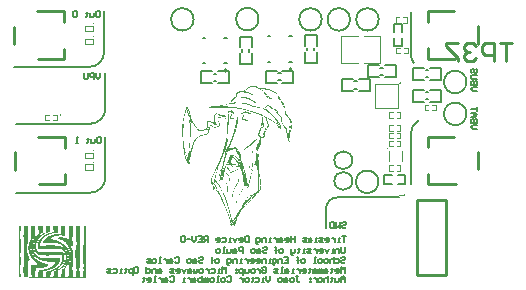
<source format=gbo>
G04*
G04 #@! TF.GenerationSoftware,Altium Limited,Altium Designer,25.2.1 (25)*
G04*
G04 Layer_Color=32896*
%FSLAX44Y44*%
%MOMM*%
G71*
G04*
G04 #@! TF.SameCoordinates,FED8839F-E969-4304-A6C3-1DC976675259*
G04*
G04*
G04 #@! TF.FilePolarity,Positive*
G04*
G01*
G75*
%ADD10C,0.1500*%
%ADD11C,0.2000*%
%ADD13C,0.1250*%
%ADD14C,0.1524*%
%ADD15C,0.1000*%
%ADD69C,0.2032*%
%ADD112C,0.1001*%
%ADD113C,0.2540*%
G36*
X199146Y232028D02*
X199252D01*
X199729Y231975D01*
X200364Y231869D01*
X200664Y231816D01*
X200841Y231745D01*
X201229Y231569D01*
X201476Y231498D01*
X202006Y231251D01*
X202182Y231180D01*
X202429Y231075D01*
X202500Y231004D01*
X202676Y230898D01*
X202994Y230757D01*
X203064Y230686D01*
X203312Y230545D01*
X203488Y230474D01*
X203735Y230298D01*
X204053Y230121D01*
X204123Y230086D01*
X204194Y230016D01*
X204653Y229769D01*
X204794Y229627D01*
X205112Y229451D01*
X205359Y229274D01*
X205747Y229062D01*
X205889Y228921D01*
X206136Y228780D01*
X206489Y228533D01*
X206736Y228392D01*
X206806Y228356D01*
X206859Y228304D01*
X207689Y227756D01*
X207760Y227721D01*
X207830Y227650D01*
X208148Y227474D01*
X208307Y227315D01*
X208342Y227033D01*
X208254Y226944D01*
X208113Y226909D01*
X207971Y226944D01*
X207795Y227050D01*
X207336Y227297D01*
X206806Y227580D01*
X206736Y227615D01*
X206665Y227686D01*
X206348Y227862D01*
X206242Y227898D01*
X206189Y227950D01*
X205836Y228162D01*
X205606Y228251D01*
X205359Y228427D01*
X205289Y228462D01*
X204935Y228604D01*
X204865Y228674D01*
X204618Y228815D01*
X204230Y228992D01*
X204159Y229027D01*
X204106Y229080D01*
X203665Y229239D01*
X203417Y229415D01*
X203347Y229451D01*
X202994Y229592D01*
X202694Y229751D01*
X202358Y229874D01*
X201988Y230033D01*
X201653Y230157D01*
X201405Y230227D01*
X201264Y230263D01*
X200964Y230386D01*
X200682Y230492D01*
X200541Y230527D01*
X200311Y230580D01*
X200082Y230669D01*
X199729Y230810D01*
X199552Y230845D01*
X199128Y230951D01*
X198846Y231057D01*
X198564Y231128D01*
X198334Y231180D01*
X198193Y231216D01*
X197946Y231251D01*
X197805Y231287D01*
X197558Y231322D01*
X197452Y231357D01*
X197169Y231392D01*
X197028Y231428D01*
X196551Y231481D01*
X195934Y231534D01*
X195793Y231569D01*
X195740Y231622D01*
X195704Y231834D01*
X195863Y231957D01*
X196322Y231992D01*
X196428Y232028D01*
X198899Y232063D01*
X199146Y232028D01*
D02*
G37*
G36*
X219409Y223591D02*
X219462Y223538D01*
X219426Y223503D01*
X219215Y223467D01*
X218985Y223485D01*
X218738Y223556D01*
X218720Y223644D01*
X219056Y223661D01*
X219162D01*
X219409Y223591D01*
D02*
G37*
G36*
X186614Y221261D02*
X186791Y221190D01*
X186844Y221137D01*
X187179Y221014D01*
X187267Y220926D01*
X187461Y220767D01*
X187532Y220732D01*
X187603Y220661D01*
X187673Y220626D01*
X187762Y220537D01*
X187956Y220378D01*
X188026Y220343D01*
X188203Y220167D01*
X188273Y220131D01*
X188344Y220061D01*
X188415Y220025D01*
X188591Y219849D01*
X188662Y219814D01*
X188732Y219743D01*
X188803Y219708D01*
X188874Y219637D01*
X188944Y219602D01*
X189085Y219461D01*
X189209Y219372D01*
X189385Y219125D01*
X189350Y218666D01*
X189385Y218525D01*
X189580Y218331D01*
X189650Y218296D01*
X189774Y218137D01*
X189809Y217960D01*
X189774Y217819D01*
X189685Y217731D01*
X189474Y217696D01*
X189227Y217731D01*
X189156Y217801D01*
X188962Y217925D01*
X188732Y218013D01*
X188556Y218084D01*
X188485Y218155D01*
X188009Y218419D01*
X187673Y218649D01*
X187603Y218684D01*
X187426Y218860D01*
X187356Y218896D01*
X187267Y218984D01*
X187232Y219055D01*
X187020Y219266D01*
X186879Y219514D01*
X186791Y219602D01*
X186720Y219637D01*
X186526Y219831D01*
X186491Y219902D01*
X186402Y219990D01*
X186014Y220025D01*
X185838Y219955D01*
X185767Y219919D01*
X185714Y219867D01*
X185679Y219796D01*
X185449Y219566D01*
X185291Y219372D01*
X185114Y219055D01*
X185008Y218949D01*
X184920Y218825D01*
X184849Y218649D01*
X184796Y218419D01*
X184832Y218313D01*
X184867Y217360D01*
X184902Y217254D01*
X184884Y215648D01*
X184849Y208976D01*
X184814Y207917D01*
X184779Y207282D01*
X184743Y206823D01*
X184673Y206117D01*
X184638Y205835D01*
X184602Y205517D01*
X184549Y204899D01*
X184514Y204758D01*
X184479Y204087D01*
X184443Y203840D01*
X184390Y203363D01*
X184320Y202940D01*
X184231Y202357D01*
X184196Y202251D01*
X184161Y201757D01*
X184126Y201616D01*
X184073Y201140D01*
X184020Y200804D01*
X183984Y200698D01*
X183949Y199851D01*
X183914Y199745D01*
X183931Y199127D01*
X183984Y196462D01*
X184020Y196356D01*
X184002Y194962D01*
X183967Y194150D01*
X183931Y193691D01*
X183861Y192844D01*
X183808Y192085D01*
X183773Y191944D01*
X183737Y191590D01*
X183667Y191308D01*
X183526Y190955D01*
X183331Y190761D01*
X183120Y190726D01*
X182978Y190761D01*
X182855Y190920D01*
X182819Y191167D01*
X182855Y191520D01*
X182890Y191767D01*
X182925Y191908D01*
X182978Y192102D01*
X183120Y192667D01*
X183155Y192844D01*
X183261Y193479D01*
X183296Y193762D01*
X183331Y194185D01*
X183367Y194856D01*
X183420Y195509D01*
X183384Y195862D01*
X183349Y196109D01*
X183296Y196162D01*
X183049Y195668D01*
X182925Y195333D01*
X182855Y195156D01*
X182819Y194732D01*
X182749Y194238D01*
X182714Y194097D01*
X182555Y193585D01*
X182484Y193161D01*
X182449Y192985D01*
X182378Y192703D01*
X182308Y192526D01*
X182219Y192297D01*
X182184Y192155D01*
X182078Y191555D01*
X181955Y191255D01*
X181884Y191079D01*
X181831Y190814D01*
X181760Y190532D01*
X181654Y190179D01*
X181566Y189984D01*
X181496Y189808D01*
X181443Y189473D01*
X181372Y189190D01*
X181160Y188731D01*
X181125Y188272D01*
X181090Y188025D01*
X180878Y187672D01*
X180896Y187266D01*
X181001Y187231D01*
X181054Y187319D01*
X181090Y187602D01*
X181125Y187849D01*
X181301Y187955D01*
X181425Y188149D01*
X181460Y188290D01*
X181496Y188466D01*
X181549Y188696D01*
X181602Y188749D01*
X181778Y189031D01*
X181866Y189402D01*
X182078Y189861D01*
X182149Y190037D01*
X182255Y190390D01*
X182378Y190514D01*
X182696Y190549D01*
X182784Y190461D01*
X182819Y190179D01*
X182784Y189614D01*
X182714Y189331D01*
X182661Y189137D01*
X182519Y188749D01*
X182484Y188572D01*
X182431Y188343D01*
X182396Y188202D01*
X182308Y188008D01*
X182149Y187566D01*
X182078Y187319D01*
X181813Y186737D01*
X181760Y186507D01*
X181496Y185925D01*
X181443Y185695D01*
X181407Y185554D01*
X181337Y185378D01*
X181196Y185131D01*
X181160Y184848D01*
X181054Y184601D01*
X180931Y184407D01*
X180772Y183965D01*
X180701Y183718D01*
X180578Y183489D01*
X180348Y182836D01*
X180225Y182607D01*
X180066Y182165D01*
X179872Y181724D01*
X179713Y181283D01*
X179519Y180877D01*
X179395Y180541D01*
X179360Y180400D01*
X179201Y180135D01*
X179130Y179959D01*
X179077Y179765D01*
X179007Y179588D01*
X178848Y179288D01*
X178724Y178953D01*
X178548Y178564D01*
X178495Y178441D01*
X178424Y178265D01*
X178372Y178070D01*
X178142Y177629D01*
X177983Y177188D01*
X177842Y176976D01*
X177736Y176694D01*
X177595Y176376D01*
X177560Y176305D01*
X177507Y176252D01*
X177418Y176023D01*
X177242Y175634D01*
X177101Y175387D01*
X177030Y175211D01*
X176924Y174964D01*
X176889Y174893D01*
X176836Y174840D01*
X176712Y174505D01*
X176642Y174258D01*
X176553Y174028D01*
X176395Y173587D01*
X176324Y173305D01*
X176254Y173058D01*
X176183Y172881D01*
X176095Y172687D01*
X176024Y172299D01*
X175971Y171963D01*
X175777Y171593D01*
X175706Y171169D01*
X175653Y170940D01*
X175459Y170534D01*
X175336Y169951D01*
X175265Y169704D01*
X175124Y169386D01*
X175053Y169104D01*
X175018Y168857D01*
X174947Y168574D01*
X174859Y168345D01*
X174788Y168168D01*
X174736Y167974D01*
X174700Y167833D01*
X174665Y167586D01*
X174559Y167233D01*
X174471Y167039D01*
X174436Y166898D01*
X174365Y166509D01*
X174312Y166174D01*
X174277Y166033D01*
X174153Y165627D01*
X174083Y165274D01*
X174047Y165062D01*
X174012Y164779D01*
X173977Y164568D01*
X173835Y164003D01*
X173800Y163791D01*
X173765Y163615D01*
X173694Y163156D01*
X173641Y162785D01*
X173606Y162644D01*
X173571Y162538D01*
X173535Y162220D01*
X173641Y161973D01*
X173800Y161814D01*
X173871Y161779D01*
X174030Y161620D01*
X174065Y161549D01*
X174118Y161497D01*
X174188Y161461D01*
X174347Y161302D01*
X174382Y161232D01*
X174665Y160949D01*
X174700Y160879D01*
X174771Y160808D01*
X174806Y160737D01*
X174859Y160720D01*
X175018Y160526D01*
X175053Y160455D01*
X175212Y160296D01*
X175371Y160102D01*
X175406Y160032D01*
X175477Y159961D01*
X175724Y159643D01*
X175759Y159573D01*
X175936Y159396D01*
X176077Y159149D01*
X176112Y159078D01*
X176254Y158937D01*
X176430Y158619D01*
X176536Y158514D01*
X176801Y158072D01*
X176959Y157878D01*
X177136Y157561D01*
X177171Y157490D01*
X177242Y157419D01*
X177454Y157031D01*
X177489Y156960D01*
X177560Y156890D01*
X177595Y156819D01*
X177648Y156766D01*
X177736Y156537D01*
X177877Y156325D01*
X178160Y155795D01*
X178866Y154454D01*
X179536Y153148D01*
X179748Y152760D01*
X180101Y152018D01*
X180172Y151842D01*
X180331Y151577D01*
X180419Y151348D01*
X181090Y149936D01*
X181284Y149494D01*
X181390Y149282D01*
X181478Y149053D01*
X181707Y148541D01*
X181831Y148206D01*
X182025Y147800D01*
X182149Y147464D01*
X182219Y147288D01*
X182308Y147094D01*
X182449Y146741D01*
X182502Y146547D01*
X182572Y146370D01*
X182661Y146176D01*
X182855Y145629D01*
X182925Y145452D01*
X183031Y145205D01*
X183102Y145029D01*
X183172Y144782D01*
X183261Y144481D01*
X183367Y144199D01*
X183455Y143970D01*
X183649Y143352D01*
X183808Y142911D01*
X183861Y142716D01*
X183931Y142434D01*
X184126Y141887D01*
X184196Y141604D01*
X184355Y141093D01*
X184443Y140863D01*
X184549Y140440D01*
X184796Y139663D01*
X184902Y139239D01*
X184973Y138992D01*
X185132Y138480D01*
X185167Y138339D01*
X185220Y138110D01*
X185291Y137863D01*
X185326Y137721D01*
X185449Y137315D01*
X185520Y137033D01*
X185573Y136804D01*
X185644Y136556D01*
X185749Y136203D01*
X185802Y136009D01*
X185873Y135727D01*
X185926Y135497D01*
X185961Y135356D01*
X186032Y135109D01*
X186155Y134703D01*
X186279Y134121D01*
X186350Y133874D01*
X186385Y133732D01*
X186473Y133432D01*
X186508Y133291D01*
X186597Y132885D01*
X186702Y132462D01*
X186791Y132161D01*
X186826Y132020D01*
X186879Y131826D01*
X186914Y131685D01*
X186950Y131438D01*
X187056Y131014D01*
X187108Y130820D01*
X187214Y130396D01*
X187267Y130061D01*
X187444Y129355D01*
X187497Y129161D01*
X187532Y128949D01*
X187638Y128420D01*
X187709Y128137D01*
X187744Y127961D01*
X187850Y127537D01*
X187903Y127025D01*
X187991Y126796D01*
X188203Y126760D01*
X188256Y126813D01*
X188432Y127060D01*
X188715Y127590D01*
X188785Y127661D01*
X188997Y128049D01*
X189138Y128261D01*
X189385Y128720D01*
X189456Y128790D01*
X189632Y129108D01*
X189774Y129320D01*
X189950Y129637D01*
X190091Y129849D01*
X190303Y130238D01*
X190480Y130485D01*
X190692Y130873D01*
X190798Y130979D01*
X191009Y131367D01*
X191115Y131473D01*
X191256Y131720D01*
X191574Y132179D01*
X191715Y132426D01*
X191751Y132497D01*
X191821Y132567D01*
X192033Y132956D01*
X192104Y133026D01*
X192139Y133097D01*
X192209Y133167D01*
X192386Y133485D01*
X192421Y133556D01*
X192492Y133626D01*
X192598Y133803D01*
X192915Y134262D01*
X192951Y134332D01*
X193269Y134791D01*
X193410Y135038D01*
X193445Y135109D01*
X193498Y135162D01*
X193745Y135550D01*
X193904Y135744D01*
X194045Y135992D01*
X194116Y136062D01*
X194151Y136133D01*
X194222Y136203D01*
X194398Y136521D01*
X194451Y136574D01*
X194751Y137015D01*
X194786Y137086D01*
X194928Y137227D01*
X195069Y137474D01*
X195122Y137527D01*
X195281Y137721D01*
X195387Y137898D01*
X195528Y138039D01*
X195704Y138286D01*
X195740Y138357D01*
X195846Y138463D01*
X195881Y138533D01*
X195934Y138586D01*
X196287Y139292D01*
X196375Y139522D01*
X196446Y139804D01*
X196551Y140051D01*
X196604Y140104D01*
X196675Y140281D01*
X196763Y140687D01*
X196869Y140793D01*
X197010Y141040D01*
X197081Y141287D01*
X197152Y141463D01*
X197222Y141534D01*
X197346Y141728D01*
X197399Y141922D01*
X197469Y142099D01*
X197540Y142169D01*
X197716Y142487D01*
X197787Y142734D01*
X197893Y142840D01*
X197928Y142911D01*
X197981Y142963D01*
X198052Y143140D01*
X198105Y143334D01*
X198211Y143440D01*
X198387Y143758D01*
X198458Y143934D01*
X198599Y144075D01*
X198740Y144323D01*
X198776Y144464D01*
X198917Y144605D01*
X199128Y144993D01*
X199270Y145134D01*
X199446Y145452D01*
X199623Y145629D01*
X199764Y145876D01*
X199923Y146035D01*
X200082Y146229D01*
X200117Y146299D01*
X200399Y146582D01*
X200435Y146652D01*
X200593Y146811D01*
X200664Y146847D01*
X200717Y146900D01*
X200752Y146970D01*
X200911Y147129D01*
X200982Y147164D01*
X201229Y147411D01*
X201405Y147517D01*
X201476Y147588D01*
X201547Y147623D01*
X201653Y147729D01*
X201970Y147906D01*
X202200Y148135D01*
X202429Y148223D01*
X202570Y148365D01*
X202764Y148488D01*
X202994Y148576D01*
X203188Y148771D01*
X203417Y148859D01*
X203559Y148894D01*
X203753Y149088D01*
X203982Y149177D01*
X204123Y149212D01*
X204371Y149459D01*
X204583Y149494D01*
X204688Y149459D01*
X204671Y149371D01*
X204583Y149282D01*
X204441Y149247D01*
X204265Y149177D01*
X204177Y149088D01*
X204141Y149018D01*
X203965Y148912D01*
X203735Y148823D01*
X203682Y148771D01*
X203594Y148647D01*
X203206Y148435D01*
X203135Y148400D01*
X203118Y148347D01*
X203064Y148294D01*
X202994Y148259D01*
X202941Y148206D01*
X202712Y148118D01*
X202588Y147994D01*
X202394Y147835D01*
X202253Y147800D01*
X202006Y147553D01*
X201829Y147447D01*
X201547Y147164D01*
X201476Y147129D01*
X201088Y146741D01*
X201017Y146705D01*
X200893Y146582D01*
X200858Y146511D01*
X200470Y146123D01*
X200435Y146052D01*
X200187Y145805D01*
X200046Y145558D01*
X199870Y145382D01*
X199729Y145134D01*
X199587Y144993D01*
X199376Y144605D01*
X199234Y144464D01*
X199023Y144075D01*
X198917Y143970D01*
X198740Y143652D01*
X198670Y143475D01*
X198599Y143405D01*
X198475Y143211D01*
X198423Y143017D01*
X198175Y142663D01*
X198122Y142540D01*
X198069Y142346D01*
X197822Y141993D01*
X197769Y141869D01*
X197716Y141675D01*
X197469Y141322D01*
X197363Y141040D01*
X197293Y140863D01*
X197116Y140687D01*
X197081Y140369D01*
X197116Y140228D01*
X197169Y140210D01*
X197328Y140263D01*
X197469Y140510D01*
X197681Y140722D01*
X197822Y140969D01*
X197964Y141110D01*
X197999Y141181D01*
X198069Y141251D01*
X198105Y141322D01*
X198352Y141675D01*
X198493Y141922D01*
X198546Y141975D01*
X198776Y142310D01*
X198811Y142381D01*
X198881Y142452D01*
X198917Y142522D01*
X198987Y142593D01*
X199164Y142911D01*
X199305Y143052D01*
X199446Y143299D01*
X199658Y143511D01*
X199799Y143758D01*
X199870Y143828D01*
X200117Y144146D01*
X200152Y144217D01*
X200276Y144340D01*
X200435Y144534D01*
X200470Y144605D01*
X200629Y144764D01*
X200788Y144958D01*
X200823Y145029D01*
X201035Y145240D01*
X201070Y145311D01*
X201141Y145382D01*
X201176Y145452D01*
X201229Y145470D01*
X201246Y145523D01*
X201317Y145558D01*
X201352Y145629D01*
X201705Y145982D01*
X201794Y146105D01*
X201864Y146141D01*
X202023Y146299D01*
X202058Y146370D01*
X202182Y146494D01*
X202306Y146582D01*
X202341Y146652D01*
X202464Y146776D01*
X202535Y146811D01*
X203241Y147517D01*
X203312Y147553D01*
X203594Y147835D01*
X203665Y147870D01*
X203947Y148153D01*
X204018Y148188D01*
X204230Y148400D01*
X204300Y148435D01*
X204406Y148541D01*
X204477Y148576D01*
X204583Y148682D01*
X204900Y148859D01*
X204988Y148947D01*
X205324Y149177D01*
X205394Y149212D01*
X205536Y149353D01*
X205924Y149565D01*
X206100Y149741D01*
X206418Y149918D01*
X206577Y150077D01*
X206524Y150200D01*
X206348Y150236D01*
X206206Y150271D01*
X206153Y150324D01*
X206189Y150430D01*
X206365Y150500D01*
X206595Y150553D01*
X206806Y150765D01*
X207089Y150871D01*
X207265Y150941D01*
X207512Y151118D01*
X207689Y151189D01*
X208007Y151330D01*
X208077Y151365D01*
X208165Y151453D01*
X208395Y151542D01*
X208589Y151630D01*
X208783Y151789D01*
X209030Y151930D01*
X209277Y152177D01*
X209348Y152212D01*
X209472Y152336D01*
X209560Y152459D01*
X209542Y153889D01*
X209507Y153995D01*
X209472Y156078D01*
X209436Y156184D01*
X209454Y161108D01*
X209489Y164038D01*
X209525Y165944D01*
X209578Y169422D01*
X209613Y169563D01*
X209578Y170022D01*
X209454Y170428D01*
X209348Y170710D01*
X209313Y170851D01*
X209260Y171081D01*
X209189Y171363D01*
X208995Y171981D01*
X208907Y172387D01*
X208836Y172669D01*
X208783Y172863D01*
X208607Y173569D01*
X208501Y174099D01*
X208430Y174381D01*
X208395Y174558D01*
X208360Y174699D01*
X208324Y174876D01*
X208218Y175511D01*
X208165Y175811D01*
X208130Y175917D01*
X208095Y176446D01*
X208060Y176694D01*
X207936Y176782D01*
X207742Y176694D01*
X207601Y176446D01*
X207530Y176164D01*
X207424Y175917D01*
X207389Y175846D01*
X207336Y175793D01*
X207265Y175617D01*
X207212Y175423D01*
X207071Y175105D01*
X207036Y175034D01*
X206983Y174981D01*
X206895Y174752D01*
X206824Y174505D01*
X206754Y174328D01*
X206612Y174187D01*
X206559Y174064D01*
X206506Y173834D01*
X206436Y173552D01*
X206242Y173393D01*
X206206Y173428D01*
X206224Y173799D01*
X206259Y173940D01*
X206365Y174187D01*
X206401Y174258D01*
X206453Y174311D01*
X206506Y174505D01*
X206542Y174646D01*
X206577Y174893D01*
X206683Y175140D01*
X206736Y175193D01*
X206824Y175423D01*
X206930Y175846D01*
X207054Y176076D01*
X207159Y176358D01*
X207195Y176535D01*
X207230Y176676D01*
X207301Y176852D01*
X207442Y177064D01*
X207565Y177400D01*
X207601Y177541D01*
X207760Y177911D01*
X207830Y178088D01*
X207865Y178229D01*
X207901Y178406D01*
X207936Y179006D01*
X207971Y179959D01*
X208007Y180559D01*
X208042Y180877D01*
X208077Y181230D01*
X208113Y181653D01*
X208148Y182006D01*
X208236Y182801D01*
X208271Y183048D01*
X208324Y183524D01*
X208360Y183736D01*
X208466Y184442D01*
X208607Y185360D01*
X208713Y185889D01*
X208783Y186172D01*
X208819Y186348D01*
X208942Y186931D01*
X208977Y187072D01*
X209048Y187319D01*
X209101Y187513D01*
X209207Y187937D01*
X209260Y188237D01*
X209330Y188519D01*
X209383Y188713D01*
X209419Y188855D01*
X209472Y189049D01*
X209542Y189296D01*
X209613Y189578D01*
X209648Y189825D01*
X209789Y190390D01*
X209860Y190814D01*
X209895Y190920D01*
X209931Y191414D01*
X209895Y192085D01*
X209842Y192138D01*
X209772Y192067D01*
X209666Y191785D01*
X209631Y191608D01*
X209578Y191379D01*
X209419Y191008D01*
X209313Y190726D01*
X209224Y190355D01*
X209136Y190126D01*
X209066Y189949D01*
X208942Y189614D01*
X208836Y189261D01*
X208677Y188961D01*
X208589Y188731D01*
X208519Y188449D01*
X208430Y188255D01*
X208254Y187972D01*
X208201Y187778D01*
X208130Y187531D01*
X208077Y187478D01*
X207989Y187496D01*
X207954Y187743D01*
X207989Y187884D01*
X208077Y188113D01*
X208201Y188449D01*
X208271Y188943D01*
X208466Y189420D01*
X208589Y190002D01*
X208783Y190479D01*
X208854Y190761D01*
X208907Y190990D01*
X208995Y191290D01*
X209066Y191467D01*
X209154Y191696D01*
X209224Y191979D01*
X209260Y192226D01*
X209330Y192508D01*
X209489Y192597D01*
X209736Y192491D01*
X209807Y192455D01*
X209878Y192385D01*
X209948Y192349D01*
X210001Y192402D01*
X210125Y192597D01*
X210160Y192879D01*
X210195Y193091D01*
X210248Y193497D01*
X210284Y193638D01*
X210372Y193832D01*
X210442Y193867D01*
X210495Y193920D01*
X210637Y194167D01*
X210690Y194362D01*
X210725Y194503D01*
X210795Y194679D01*
X210901Y194962D01*
X210972Y195315D01*
X211007Y195527D01*
X211060Y195827D01*
X211096Y195933D01*
X211131Y196992D01*
X211166Y197345D01*
X211131Y197803D01*
X211166Y197909D01*
X211148Y197962D01*
X211166Y198298D01*
X211096Y198545D01*
X211025Y198615D01*
X210990Y198686D01*
X210637Y199039D01*
X210601Y199110D01*
X210389Y199321D01*
X210213Y199569D01*
X210178Y199639D01*
X210107Y199710D01*
X209966Y199957D01*
X209984Y200327D01*
X210125Y200892D01*
X210178Y201228D01*
X210213Y201369D01*
X210319Y202110D01*
X210354Y202251D01*
X210531Y202710D01*
X210566Y202852D01*
X210601Y203099D01*
X210637Y203240D01*
X210707Y203487D01*
X210848Y203946D01*
X210919Y204228D01*
X210990Y204475D01*
X211184Y204917D01*
X211307Y205252D01*
X211343Y205393D01*
X211448Y205570D01*
X211660Y205958D01*
X211749Y206046D01*
X211819Y206082D01*
X211925Y206187D01*
X212102Y206470D01*
X212208Y206752D01*
X212260Y207264D01*
X212296Y207405D01*
X212331Y207758D01*
X212366Y208006D01*
X212455Y208306D01*
X212490Y208447D01*
X212561Y208870D01*
X212613Y209347D01*
X212649Y209594D01*
X212719Y210018D01*
X212772Y210212D01*
X212808Y210388D01*
X212843Y210529D01*
X212878Y210741D01*
X212931Y211147D01*
X212966Y211253D01*
X213002Y212242D01*
X212966Y212595D01*
X212931Y212736D01*
X212966Y212983D01*
X213002Y213124D01*
X213143Y213336D01*
X213196Y213459D01*
X213231Y213848D01*
X213284Y214889D01*
X213319Y215136D01*
X213372Y215189D01*
X213584Y215224D01*
X213672Y215136D01*
X213708Y214960D01*
X213743Y214854D01*
X213725Y214271D01*
X213690Y213389D01*
X213655Y213071D01*
X213672Y212806D01*
X213831Y212436D01*
X213902Y212259D01*
X213955Y212065D01*
X214025Y211783D01*
X214131Y211430D01*
X214220Y211130D01*
X214255Y210953D01*
X214326Y210565D01*
X214361Y210353D01*
X214396Y210177D01*
X214431Y210035D01*
X214467Y209859D01*
X214502Y209718D01*
X214537Y209541D01*
X214590Y209170D01*
X214626Y209065D01*
X214661Y208358D01*
X214696Y208253D01*
X214661Y207723D01*
X214590Y207299D01*
X214343Y206770D01*
X214273Y206593D01*
X214167Y206488D01*
X214149Y206470D01*
X214114Y206435D01*
X214043Y206399D01*
X213867Y206223D01*
X213743Y206170D01*
X213602Y206134D01*
X213408Y206082D01*
X213337Y206011D01*
X213267Y205976D01*
X213196Y205905D01*
X212808Y205693D01*
X212419Y205517D01*
X212313Y205411D01*
X212243Y205234D01*
X212172Y204952D01*
X212137Y204776D01*
X212084Y204546D01*
X211978Y204299D01*
X211907Y203381D01*
X211872Y203240D01*
X211837Y202993D01*
X211801Y202852D01*
X211749Y202657D01*
X211678Y202375D01*
X211643Y202199D01*
X211607Y201740D01*
X211554Y200592D01*
X211590Y200028D01*
X211696Y199604D01*
X211766Y199427D01*
X211819Y199374D01*
X211890Y199339D01*
X212049Y199180D01*
X212031Y199092D01*
X211854Y198986D01*
X211766Y198898D01*
X211801Y198792D01*
X211890Y198739D01*
X211960Y198704D01*
X212137Y198633D01*
X212278Y198492D01*
X212349Y198457D01*
X212402Y198404D01*
X212578Y198333D01*
X212755Y198298D01*
X212896Y198262D01*
X213125Y198209D01*
X213267Y198174D01*
X213372Y198139D01*
X214414Y198157D01*
X214449Y198298D01*
X214414Y198439D01*
X214361Y198633D01*
X214184Y198668D01*
X214008Y198739D01*
X213814Y198933D01*
X213531Y199039D01*
X213355Y199110D01*
X213319Y199180D01*
X213461Y199251D01*
X213690Y199304D01*
X213920Y199216D01*
X214114Y199057D01*
X214184Y199021D01*
X214273Y198933D01*
X214379Y198757D01*
X214431Y198704D01*
X214573Y198739D01*
X214661Y198827D01*
X214696Y199039D01*
X214732Y199922D01*
X214696Y200063D01*
X214502Y200151D01*
X214255Y200222D01*
X214131Y200380D01*
X214096Y200628D01*
X214167Y200910D01*
X214237Y201157D01*
X214290Y201351D01*
X214326Y201493D01*
X214379Y201722D01*
X214537Y202093D01*
X214732Y202640D01*
X214926Y203046D01*
X215049Y203381D01*
X215332Y203981D01*
X215685Y204722D01*
X215755Y204899D01*
X215896Y205111D01*
X216038Y205358D01*
X216073Y205429D01*
X216179Y205534D01*
X216214Y205605D01*
X216391Y205781D01*
X216426Y205852D01*
X217150Y206576D01*
X217220Y206611D01*
X217679Y207070D01*
X217750Y207105D01*
X218050Y207405D01*
X218085Y207476D01*
X218209Y207600D01*
X218368Y207794D01*
X218403Y208111D01*
X218297Y208464D01*
X218244Y208517D01*
X218103Y208870D01*
X218050Y209100D01*
X217891Y209471D01*
X217750Y209859D01*
X217697Y210053D01*
X217626Y210229D01*
X217538Y210424D01*
X217414Y210759D01*
X217344Y211006D01*
X217185Y211377D01*
X217114Y211553D01*
X217061Y211747D01*
X217026Y211889D01*
X216955Y212065D01*
X216779Y212453D01*
X216708Y212701D01*
X216673Y212842D01*
X216514Y213212D01*
X216426Y213442D01*
X216391Y213583D01*
X216355Y213689D01*
X216320Y214007D01*
X216355Y214148D01*
X216479Y214236D01*
X216797Y214271D01*
X216938Y214236D01*
X216973Y214165D01*
X217026Y213971D01*
X217114Y213883D01*
X217273Y213689D01*
X217309Y213618D01*
X217379Y213371D01*
X217414Y213230D01*
X217538Y212930D01*
X217644Y212648D01*
X217697Y212418D01*
X217767Y212136D01*
X217856Y211906D01*
X217962Y211624D01*
X218015Y211430D01*
X218138Y211024D01*
X218209Y210847D01*
X218314Y210565D01*
X218368Y210335D01*
X218438Y210088D01*
X218526Y209788D01*
X218668Y209435D01*
X218773Y209153D01*
X218985Y208800D01*
X219109Y208464D01*
X219215Y208217D01*
X219285Y208041D01*
X219321Y207758D01*
X219250Y207582D01*
X218879Y207211D01*
X218809Y207176D01*
X218526Y206894D01*
X218456Y206858D01*
X218332Y206699D01*
X218297Y206629D01*
X218138Y206399D01*
X218050Y206170D01*
X217979Y205923D01*
X217873Y205817D01*
X217767Y205640D01*
X217732Y205499D01*
X217661Y205323D01*
X217467Y205128D01*
X217379Y204899D01*
X217309Y204722D01*
X217202Y204617D01*
X217114Y204493D01*
X216991Y204158D01*
X216903Y204069D01*
X216744Y203875D01*
X216708Y203734D01*
X216638Y203558D01*
X216602Y203487D01*
X216549Y203434D01*
X216479Y203399D01*
X216408Y203328D01*
X216355Y203134D01*
X216249Y202887D01*
X216214Y202816D01*
X216161Y202799D01*
X216002Y202499D01*
X215932Y202251D01*
X215755Y201863D01*
X215685Y201687D01*
X215649Y201192D01*
X215614Y201051D01*
X215561Y200575D01*
X215526Y200363D01*
X215473Y199604D01*
X215438Y199463D01*
X215367Y198969D01*
X215296Y198545D01*
X215190Y198298D01*
X215155Y198227D01*
X215084Y198051D01*
X215049Y197592D01*
X215014Y197451D01*
X214961Y197397D01*
X214714Y197362D01*
X214573Y197504D01*
X214449Y197592D01*
X214220Y197645D01*
X213867Y197609D01*
X213761Y197574D01*
X212843Y197539D01*
X212561Y197609D01*
X212384Y197680D01*
X212313Y197751D01*
X212031Y197786D01*
X211978Y197733D01*
X211943Y197345D01*
X211978Y197239D01*
X212013Y195333D01*
X211978Y192967D01*
X211943Y192191D01*
X211907Y191626D01*
X211872Y191379D01*
X211837Y191238D01*
X211801Y191132D01*
X211819Y191079D01*
X211854Y190938D01*
X211907Y190743D01*
X211872Y190602D01*
X211731Y190461D01*
X211554Y190214D01*
X211519Y190143D01*
X211413Y190037D01*
X211378Y189967D01*
X211113Y189773D01*
X210584Y189737D01*
X210407Y189667D01*
X210354Y189578D01*
X210284Y189402D01*
X210248Y189296D01*
X210213Y188625D01*
X210248Y188519D01*
X210231Y187443D01*
X210195Y186419D01*
X210160Y186137D01*
X210089Y185854D01*
X210019Y185678D01*
X209984Y185501D01*
X209931Y184672D01*
X209895Y184530D01*
X209825Y183930D01*
X209754Y183754D01*
X209701Y183701D01*
X209631Y183524D01*
X209578Y183118D01*
X209542Y182342D01*
X209507Y182201D01*
X209472Y181847D01*
X209436Y181600D01*
X209401Y181459D01*
X209348Y181265D01*
X209313Y181124D01*
X209277Y180841D01*
X209242Y179959D01*
X209260Y175458D01*
X209154Y175211D01*
X209119Y175140D01*
X209048Y175070D01*
X209013Y174717D01*
X209066Y174523D01*
X209101Y174381D01*
X209136Y174205D01*
X209172Y173993D01*
X209207Y173817D01*
X209242Y173605D01*
X209277Y173463D01*
X209330Y173269D01*
X209436Y173022D01*
X209489Y172969D01*
X209613Y172987D01*
X209666Y173111D01*
X209701Y173463D01*
X209736Y175017D01*
X209772Y175511D01*
X209807Y176429D01*
X209842Y177594D01*
X209878Y178476D01*
X209913Y179147D01*
X209966Y180330D01*
X210001Y180436D01*
X210037Y181742D01*
X210072Y182306D01*
X210107Y182977D01*
X210142Y183118D01*
X210178Y183365D01*
X210248Y183612D01*
X210301Y183666D01*
X210478Y183701D01*
X210548Y183630D01*
X210584Y183454D01*
X210566Y183260D01*
X210531Y183118D01*
X210442Y182818D01*
X210319Y182483D01*
X210248Y182306D01*
X210213Y181671D01*
X210178Y181565D01*
X210195Y180877D01*
X210248Y176905D01*
X210284Y175599D01*
X210319Y170798D01*
X210354Y170233D01*
X210407Y169757D01*
X210442Y169580D01*
X210513Y169404D01*
X210548Y169263D01*
X210601Y169033D01*
X210637Y168892D01*
X210725Y168592D01*
X210866Y168204D01*
X210901Y168062D01*
X210937Y167886D01*
X210990Y167656D01*
X211113Y167251D01*
X211184Y167074D01*
X211219Y166933D01*
X211360Y166227D01*
X211395Y166086D01*
X211431Y165909D01*
X211466Y165768D01*
X211502Y165591D01*
X211537Y165450D01*
X211572Y165274D01*
X211643Y164850D01*
X211678Y164674D01*
X211713Y164462D01*
X211854Y163756D01*
X211925Y163332D01*
X211960Y163050D01*
X211996Y162838D01*
X212066Y162379D01*
X212102Y162167D01*
X212243Y161249D01*
X212278Y160967D01*
X212313Y160649D01*
X212384Y159943D01*
X212419Y159626D01*
X212455Y159237D01*
X212490Y158884D01*
X212543Y158055D01*
X212578Y157949D01*
X212613Y155901D01*
X212578Y154595D01*
X212507Y153642D01*
X212472Y153501D01*
X212331Y153148D01*
X212243Y152989D01*
X211996Y152954D01*
X211819Y153024D01*
X211607Y153060D01*
X211431Y152989D01*
X211325Y152883D01*
X211184Y152671D01*
X211113Y152636D01*
X211042Y152565D01*
X210866Y152354D01*
X210795Y152318D01*
X210601Y152124D01*
X210513Y151895D01*
X210478Y151754D01*
X210389Y151136D01*
X210284Y150783D01*
X210089Y150624D01*
X209984Y150659D01*
X209878Y150765D01*
X209807Y150941D01*
X209754Y151171D01*
X209666Y151259D01*
X209525Y151294D01*
X209277Y151224D01*
X208942Y150783D01*
X208907Y150359D01*
X208801Y150112D01*
X208519Y149583D01*
X208342Y149406D01*
X208165Y149088D01*
X208007Y148929D01*
X207848Y148735D01*
X207812Y148665D01*
X207565Y148418D01*
X207530Y148347D01*
X207283Y148100D01*
X207248Y148029D01*
X206895Y147676D01*
X206859Y147606D01*
X206736Y147482D01*
X206665Y147447D01*
X206648Y147394D01*
X206506Y147253D01*
X206471Y147182D01*
X206418Y147164D01*
X206259Y147006D01*
X206224Y146935D01*
X206136Y146847D01*
X206065Y146811D01*
X205942Y146688D01*
X205906Y146617D01*
X205783Y146494D01*
X205712Y146458D01*
X205553Y146264D01*
X205518Y146194D01*
X205394Y146105D01*
X205324Y146070D01*
X205271Y146017D01*
X205236Y145946D01*
X205077Y145788D01*
X205006Y145752D01*
X204883Y145629D01*
X204847Y145558D01*
X204688Y145435D01*
X204618Y145399D01*
X204529Y145311D01*
X204494Y145240D01*
X204335Y145117D01*
X204212Y145029D01*
X204177Y144958D01*
X204018Y144799D01*
X203947Y144764D01*
X203824Y144640D01*
X203788Y144570D01*
X203735Y144517D01*
X203665Y144481D01*
X203312Y144129D01*
X203241Y144093D01*
X202888Y143740D01*
X202817Y143705D01*
X202217Y143105D01*
X202147Y143069D01*
X201829Y142752D01*
X201758Y142716D01*
X201052Y142010D01*
X200982Y141975D01*
X200893Y141887D01*
X200858Y141816D01*
X200735Y141693D01*
X200611Y141604D01*
X200576Y141534D01*
X200382Y141340D01*
X200258Y141251D01*
X200223Y141181D01*
X200064Y141022D01*
X199993Y140987D01*
X199870Y140863D01*
X199834Y140793D01*
X199676Y140669D01*
X199605Y140634D01*
X199552Y140581D01*
X199517Y140510D01*
X199358Y140351D01*
X199287Y140316D01*
X199199Y140228D01*
X199164Y140157D01*
X198970Y139963D01*
X198899Y139928D01*
X198811Y139804D01*
X198776Y139733D01*
X198687Y139645D01*
X198617Y139610D01*
X198528Y139522D01*
X198493Y139451D01*
X198105Y139063D01*
X198069Y138992D01*
X197946Y138869D01*
X197875Y138833D01*
X197681Y138639D01*
X197646Y138569D01*
X197593Y138516D01*
X197469Y138427D01*
X197434Y138357D01*
X197152Y138074D01*
X197116Y138004D01*
X196975Y137863D01*
X196940Y137792D01*
X196728Y137580D01*
X196693Y137509D01*
X196499Y137315D01*
X196340Y137121D01*
X196304Y137051D01*
X196163Y136909D01*
X196057Y136733D01*
X195704Y136239D01*
X195669Y136097D01*
X195528Y135886D01*
X195281Y135427D01*
X195140Y135215D01*
X194892Y134756D01*
X194857Y134685D01*
X194716Y134474D01*
X194681Y134332D01*
X194380Y133785D01*
X194257Y133450D01*
X194098Y133185D01*
X193992Y132903D01*
X193904Y132673D01*
X193763Y132462D01*
X193710Y132338D01*
X193622Y132108D01*
X193533Y131914D01*
X193357Y131632D01*
X193269Y131403D01*
X193127Y131191D01*
X192368Y129761D01*
X192298Y129585D01*
X192209Y129355D01*
X192121Y129161D01*
X192051Y128984D01*
X191945Y128702D01*
X191892Y128472D01*
X191803Y128243D01*
X191662Y127855D01*
X191609Y127625D01*
X191539Y127343D01*
X191451Y127113D01*
X191345Y126831D01*
X191292Y126602D01*
X191221Y126319D01*
X191098Y125913D01*
X191027Y125737D01*
X190939Y125366D01*
X190903Y125225D01*
X190780Y124819D01*
X190674Y124537D01*
X190621Y124307D01*
X190586Y124166D01*
X190515Y123919D01*
X190374Y123601D01*
X190303Y123425D01*
X190233Y123177D01*
X190197Y123036D01*
X189950Y122683D01*
X189915Y122612D01*
X189756Y122454D01*
X189474Y122418D01*
X189333Y122454D01*
X189227Y122560D01*
X189138Y122789D01*
X189174Y122930D01*
X189244Y123177D01*
X189350Y123601D01*
X189403Y123795D01*
X189544Y124148D01*
X189597Y124378D01*
X189703Y124731D01*
X189862Y125101D01*
X189933Y125278D01*
X189968Y125419D01*
X190021Y125648D01*
X190091Y125825D01*
X190074Y125913D01*
X189827Y125807D01*
X189756Y125772D01*
X189668Y125684D01*
X189491Y125366D01*
X189350Y125225D01*
X189174Y124907D01*
X189121Y124854D01*
X188962Y124660D01*
X188927Y124589D01*
X188856Y124519D01*
X188821Y124448D01*
X188768Y124431D01*
X188715Y124378D01*
X188679Y124307D01*
X188238Y123866D01*
X188044Y123742D01*
X187709Y123619D01*
X187461Y123548D01*
X187409Y123495D01*
X187232Y123177D01*
X187108Y123089D01*
X186756Y123054D01*
X186614Y123195D01*
X186544Y123371D01*
X186491Y123636D01*
X186455Y123742D01*
X186473Y123936D01*
X186526Y124589D01*
X186561Y125472D01*
X186526Y125719D01*
X186350Y126284D01*
X186297Y126478D01*
X186261Y126619D01*
X186226Y126796D01*
X186173Y127025D01*
X186102Y127272D01*
X185996Y127625D01*
X185944Y127819D01*
X185908Y127961D01*
X185873Y128137D01*
X185820Y128367D01*
X185749Y128649D01*
X185591Y129161D01*
X185538Y129390D01*
X185467Y129673D01*
X185396Y129920D01*
X185343Y130114D01*
X185238Y130396D01*
X185202Y130538D01*
X185149Y130767D01*
X185079Y131014D01*
X184991Y131208D01*
X184884Y131491D01*
X184849Y131632D01*
X184796Y131861D01*
X184620Y132250D01*
X184514Y132532D01*
X184443Y132815D01*
X184196Y133344D01*
X184161Y133485D01*
X184090Y133732D01*
X183931Y133997D01*
X183808Y134332D01*
X183737Y134580D01*
X183578Y134880D01*
X183420Y135321D01*
X183314Y135568D01*
X183261Y135621D01*
X183137Y135956D01*
X182872Y136539D01*
X182784Y136768D01*
X182572Y137227D01*
X182519Y137351D01*
X182396Y137686D01*
X182272Y137915D01*
X182202Y138092D01*
X182113Y138322D01*
X181619Y139381D01*
X181584Y139451D01*
X181443Y139804D01*
X181249Y140210D01*
X181178Y140387D01*
X181090Y140616D01*
X180896Y140987D01*
X180807Y141216D01*
X180595Y141675D01*
X180543Y141799D01*
X180454Y142028D01*
X180384Y142205D01*
X180225Y142469D01*
X180066Y142911D01*
X179907Y143175D01*
X179837Y143352D01*
X179713Y143687D01*
X179572Y143899D01*
X179519Y144023D01*
X179431Y144252D01*
X179325Y144499D01*
X179166Y144799D01*
X179113Y144993D01*
X179042Y145170D01*
X178883Y145435D01*
X178795Y145664D01*
X178619Y146052D01*
X178477Y146299D01*
X178089Y147111D01*
X178054Y147253D01*
X177913Y147464D01*
X177771Y147711D01*
X177630Y148029D01*
X177560Y148100D01*
X177454Y148276D01*
X177313Y148629D01*
X177260Y148682D01*
X177118Y148894D01*
X177030Y149123D01*
X176889Y149335D01*
X176642Y149794D01*
X176607Y149865D01*
X176536Y149936D01*
X176324Y150324D01*
X176112Y150536D01*
X176077Y150606D01*
X175971Y150853D01*
X175918Y150906D01*
X175847Y150941D01*
X175706Y151153D01*
X175653Y151348D01*
X175565Y151436D01*
X175389Y151648D01*
X175300Y151877D01*
X175124Y152053D01*
X174912Y152442D01*
X174771Y152583D01*
X174594Y152901D01*
X174453Y153042D01*
X174277Y153360D01*
X174135Y153501D01*
X173924Y153889D01*
X173747Y154066D01*
X173571Y154383D01*
X173518Y154436D01*
X173376Y154648D01*
X173288Y154878D01*
X173165Y155001D01*
X173094Y155036D01*
X172882Y155248D01*
X172759Y155231D01*
X172723Y155089D01*
X172812Y154789D01*
X172847Y154613D01*
X172917Y154189D01*
X172953Y153342D01*
X172935Y153112D01*
X172865Y152936D01*
X172670Y152777D01*
X172494Y152742D01*
X172317Y152812D01*
X172194Y152936D01*
X172053Y153183D01*
X172017Y154454D01*
X171982Y155548D01*
X171947Y155901D01*
X171912Y156148D01*
X171770Y156466D01*
X171488Y157066D01*
X171311Y157384D01*
X171135Y157631D01*
X171029Y157808D01*
X170782Y158161D01*
X170517Y158637D01*
X170376Y158849D01*
X170288Y159078D01*
X170252Y159220D01*
X170182Y159467D01*
X170093Y159696D01*
X170058Y159837D01*
X170005Y160032D01*
X169970Y160137D01*
X169935Y160773D01*
X169899Y160879D01*
X169864Y161903D01*
X169899Y162044D01*
X169935Y162291D01*
X170005Y162573D01*
X170199Y163050D01*
X170252Y163279D01*
X170323Y163456D01*
X170464Y163773D01*
X170517Y163897D01*
X170641Y164232D01*
X170835Y164638D01*
X170923Y164868D01*
X171594Y166280D01*
X172264Y167656D01*
X172688Y168539D01*
X173041Y169280D01*
X173306Y169792D01*
X173394Y170022D01*
X173624Y170463D01*
X173800Y170922D01*
X173941Y171134D01*
X174030Y171363D01*
X174135Y171610D01*
X174171Y171681D01*
X174312Y171893D01*
X174347Y172034D01*
X174506Y172404D01*
X174647Y172616D01*
X174700Y172810D01*
X174965Y173322D01*
X175053Y173552D01*
X175124Y173728D01*
X175283Y173993D01*
X175371Y174223D01*
X175442Y174399D01*
X175636Y174770D01*
X175724Y174999D01*
X175865Y175317D01*
X176024Y175617D01*
X176077Y175811D01*
X176342Y176323D01*
X176395Y176517D01*
X176465Y176694D01*
X176607Y176941D01*
X176659Y177064D01*
X176783Y177400D01*
X176977Y177770D01*
X177065Y178000D01*
X177383Y178670D01*
X177418Y178812D01*
X177489Y178988D01*
X177630Y179235D01*
X177666Y179306D01*
X177736Y179482D01*
X177771Y179624D01*
X177913Y179941D01*
X177966Y179994D01*
X178089Y180330D01*
X178389Y180983D01*
X178442Y181177D01*
X178636Y181618D01*
X178760Y181953D01*
X178866Y182306D01*
X178954Y182501D01*
X179077Y182836D01*
X179184Y183260D01*
X179378Y183736D01*
X179448Y184018D01*
X179501Y184248D01*
X179589Y184477D01*
X179731Y184830D01*
X179766Y185007D01*
X179819Y185236D01*
X179890Y185483D01*
X179995Y185731D01*
X180066Y185907D01*
X180137Y186189D01*
X180172Y186437D01*
X180207Y186578D01*
X180419Y187037D01*
X180454Y187319D01*
X180490Y187566D01*
X180560Y187849D01*
X180737Y188131D01*
X180772Y188449D01*
X180807Y188590D01*
X180843Y188837D01*
X181037Y189208D01*
X181072Y189349D01*
X181125Y189684D01*
X181196Y189967D01*
X181284Y190161D01*
X181407Y190496D01*
X181443Y190637D01*
X181513Y191061D01*
X181584Y191308D01*
X181672Y191502D01*
X181760Y191732D01*
X181831Y192226D01*
X181866Y192367D01*
X181972Y192720D01*
X182078Y192967D01*
X182113Y193250D01*
X182149Y193391D01*
X182184Y193638D01*
X182219Y193779D01*
X182272Y193973D01*
X182378Y194256D01*
X182414Y194397D01*
X182466Y194803D01*
X182502Y194944D01*
X182537Y195191D01*
X182608Y195474D01*
X182766Y195774D01*
X182802Y195950D01*
X182837Y196233D01*
X182872Y196444D01*
X182908Y196621D01*
X183014Y197045D01*
X183049Y197221D01*
X183084Y197362D01*
X183120Y197539D01*
X183155Y197751D01*
X183190Y198033D01*
X183225Y198351D01*
X183261Y198633D01*
X183296Y200469D01*
X183331Y201457D01*
X183367Y201845D01*
X183402Y202269D01*
X183437Y202763D01*
X183490Y203664D01*
X183526Y204228D01*
X183578Y205270D01*
X183614Y205693D01*
X183649Y206082D01*
X183684Y206435D01*
X183720Y206823D01*
X183790Y207741D01*
X183825Y208376D01*
X183861Y209259D01*
X183896Y209965D01*
X183931Y210600D01*
X183967Y211306D01*
X184002Y211871D01*
X184037Y212683D01*
X184073Y213742D01*
X184126Y217395D01*
X184090Y217501D01*
X184108Y218543D01*
X184143Y218719D01*
X184126Y220643D01*
X184161Y220784D01*
X184320Y220908D01*
X184443Y220855D01*
X184479Y220784D01*
X184549Y220714D01*
X184585Y220396D01*
X184620Y220043D01*
X184708Y219955D01*
X184779Y219919D01*
X185026Y220025D01*
X185555Y220273D01*
X185732Y220343D01*
X186085Y220378D01*
X186226Y220343D01*
X186473Y220273D01*
X186685Y220131D01*
X186756Y220096D01*
X186808Y220043D01*
X186844Y219972D01*
X187020Y219796D01*
X187214Y219637D01*
X187532Y219461D01*
X187850Y219425D01*
X187903Y219478D01*
X187797Y219725D01*
X187762Y219796D01*
X187691Y219867D01*
X187656Y219937D01*
X187532Y220061D01*
X187461Y220096D01*
X186932Y220626D01*
X186861Y220661D01*
X186773Y220749D01*
X186191Y220732D01*
X186067Y220855D01*
X186032Y221031D01*
X186067Y221173D01*
X186120Y221226D01*
X186332Y221261D01*
X186438Y221296D01*
X186614Y221261D01*
D02*
G37*
G36*
X199852Y219919D02*
X199923Y219884D01*
X200046Y219761D01*
X200223Y219690D01*
X200558Y219637D01*
X200699Y219602D01*
X201070Y219443D01*
X201511Y219284D01*
X201882Y219090D01*
X202217Y218966D01*
X202394Y218896D01*
X202464Y218825D01*
X203064Y218507D01*
X203382Y218331D01*
X203665Y218260D01*
X203982Y218119D01*
X204053Y218084D01*
X204177Y217960D01*
X204212Y217643D01*
X204088Y217519D01*
X203876Y217484D01*
X203400Y217537D01*
X203223Y217572D01*
X202994Y217625D01*
X202712Y217696D01*
X202341Y217854D01*
X202058Y217960D01*
X201829Y218013D01*
X201370Y218225D01*
X201335D01*
X201282Y218243D01*
X201052Y218331D01*
X200805Y218402D01*
X200541Y218561D01*
X200364Y218631D01*
X200170Y218684D01*
X199993Y218755D01*
X199781Y218896D01*
X199534Y219037D01*
X199181Y219072D01*
X199040Y219037D01*
X198811Y218913D01*
X198617Y218755D01*
X198228Y218543D01*
X198158Y218507D01*
X198105Y218455D01*
X197769Y218331D01*
X197487Y218260D01*
X197257Y218172D01*
X196975Y218066D01*
X196834Y218031D01*
X196640Y217978D01*
X196463Y217907D01*
X196146Y217872D01*
X196040Y217907D01*
X195616Y217943D01*
X195369Y218013D01*
X195281Y218102D01*
X195245Y218278D01*
X195281Y218419D01*
X195439Y218543D01*
X195651Y218472D01*
X195722Y218402D01*
X196004Y218366D01*
X196216Y218507D01*
X196746Y218790D01*
X196816Y218825D01*
X196869Y218878D01*
X197205Y219002D01*
X197452Y219108D01*
X197610Y219231D01*
X197787Y219302D01*
X197981Y219355D01*
X198387Y219549D01*
X198617Y219637D01*
X198758Y219672D01*
X199076Y219814D01*
X199393Y219990D01*
X199605Y220025D01*
X199852Y219919D01*
D02*
G37*
G36*
X149831Y224014D02*
X150237Y223608D01*
X150378Y223361D01*
X150413Y223291D01*
X150484Y223220D01*
X150660Y222903D01*
X150696Y222761D01*
X150766Y222691D01*
X150801Y222620D01*
X150855Y222567D01*
X151031Y222073D01*
X151172Y221861D01*
X151296Y221526D01*
X151490Y221084D01*
X151684Y220537D01*
X151755Y220361D01*
X151843Y220167D01*
X152125Y219355D01*
X152284Y218913D01*
X152390Y218490D01*
X152496Y218137D01*
X152584Y217837D01*
X152937Y216072D01*
X152972Y215789D01*
X153043Y215013D01*
X153096Y214360D01*
X153167Y214077D01*
X153273Y213830D01*
X153414Y213512D01*
X153449Y213442D01*
X153520Y213371D01*
X153661Y213124D01*
X153767Y212877D01*
X153873Y212771D01*
X154155Y212242D01*
X154332Y211924D01*
X154438Y211677D01*
X154508Y211606D01*
X154790Y211077D01*
X154967Y210830D01*
X155038Y210653D01*
X155214Y210406D01*
X155461Y209947D01*
X155532Y209876D01*
X155673Y209629D01*
X155920Y209276D01*
X156061Y209029D01*
X156308Y208676D01*
X156450Y208429D01*
X156485Y208358D01*
X156556Y208288D01*
X156697Y208041D01*
X156961Y207670D01*
X157103Y207458D01*
X157438Y207017D01*
X157473Y206946D01*
X157544Y206876D01*
X157579Y206805D01*
X157685Y206699D01*
X157720Y206629D01*
X157791Y206558D01*
X157826Y206488D01*
X158074Y206240D01*
X158109Y206170D01*
X158391Y205887D01*
X158427Y205817D01*
X158974Y205270D01*
X159291Y205023D01*
X159362Y204987D01*
X159468Y204881D01*
X159715Y204740D01*
X159980Y204581D01*
X160156Y204511D01*
X160297Y204475D01*
X160474Y204440D01*
X160880Y204387D01*
X160986Y204352D01*
X162433Y204387D01*
X163033Y204458D01*
X163280Y204493D01*
X163739Y204528D01*
X163881Y204564D01*
X164445Y204740D01*
X164869Y204846D01*
X165045Y204917D01*
X165504Y205128D01*
X165999Y205481D01*
X166069Y205517D01*
X166228Y205676D01*
X166263Y205746D01*
X166440Y205923D01*
X166475Y205993D01*
X166528Y206046D01*
X166669Y206435D01*
X166705Y206576D01*
X166758Y206911D01*
X166722Y207476D01*
X166669Y207952D01*
X166616Y208394D01*
X166581Y208500D01*
X166546Y210159D01*
X166581Y210406D01*
X166616Y210547D01*
X166687Y210794D01*
X166969Y211394D01*
X167005Y211465D01*
X167058Y211518D01*
X167128Y211553D01*
X167146Y211606D01*
X167305Y211765D01*
X167481Y211871D01*
X167587Y211906D01*
X168223Y211871D01*
X168470Y211836D01*
X169070Y211765D01*
X169211Y211730D01*
X169458Y211659D01*
X169758Y211571D01*
X169899Y211536D01*
X170129Y211483D01*
X170270Y211447D01*
X170729Y211236D01*
X170976Y211165D01*
X171152Y211094D01*
X171223Y211024D01*
X171541Y210847D01*
X171717Y210777D01*
X171788Y210706D01*
X171859Y210671D01*
X171929Y210600D01*
X172106Y210529D01*
X172353Y210282D01*
X172529Y210177D01*
X172635Y210141D01*
X172776Y210177D01*
X172794Y210335D01*
X172706Y210565D01*
X172494Y211165D01*
X172459Y211306D01*
X172406Y211571D01*
X172370Y211677D01*
X172406Y213936D01*
X172441Y214077D01*
X172494Y214554D01*
X172529Y215013D01*
X172565Y215295D01*
X172617Y215560D01*
X172653Y215701D01*
X172723Y216195D01*
X172794Y216478D01*
X172935Y216795D01*
X173041Y217043D01*
X173323Y217466D01*
X173359Y217537D01*
X173606Y217784D01*
X173800Y217943D01*
X173924Y217996D01*
X174206Y218102D01*
X174418Y218137D01*
X174753Y218119D01*
X174894Y218084D01*
X175089Y218031D01*
X175371Y217960D01*
X175600Y217907D01*
X176006Y217784D01*
X176289Y217678D01*
X176483Y217625D01*
X176765Y217554D01*
X177436Y217343D01*
X177860Y217237D01*
X178266Y217113D01*
X178813Y216990D01*
X178954Y216954D01*
X179201Y216919D01*
X179342Y216884D01*
X179748Y216760D01*
X179978Y216707D01*
X180084Y216672D01*
X180437Y216637D01*
X180578Y216601D01*
X181037Y216566D01*
X181531Y216495D01*
X181813Y216425D01*
X182061Y216354D01*
X182149Y216266D01*
X182237Y216142D01*
X182308Y215966D01*
X182343Y215825D01*
X182396Y215595D01*
X182360Y215454D01*
X182272Y215366D01*
X181937Y215313D01*
X181178Y215260D01*
X180401Y215295D01*
X180154Y215330D01*
X179695Y215366D01*
X179554Y215401D01*
X179254Y215489D01*
X179077Y215560D01*
X178848Y215648D01*
X178742Y215754D01*
X178672Y215789D01*
X178601Y215860D01*
X178301Y216019D01*
X178018Y216195D01*
X177683Y216319D01*
X177083Y216601D01*
X176836Y216672D01*
X176518Y216813D01*
X176448Y216848D01*
X176395Y216901D01*
X176165Y216990D01*
X175724Y217184D01*
X175548Y217254D01*
X175406Y217290D01*
X175036Y217378D01*
X174930Y217413D01*
X174400Y217449D01*
X174259Y217413D01*
X174083Y217343D01*
X173924Y217184D01*
X173888Y217113D01*
X173818Y217043D01*
X173782Y216972D01*
X173729Y216919D01*
X173606Y216584D01*
X173482Y216178D01*
X173376Y215754D01*
X173235Y215048D01*
X173200Y214907D01*
X173059Y214060D01*
X173023Y213636D01*
X172988Y212718D01*
X173006Y212453D01*
X173076Y212277D01*
X173253Y212030D01*
X173394Y211783D01*
X173429Y211712D01*
X173571Y211571D01*
X173712Y211324D01*
X173924Y211112D01*
X174100Y210794D01*
X174277Y210547D01*
X174365Y210318D01*
X174418Y210088D01*
X174594Y209841D01*
X174647Y209718D01*
X174683Y209541D01*
X174736Y209065D01*
X174700Y208923D01*
X174488Y208747D01*
X174312Y208676D01*
X173624Y208694D01*
X173518Y208659D01*
X173165Y208623D01*
X173023Y208659D01*
X172565Y208870D01*
X172494Y208906D01*
X172053Y209347D01*
X171964Y209471D01*
X171894Y209506D01*
X171506Y209894D01*
X171435Y209929D01*
X171258Y210106D01*
X171082Y210212D01*
X170905Y210282D01*
X170605Y210441D01*
X170270Y210565D01*
X169917Y210706D01*
X169864Y210759D01*
X169688Y210830D01*
X169458Y210918D01*
X169158Y211006D01*
X168876Y211112D01*
X168681Y211165D01*
X168575Y211200D01*
X167869Y211236D01*
X167728Y211200D01*
X167640Y211112D01*
X167552Y210988D01*
X167340Y210635D01*
X167269Y210459D01*
X167216Y210159D01*
X167181Y210018D01*
X167111Y209594D01*
X167075Y209488D01*
X167093Y208870D01*
X167128Y208588D01*
X167199Y208129D01*
X167234Y207847D01*
X167287Y207229D01*
X167322Y207123D01*
X167305Y206470D01*
X167269Y206293D01*
X167216Y205993D01*
X167146Y205711D01*
X167111Y205605D01*
X167075Y205464D01*
X167022Y205411D01*
X166916Y205128D01*
X166863Y204934D01*
X166687Y204758D01*
X166546Y204511D01*
X166422Y204422D01*
X166352Y204387D01*
X166263Y204299D01*
X166228Y204228D01*
X166069Y204105D01*
X165946Y204122D01*
X165910Y204228D01*
X165963Y204281D01*
X166157Y204405D01*
X166263Y204581D01*
X166334Y204758D01*
X166387Y204776D01*
X166475Y204899D01*
X166458Y205023D01*
X166316Y205058D01*
X166246Y204987D01*
X165857Y204776D01*
X165787Y204740D01*
X165699Y204652D01*
X165487Y204511D01*
X165257Y204422D01*
X165081Y204352D01*
X164745Y204158D01*
X164569Y204087D01*
X164375Y204034D01*
X164022Y203893D01*
X163898Y203769D01*
X163704Y203610D01*
X163351Y203575D01*
X163245Y203610D01*
X162892Y203646D01*
X162115Y203681D01*
X160809Y203646D01*
X160580Y203558D01*
X160545Y203487D01*
X160492Y203434D01*
X160068Y203399D01*
X159927Y203434D01*
X159750Y203505D01*
X159644Y203610D01*
X159574Y203646D01*
X159132Y204087D01*
X159097Y204158D01*
X158815Y204440D01*
X158779Y204511D01*
X158497Y204793D01*
X158462Y204864D01*
X158144Y205181D01*
X158109Y205252D01*
X158038Y205323D01*
X158003Y205393D01*
X157950Y205411D01*
X157932Y205464D01*
X157791Y205605D01*
X157756Y205676D01*
X157650Y205781D01*
X157403Y206099D01*
X157367Y206170D01*
X157279Y206258D01*
X157120Y206452D01*
X157085Y206523D01*
X157015Y206593D01*
X156979Y206664D01*
X156909Y206735D01*
X156820Y206858D01*
X156679Y207070D01*
X156520Y207264D01*
X156414Y207441D01*
X156150Y207811D01*
X155973Y208094D01*
X155814Y208288D01*
X155779Y208358D01*
X155532Y208711D01*
X155391Y208959D01*
X155214Y209206D01*
X155108Y209382D01*
X154967Y209594D01*
X154932Y209665D01*
X154861Y209735D01*
X154720Y209982D01*
X154543Y210229D01*
X154438Y210406D01*
X154296Y210618D01*
X154261Y210688D01*
X154155Y210794D01*
X154120Y210865D01*
X153943Y211147D01*
X153696Y211606D01*
X153626Y211783D01*
X153467Y211906D01*
X153290Y211977D01*
X153237Y211924D01*
X153202Y211324D01*
X153237Y211218D01*
X153220Y208976D01*
X153184Y206682D01*
X153149Y205799D01*
X153078Y204669D01*
X153043Y204034D01*
X152990Y202604D01*
X152955Y202357D01*
X152867Y200786D01*
X152831Y200398D01*
X152796Y199974D01*
X152725Y199021D01*
X152690Y198457D01*
X152655Y197786D01*
X152619Y197327D01*
X152584Y196903D01*
X152514Y196268D01*
X152478Y195844D01*
X152443Y195491D01*
X152408Y195068D01*
X152372Y194609D01*
X152337Y193973D01*
X152302Y193267D01*
X152267Y192950D01*
X152231Y192773D01*
X152196Y192561D01*
X152143Y192014D01*
X152108Y191873D01*
X152072Y191520D01*
X152037Y191273D01*
X152002Y190708D01*
X151966Y190355D01*
X151931Y190108D01*
X151896Y189755D01*
X151843Y189278D01*
X151808Y189067D01*
X151772Y188784D01*
X151702Y187937D01*
X151631Y186949D01*
X151596Y186490D01*
X151543Y186048D01*
X151508Y185942D01*
X151472Y184848D01*
X151437Y184072D01*
X151384Y183595D01*
X151331Y183295D01*
X151296Y183154D01*
X151225Y182659D01*
X151172Y182465D01*
X151137Y182324D01*
X151084Y182130D01*
X151049Y182024D01*
X151013Y181177D01*
X151102Y181089D01*
X151154Y181141D01*
X151208Y181265D01*
X151278Y181689D01*
X151331Y181989D01*
X151402Y182271D01*
X151560Y182536D01*
X151719Y182977D01*
X151808Y183171D01*
X151949Y183560D01*
X151984Y183701D01*
X152037Y184001D01*
X152072Y184142D01*
X152284Y184813D01*
X152425Y185378D01*
X152514Y185607D01*
X152584Y185784D01*
X152655Y186066D01*
X152708Y186295D01*
X152814Y186648D01*
X152920Y186896D01*
X152972Y187090D01*
X153008Y187231D01*
X153043Y187407D01*
X153114Y187690D01*
X153184Y187866D01*
X153290Y188149D01*
X153326Y188290D01*
X153361Y188466D01*
X153414Y188696D01*
X153484Y188872D01*
X153608Y189172D01*
X153643Y189314D01*
X153696Y189543D01*
X153731Y189684D01*
X153820Y189984D01*
X153890Y190161D01*
X154014Y190496D01*
X154120Y190920D01*
X154208Y191149D01*
X154349Y191538D01*
X154402Y191732D01*
X154490Y192032D01*
X154561Y192208D01*
X154720Y192650D01*
X154790Y192932D01*
X154861Y193109D01*
X155002Y193426D01*
X155108Y193779D01*
X155267Y194150D01*
X155338Y194326D01*
X155391Y194556D01*
X155708Y195227D01*
X155744Y195368D01*
X155885Y195580D01*
X156061Y195897D01*
X156414Y196392D01*
X156450Y196462D01*
X156926Y196939D01*
X156997Y196974D01*
X157085Y197062D01*
X157173Y197186D01*
X157244Y197221D01*
X157315Y197292D01*
X157385Y197327D01*
X157526Y197468D01*
X157597Y197504D01*
X157668Y197574D01*
X157738Y197609D01*
X158003Y197768D01*
X158197Y197927D01*
X158373Y197998D01*
X158621Y198174D01*
X159009Y198386D01*
X159080Y198421D01*
X159150Y198492D01*
X159644Y198774D01*
X160580Y199286D01*
X160809Y199374D01*
X161056Y199480D01*
X161251Y199569D01*
X161427Y199639D01*
X161709Y199745D01*
X162062Y199886D01*
X162292Y199974D01*
X162574Y200045D01*
X162874Y200133D01*
X163157Y200204D01*
X163369Y200239D01*
X163545Y200275D01*
X163757Y200310D01*
X163934Y200345D01*
X164145Y200380D01*
X164286Y200416D01*
X164463Y200451D01*
X164604Y200486D01*
X164781Y200522D01*
X164922Y200557D01*
X165098Y200592D01*
X165240Y200628D01*
X165416Y200663D01*
X165716Y200716D01*
X166157Y200910D01*
X166387Y200998D01*
X166563Y201069D01*
X166634Y201104D01*
X166740Y201210D01*
X166810Y201245D01*
X166881Y201316D01*
X166952Y201351D01*
X167093Y201493D01*
X167234Y201704D01*
X167446Y202269D01*
X167516Y202551D01*
X167552Y202728D01*
X167622Y203187D01*
X167658Y203469D01*
X167693Y203681D01*
X167746Y203981D01*
X167781Y204228D01*
X167887Y204652D01*
X167940Y204705D01*
X168064Y204793D01*
X168399Y204846D01*
X168487Y204934D01*
X168540Y205270D01*
X168593Y206099D01*
X168629Y206240D01*
X168664Y206699D01*
X168770Y207123D01*
X168893Y207423D01*
X168946Y207688D01*
X169017Y207970D01*
X169105Y208058D01*
X169176Y208094D01*
X169229Y208147D01*
X169264Y208217D01*
X169335Y208288D01*
X169370Y208358D01*
X169458Y208411D01*
X169776Y208447D01*
X170376Y208164D01*
X170552Y208094D01*
X170641Y208006D01*
X170676Y207935D01*
X170782Y207829D01*
X170958Y207758D01*
X171223Y207705D01*
X171541Y207564D01*
X171594Y207511D01*
X171823Y207423D01*
X172000Y207246D01*
X172512Y206946D01*
X172688Y206876D01*
X172829Y206841D01*
X173235Y206788D01*
X173588Y206823D01*
X174259Y206858D01*
X174400Y206894D01*
X174647Y206929D01*
X174788Y206964D01*
X175142Y207070D01*
X175283Y207105D01*
X175530Y207176D01*
X175883Y207423D01*
X175953Y207458D01*
X176201Y207705D01*
X176359Y207900D01*
X176518Y208200D01*
X176624Y208482D01*
X176677Y208747D01*
X176712Y208853D01*
X176748Y209417D01*
X176783Y209523D01*
X176765Y209718D01*
X176712Y210124D01*
X176642Y210406D01*
X176448Y210812D01*
X176359Y211218D01*
X176324Y211359D01*
X176254Y211536D01*
X176112Y211783D01*
X176042Y212100D01*
X175971Y212383D01*
X175812Y212754D01*
X175759Y213018D01*
X175724Y213124D01*
X175689Y213689D01*
X175724Y213830D01*
X175812Y213918D01*
X175883Y213954D01*
X176042Y213759D01*
X176077Y213265D01*
X176112Y213018D01*
X176148Y212877D01*
X176236Y212683D01*
X176306Y212506D01*
X176395Y212100D01*
X176465Y211818D01*
X176659Y211447D01*
X176695Y211306D01*
X176748Y210971D01*
X176924Y210583D01*
X176977Y210459D01*
X177030Y210229D01*
X177101Y209947D01*
X177224Y209823D01*
X177383Y209629D01*
X177418Y208853D01*
X177383Y208288D01*
X177242Y207970D01*
X177207Y207900D01*
X177136Y207829D01*
X176995Y207582D01*
X176959Y207511D01*
X176589Y207141D01*
X176518Y207105D01*
X176430Y207017D01*
X176236Y206858D01*
X175636Y206541D01*
X175124Y206382D01*
X174841Y206311D01*
X174630Y206276D01*
X174153Y206223D01*
X174047Y206187D01*
X173235Y206152D01*
X172759Y206205D01*
X172423Y206258D01*
X172106Y206399D01*
X171717Y206576D01*
X171647Y206646D01*
X171576Y206682D01*
X171329Y206858D01*
X171258Y206894D01*
X171064Y207088D01*
X170817Y207547D01*
X170782Y207617D01*
X170658Y207741D01*
X170535Y207794D01*
X170199Y207847D01*
X169811Y208094D01*
X169564Y208058D01*
X169387Y207988D01*
X169211Y207670D01*
X169176Y207529D01*
X169140Y207317D01*
X169105Y206611D01*
X169070Y205799D01*
X169034Y205376D01*
X168999Y205093D01*
X168964Y204881D01*
X168929Y204740D01*
X168876Y204546D01*
X168752Y204140D01*
X168611Y203752D01*
X168558Y203522D01*
X168452Y203169D01*
X168240Y202499D01*
X168170Y202251D01*
X167958Y201793D01*
X167817Y201439D01*
X167711Y201263D01*
X167499Y200875D01*
X167411Y200786D01*
X167252Y200592D01*
X167216Y200522D01*
X167164Y200469D01*
X166916Y200327D01*
X166810Y200222D01*
X166616Y200098D01*
X166440Y200028D01*
X166263Y199992D01*
X166034Y199939D01*
X165857Y199869D01*
X165116Y199833D01*
X164675Y199639D01*
X164534Y199604D01*
X163651Y199569D01*
X163016Y199498D01*
X162839Y199463D01*
X162698Y199427D01*
X162521Y199392D01*
X162292Y199339D01*
X161939Y199233D01*
X161480Y199021D01*
X161304Y198951D01*
X160633Y198633D01*
X160386Y198492D01*
X159927Y198245D01*
X159856Y198209D01*
X159786Y198139D01*
X159468Y197962D01*
X159397Y197927D01*
X159344Y197874D01*
X159009Y197645D01*
X158938Y197609D01*
X158656Y197327D01*
X158585Y197292D01*
X158497Y197203D01*
X158462Y197133D01*
X158303Y196974D01*
X158232Y196939D01*
X158179Y196886D01*
X158144Y196815D01*
X158074Y196744D01*
X158038Y196674D01*
X157985Y196621D01*
X157915Y196586D01*
X157720Y196321D01*
X157685Y196250D01*
X157509Y196074D01*
X157332Y195756D01*
X157191Y195615D01*
X157085Y195438D01*
X157015Y195262D01*
X156838Y195085D01*
X156732Y194909D01*
X156626Y194662D01*
X156520Y194591D01*
X156379Y194344D01*
X156308Y194167D01*
X156273Y194097D01*
X156202Y194026D01*
X156061Y193779D01*
X155991Y193603D01*
X155850Y193391D01*
X155761Y193267D01*
X155673Y193038D01*
X155444Y192597D01*
X155355Y192367D01*
X155249Y191944D01*
X155179Y191696D01*
X155126Y191502D01*
X155091Y191326D01*
X155055Y191185D01*
X155002Y190849D01*
X154896Y190426D01*
X154808Y190126D01*
X154738Y189843D01*
X154702Y189631D01*
X154649Y189331D01*
X154420Y188572D01*
X154367Y188343D01*
X154261Y187919D01*
X154173Y187690D01*
X154067Y187407D01*
X154031Y187266D01*
X153996Y187090D01*
X153926Y186807D01*
X153855Y186631D01*
X153749Y186348D01*
X153714Y186207D01*
X153661Y185978D01*
X153626Y185837D01*
X153537Y185536D01*
X153378Y185095D01*
X153343Y184954D01*
X153308Y184707D01*
X153273Y184566D01*
X153220Y184371D01*
X153167Y184142D01*
X153131Y184001D01*
X153096Y183754D01*
X153061Y183612D01*
X153025Y183365D01*
X152990Y183012D01*
X152955Y182765D01*
X152920Y182624D01*
X152814Y182271D01*
X152761Y182077D01*
X152725Y181936D01*
X152637Y181530D01*
X152602Y181389D01*
X152549Y181194D01*
X152478Y181018D01*
X152372Y180735D01*
X152319Y180506D01*
X152284Y180365D01*
X152161Y179959D01*
X152019Y179571D01*
X151984Y179394D01*
X151931Y179165D01*
X151737Y178723D01*
X151666Y178547D01*
X151578Y178176D01*
X151508Y177894D01*
X151684Y177329D01*
X151931Y176800D01*
X151966Y176588D01*
X151913Y176429D01*
X151772Y176394D01*
X151631Y176429D01*
X151525Y176535D01*
X151366Y176729D01*
X151260Y177011D01*
X151225Y177153D01*
X151154Y177329D01*
X151013Y177400D01*
X150855Y177382D01*
X150801Y177329D01*
X150696Y177153D01*
X150554Y176941D01*
X150519Y176658D01*
X150660Y176446D01*
X150696Y176376D01*
X150749Y176323D01*
X150819Y176288D01*
X150872Y176235D01*
X150907Y176164D01*
X150960Y176111D01*
X151208Y175935D01*
X151631Y175899D01*
X151861Y175811D01*
X151896Y175634D01*
X151861Y175493D01*
X151772Y175405D01*
X151649Y175317D01*
X151437Y175282D01*
X151208Y175299D01*
X151066Y175334D01*
X150819Y175370D01*
X150554Y175529D01*
X150343Y175670D01*
X150307Y175740D01*
X150201Y175846D01*
X150166Y175917D01*
X150060Y176023D01*
X149954Y176199D01*
X149813Y176411D01*
X149690Y176605D01*
X149548Y176958D01*
X149372Y177241D01*
X149284Y177470D01*
X149213Y177717D01*
X149054Y178017D01*
X148966Y178247D01*
X148895Y178494D01*
X148842Y178688D01*
X148772Y178865D01*
X148648Y179200D01*
X148578Y179482D01*
X148454Y179888D01*
X148330Y180224D01*
X148260Y180506D01*
X148119Y181000D01*
X148030Y181300D01*
X147960Y181583D01*
X147907Y181812D01*
X147872Y181953D01*
X147819Y182148D01*
X147713Y182571D01*
X147660Y182801D01*
Y182836D01*
X147642Y182854D01*
X147571Y183277D01*
X147501Y183630D01*
X147466Y183771D01*
X147430Y183948D01*
X147395Y184089D01*
X147360Y184266D01*
X147324Y184407D01*
X147254Y184866D01*
X147183Y185289D01*
X147148Y185466D01*
X147113Y185678D01*
X147077Y185854D01*
X147042Y186066D01*
X147007Y186243D01*
X146936Y186701D01*
X146883Y187248D01*
X146848Y187390D01*
X146760Y188113D01*
X146689Y188537D01*
X146654Y188819D01*
X146618Y189137D01*
X146583Y189596D01*
X146548Y189984D01*
X146512Y190337D01*
X146477Y190620D01*
X146442Y190938D01*
X146406Y191290D01*
X146371Y191573D01*
X146336Y191891D01*
X146301Y192244D01*
X146195Y193620D01*
X146159Y194009D01*
X146124Y194362D01*
X146089Y194962D01*
X146053Y195421D01*
X146018Y195844D01*
X145948Y196797D01*
X145895Y198121D01*
X145859Y198227D01*
X145824Y199780D01*
X145789Y199886D01*
X145753Y202887D01*
X145718Y202993D01*
X145736Y204034D01*
X145771Y206364D01*
X145806Y207317D01*
X145877Y209047D01*
X145912Y209753D01*
X145948Y210141D01*
X145983Y210353D01*
X146018Y210706D01*
X146053Y211130D01*
X146089Y211483D01*
X146177Y212242D01*
X146212Y212383D01*
X146265Y212859D01*
X146336Y213212D01*
X146530Y214148D01*
X146601Y214642D01*
X146795Y215260D01*
X146830Y215401D01*
X146865Y215578D01*
X146936Y216036D01*
X146971Y216213D01*
X147042Y216390D01*
X147148Y216601D01*
X147201Y216831D01*
X147236Y216972D01*
X147271Y217219D01*
X147395Y217625D01*
X147536Y218013D01*
X147624Y218419D01*
X147836Y219090D01*
X147942Y219514D01*
X148189Y220290D01*
X148260Y220537D01*
X148330Y220820D01*
X148525Y221437D01*
X148560Y221579D01*
X148648Y221985D01*
X148772Y222391D01*
X148860Y222620D01*
X148931Y222867D01*
X149019Y223061D01*
X149089Y223097D01*
X149248Y223256D01*
X149284Y223467D01*
X149319Y223820D01*
X149354Y223962D01*
X149407Y224014D01*
X149690Y224050D01*
X149831Y224014D01*
D02*
G37*
G36*
X177171Y215207D02*
X177348Y215172D01*
X177771Y215066D01*
X177948Y215030D01*
X178530Y214907D01*
X178724Y214819D01*
X178760Y214713D01*
X178636Y214624D01*
X177612Y214589D01*
X176730Y214554D01*
X176695D01*
X176624Y214519D01*
X176306Y214377D01*
X176165Y214342D01*
X176024Y214377D01*
X175936Y214466D01*
X175900Y214748D01*
X176042Y215066D01*
X176236Y215224D01*
X176695Y215260D01*
X177171Y215207D01*
D02*
G37*
G36*
X181249Y214413D02*
X181355Y214377D01*
X181778Y214342D01*
X181884Y214307D01*
X182661Y214271D01*
X182908Y214201D01*
X182996Y214077D01*
X182961Y213971D01*
X182872Y213883D01*
X182731Y213848D01*
X182625Y213813D01*
X182131Y213883D01*
X181531Y213954D01*
X181284Y214024D01*
X181037Y214130D01*
X181019Y214148D01*
X180825Y214236D01*
X180772Y214289D01*
X180595Y214360D01*
X180560Y214430D01*
X180896Y214448D01*
X181249Y214413D01*
D02*
G37*
G36*
X187479Y217431D02*
X187567Y217307D01*
X187603Y217131D01*
X187585Y217007D01*
X187514Y216760D01*
X187232Y216160D01*
X187126Y215913D01*
X186950Y215595D01*
X186738Y215136D01*
X186702Y215030D01*
X186738Y214995D01*
X186773Y214713D01*
X186738Y214607D01*
X186702Y214430D01*
X186773Y214254D01*
X186861Y214165D01*
X187038Y214060D01*
X187144Y214095D01*
X187161Y214148D01*
X187003Y214236D01*
X186950Y214289D01*
X186914Y214466D01*
X187003Y214554D01*
X188662Y214483D01*
X188909Y214413D01*
X188997Y214324D01*
X189103Y214148D01*
X189138Y214042D01*
X189103Y213865D01*
X188997Y213618D01*
X188803Y213459D01*
X188591Y213424D01*
X188344Y213459D01*
X188309D01*
X188097Y213495D01*
X187991Y213530D01*
X187144Y213565D01*
X186897Y213601D01*
X186226Y213918D01*
X186173Y213971D01*
X186032Y214218D01*
X186067Y214501D01*
X186138Y214677D01*
X186173Y215136D01*
X186244Y215419D01*
X186350Y215666D01*
X186508Y215966D01*
X186685Y216425D01*
X186756Y216601D01*
X186861Y216884D01*
X186897Y217025D01*
X186950Y217219D01*
X187179Y217449D01*
X187426Y217484D01*
X187479Y217431D01*
D02*
G37*
G36*
X197734Y217131D02*
X197893Y216972D01*
X197928Y216725D01*
X197805Y216425D01*
X197716Y216195D01*
X197328Y215383D01*
X197240Y215189D01*
X197134Y214977D01*
X197099Y214836D01*
X197046Y214607D01*
X197010Y214501D01*
X196975Y214077D01*
X197116Y213759D01*
X197205Y213671D01*
X197981Y213248D01*
X198087Y213212D01*
X198864Y213177D01*
X198970Y213212D01*
X199499Y213177D01*
X199781Y213106D01*
X200082Y212983D01*
X200223Y212948D01*
X200452Y212895D01*
X200770Y212754D01*
X201299Y212471D01*
X201458Y212277D01*
X201494Y212136D01*
X201458Y211994D01*
X201352Y211889D01*
X201158Y211836D01*
X200911Y211871D01*
X199870Y211924D01*
X199587Y211959D01*
X199287Y212012D01*
X199270Y212030D01*
X198846Y212136D01*
X198546Y212189D01*
X198405Y212224D01*
X198158Y212259D01*
X198016Y212295D01*
X197769Y212365D01*
X197522Y212471D01*
X197275Y212542D01*
X196993Y212612D01*
X196640Y212859D01*
X196516Y212948D01*
X196375Y213195D01*
X196340Y213301D01*
X196375Y214148D01*
X196410Y214395D01*
X196675Y215224D01*
X196728Y215419D01*
X196922Y215895D01*
X197063Y216284D01*
X197116Y216478D01*
X197187Y216654D01*
X197275Y216848D01*
X197416Y217060D01*
X197593Y217166D01*
X197734Y217131D01*
D02*
G37*
G36*
X236901Y209276D02*
X236936Y209170D01*
X236901Y208641D01*
X236812Y208411D01*
X236795Y208429D01*
X236759Y208853D01*
X236795Y209206D01*
Y209241D01*
X236830Y209488D01*
X236883Y209506D01*
X236901Y209276D01*
D02*
G37*
G36*
X165681Y203928D02*
X165699Y203911D01*
X165646Y203858D01*
X165398Y203822D01*
X165345Y203875D01*
X165398Y203928D01*
X165575Y203964D01*
X165681Y203928D01*
D02*
G37*
G36*
X206648Y241365D02*
X206965Y241330D01*
X207389Y241259D01*
X207565Y241224D01*
X207971Y241135D01*
X208218Y241065D01*
X208360Y241029D01*
X208607Y240959D01*
X209489Y240535D01*
X210160Y240182D01*
X210619Y239935D01*
X210831Y239794D01*
X211290Y239547D01*
X211360Y239476D01*
X211678Y239300D01*
X211890Y239088D01*
X212066Y238982D01*
X212172Y238947D01*
X212296Y239000D01*
X212331Y239070D01*
X212384Y239265D01*
X212631Y239441D01*
X213231Y239476D01*
X213337Y239512D01*
X214732Y239494D01*
X215332Y239459D01*
X215649Y239423D01*
X216073Y239388D01*
X216391Y239353D01*
X216832Y239300D01*
X217255Y239229D01*
X217503Y239159D01*
X217697Y239106D01*
X217838Y239070D01*
X218015Y239035D01*
X218244Y238982D01*
X218650Y238859D01*
X218826Y238788D01*
X219162Y238664D01*
X219303Y238629D01*
X219550Y238559D01*
X219850Y238400D01*
X220291Y238241D01*
X220539Y238135D01*
X220591Y238082D01*
X220768Y238011D01*
X220997Y237923D01*
X221174Y237852D01*
X221386Y237711D01*
X222692Y237076D01*
X223151Y236829D01*
X223539Y236617D01*
X223786Y236440D01*
X224104Y236264D01*
X224245Y236123D01*
X224633Y235911D01*
X224739Y235805D01*
X224986Y235629D01*
X225057Y235593D01*
X225181Y235470D01*
X225375Y235311D01*
X225445Y235275D01*
X225692Y235028D01*
X225763Y234993D01*
X225922Y234834D01*
X225957Y234764D01*
X226010Y234711D01*
X226081Y234675D01*
X226134Y234622D01*
X226275Y234375D01*
X226504Y234146D01*
X226593Y233916D01*
X226787Y233722D01*
X226910Y233387D01*
X226981Y233210D01*
X227193Y232999D01*
X227228Y232928D01*
X227475Y232681D01*
X227510Y232610D01*
X227687Y232434D01*
X227722Y232363D01*
X227793Y232292D01*
X227828Y232222D01*
X227969Y232010D01*
X228216Y231692D01*
X228252Y231622D01*
X228393Y231410D01*
X228534Y231163D01*
X228711Y230881D01*
X228887Y230563D01*
X229028Y230351D01*
X229275Y229892D01*
X229417Y229680D01*
X229629Y229292D01*
X229770Y229080D01*
X230017Y228621D01*
X230264Y228304D01*
X230299Y228233D01*
X230405Y228127D01*
X230582Y227880D01*
X230617Y227809D01*
X230741Y227686D01*
X230970Y227350D01*
X231005Y227280D01*
X231111Y227174D01*
X231323Y226786D01*
X231394Y226715D01*
X231429Y226644D01*
X231499Y226574D01*
X231711Y226185D01*
X231782Y226115D01*
X232064Y225585D01*
X232576Y224615D01*
X232611Y224473D01*
X232682Y224297D01*
X232894Y223697D01*
X232929Y223556D01*
X232964Y223273D01*
X233000Y221614D01*
X233035Y220414D01*
X233088Y220078D01*
X233159Y219796D01*
X233211Y219602D01*
X233247Y219461D01*
X233300Y219231D01*
X233335Y219090D01*
X233529Y218684D01*
X233617Y218455D01*
X233688Y218278D01*
X233865Y218031D01*
X234006Y217784D01*
X234041Y217713D01*
X234094Y217660D01*
X234324Y217325D01*
X234359Y217254D01*
X234429Y217184D01*
X234465Y217113D01*
X234571Y217007D01*
X234606Y216937D01*
X234747Y216725D01*
X234782Y216654D01*
X234871Y216566D01*
X235047Y216284D01*
X235382Y215842D01*
X235418Y215772D01*
X235594Y215595D01*
X235735Y215348D01*
X235806Y215278D01*
X236053Y214960D01*
X236089Y214889D01*
X236159Y214819D01*
X236406Y214501D01*
X236442Y214430D01*
X236583Y214289D01*
X236724Y214042D01*
X236830Y213936D01*
X237077Y213618D01*
X237112Y213548D01*
X237253Y213407D01*
X237430Y213089D01*
X237483Y213036D01*
X237642Y212842D01*
X237677Y212771D01*
X237818Y212559D01*
X237906Y212436D01*
X238118Y212083D01*
X238260Y211871D01*
X238436Y211412D01*
X238507Y211236D01*
X238613Y210953D01*
X238666Y210759D01*
X238701Y210653D01*
X238736Y208711D01*
X238701Y208041D01*
X238666Y207794D01*
X238613Y207317D01*
X238577Y207141D01*
X238542Y206929D01*
X238471Y206576D01*
X238436Y206435D01*
X238401Y206258D01*
X238348Y206029D01*
X238312Y205887D01*
X238242Y205640D01*
X238207Y205499D01*
X238136Y205252D01*
X238083Y205058D01*
X238048Y204881D01*
X237942Y204458D01*
X237854Y204228D01*
X237783Y203981D01*
X237730Y203787D01*
X237677Y203558D01*
X237571Y203134D01*
X237448Y202728D01*
X237377Y202446D01*
X237342Y202269D01*
X237306Y202057D01*
X237253Y201828D01*
X237201Y201634D01*
X237095Y201210D01*
X237059Y201034D01*
X236953Y200398D01*
X236901Y200169D01*
X236847Y199974D01*
X236812Y199833D01*
X236742Y199480D01*
X236706Y199268D01*
X236671Y198951D01*
X236600Y198386D01*
X236530Y197962D01*
X236495Y197786D01*
X236442Y197345D01*
X236406Y197239D01*
X236371Y196533D01*
X236336Y196427D01*
X236353Y195738D01*
X236459Y195315D01*
X236512Y195085D01*
X236583Y194909D01*
X236618Y194768D01*
X236653Y194662D01*
X236689Y193991D01*
X236653Y193744D01*
X236565Y193656D01*
X236424Y193620D01*
X236283Y193656D01*
X236159Y193779D01*
X235983Y194026D01*
X235947Y194097D01*
X235824Y194326D01*
X235718Y194538D01*
X235612Y194962D01*
X235436Y195456D01*
X235365Y195738D01*
X235330Y195950D01*
X235294Y196127D01*
X235259Y196268D01*
X235118Y196656D01*
X235047Y196939D01*
X234959Y197345D01*
X234765Y197962D01*
X234712Y198192D01*
X234676Y198333D01*
X234641Y198580D01*
X234571Y198862D01*
X234482Y199163D01*
X234447Y199304D01*
X234324Y199851D01*
X234288Y200098D01*
X234253Y200239D01*
X234182Y200486D01*
X234129Y200681D01*
X234059Y200963D01*
X233953Y201634D01*
X233900Y201863D01*
X233847Y202057D01*
X233812Y202199D01*
X233776Y202375D01*
X233741Y202516D01*
X233706Y202693D01*
X233617Y203275D01*
X233547Y203558D01*
X233441Y203946D01*
X233406Y204087D01*
X233370Y204193D01*
X233335Y204758D01*
X233265Y205040D01*
X233176Y205128D01*
X233017Y205323D01*
X232982Y205393D01*
X232876Y205499D01*
X232841Y205570D01*
X232700Y205711D01*
X232558Y205958D01*
X232435Y206082D01*
X232206Y206417D01*
X232170Y206488D01*
X232064Y206593D01*
X231852Y206982D01*
X231711Y207123D01*
X231535Y207441D01*
X231499Y207511D01*
X231429Y207582D01*
X231182Y208041D01*
X231076Y208147D01*
X230864Y208535D01*
X230758Y208641D01*
X230723Y208711D01*
X230670Y208764D01*
X230582Y208994D01*
X230440Y209206D01*
X230158Y209735D01*
X230087Y209806D01*
X229275Y211394D01*
X229223Y211588D01*
X229046Y212083D01*
X228993Y212312D01*
X228958Y212418D01*
X228923Y214466D01*
X228887Y214713D01*
X228852Y214854D01*
X228746Y215101D01*
X228534Y215489D01*
X228499Y215560D01*
X228287Y215772D01*
X228252Y215842D01*
X228128Y215966D01*
X228005Y216054D01*
X227969Y216125D01*
X227846Y216248D01*
X227775Y216284D01*
X227705Y216354D01*
X227634Y216390D01*
X227422Y216601D01*
X227352Y216637D01*
X227069Y216919D01*
X226999Y216954D01*
X226840Y217113D01*
X226804Y217184D01*
X226751Y217201D01*
X226522Y217431D01*
X226487Y217501D01*
X226398Y217590D01*
X226328Y217625D01*
X226275Y217678D01*
X226240Y217749D01*
X225887Y218102D01*
X225851Y218172D01*
X225604Y218419D01*
X225463Y218666D01*
X225428Y218737D01*
X225375Y218755D01*
X225233Y218896D01*
X225145Y219125D01*
X225075Y219372D01*
X224916Y219531D01*
X224845Y219708D01*
X224810Y219849D01*
X224757Y220078D01*
X224580Y220326D01*
X224527Y220449D01*
X224475Y220679D01*
X224404Y220855D01*
X224316Y220943D01*
X224157Y221137D01*
X224121Y221208D01*
X224069Y221261D01*
X223945Y221349D01*
X223663Y221455D01*
X223380Y221526D01*
X223168Y221561D01*
X222815Y221632D01*
X222445Y221720D01*
X222304Y221755D01*
X222056Y221861D01*
X221986Y221896D01*
X221739Y222073D01*
X221668Y222108D01*
X221086Y222691D01*
X221050Y222761D01*
X220980Y222832D01*
X220786Y222991D01*
X220662Y223079D01*
X220327Y223203D01*
X220097Y223291D01*
X220062Y223432D01*
X219991Y223608D01*
X219603Y223997D01*
X219268Y224120D01*
X219021Y224191D01*
X218773Y224297D01*
X218632Y224332D01*
X218526Y224368D01*
X218067Y224332D01*
X217838Y224244D01*
X217803Y224138D01*
X217944Y223997D01*
X217979Y223926D01*
X217926Y223873D01*
X217714Y223838D01*
X217044Y223873D01*
X216849Y223820D01*
X216708Y223573D01*
X216744Y223079D01*
X216779Y222938D01*
X216991Y222479D01*
X217132Y222267D01*
X217344Y221879D01*
X217450Y221632D01*
X217485Y221561D01*
X217750Y221367D01*
X217820Y221332D01*
X217891Y221261D01*
X218050Y221067D01*
X218085Y220996D01*
X218173Y220908D01*
X218491Y220661D01*
X218562Y220626D01*
X218809Y220378D01*
X218879Y220343D01*
X219197Y220025D01*
X219268Y219990D01*
X219356Y219902D01*
X219391Y219831D01*
X219515Y219708D01*
X219585Y219672D01*
X219709Y219549D01*
X219744Y219478D01*
X219797Y219425D01*
X219868Y219390D01*
X220133Y219125D01*
X220344Y218949D01*
X220380Y218878D01*
X220891Y218366D01*
X220962Y218331D01*
X221086Y218207D01*
X221121Y218137D01*
X221174Y218084D01*
X221245Y218049D01*
X221439Y217854D01*
X221474Y217784D01*
X221562Y217696D01*
X221633Y217660D01*
X221721Y217572D01*
X221756Y217501D01*
X222109Y217148D01*
X222145Y217078D01*
X222198Y217025D01*
X222268Y216990D01*
X222427Y216831D01*
X222462Y216760D01*
X222780Y216442D01*
X222815Y216372D01*
X222868Y216319D01*
X222939Y216284D01*
X223062Y216160D01*
X223098Y216089D01*
X223416Y215772D01*
X223451Y215701D01*
X223733Y215419D01*
X223769Y215348D01*
X223892Y215224D01*
X224016Y215136D01*
X224051Y215066D01*
X224404Y214713D01*
X224439Y214642D01*
X224510Y214571D01*
X224545Y214501D01*
X224827Y214218D01*
X224863Y214148D01*
X225110Y213901D01*
X225145Y213830D01*
X225216Y213759D01*
X225251Y213689D01*
X225375Y213565D01*
X225534Y213371D01*
X225569Y213301D01*
X225781Y213089D01*
X225816Y213018D01*
X225887Y212948D01*
X225922Y212877D01*
X226010Y212789D01*
X226169Y212595D01*
X226204Y212524D01*
X226275Y212453D01*
X226310Y212383D01*
X226363Y212330D01*
X226522Y212136D01*
X226557Y212065D01*
X226610Y212012D01*
X226769Y211818D01*
X226875Y211642D01*
X226981Y211536D01*
X227016Y211465D01*
X227087Y211394D01*
X227122Y211324D01*
X227369Y210971D01*
X227546Y210653D01*
X227722Y210406D01*
X227899Y210088D01*
X228040Y209876D01*
X228287Y209417D01*
X228569Y208888D01*
X228640Y208711D01*
X228817Y208323D01*
X228887Y208147D01*
X228958Y207900D01*
X229152Y207282D01*
X229240Y206876D01*
X229381Y206311D01*
X229434Y206117D01*
X229487Y205852D01*
X229523Y205746D01*
X229558Y205040D01*
X229487Y204793D01*
X229399Y204705D01*
X229328Y204669D01*
X229258Y204599D01*
X229117Y204564D01*
X228975Y204599D01*
X228746Y204899D01*
X228711Y204970D01*
X228411Y205199D01*
X228093Y205446D01*
X228022Y205481D01*
X227934Y205570D01*
X227899Y205640D01*
X227775Y205764D01*
X227705Y205799D01*
X227546Y205993D01*
X227510Y206064D01*
X227404Y206170D01*
X227157Y206488D01*
X227122Y206558D01*
X226946Y206735D01*
X226804Y206982D01*
X226628Y207158D01*
X226487Y207405D01*
X226310Y207582D01*
X226169Y207829D01*
X226028Y207970D01*
X225993Y208041D01*
X225887Y208147D01*
X225851Y208394D01*
X225904Y208447D01*
X225975Y208482D01*
X226028Y208535D01*
X226010Y208659D01*
X225834Y208764D01*
X225710Y208994D01*
X225622Y209082D01*
X225498Y209170D01*
X225463Y209241D01*
X225339Y209365D01*
X224951Y209576D01*
X224810Y209612D01*
X224633Y209682D01*
X224316Y209859D01*
X224227Y209947D01*
X223786Y210282D01*
X223468Y210529D01*
X223398Y210565D01*
X223327Y210635D01*
X223257Y210671D01*
X223204Y210724D01*
X223010Y210882D01*
X222939Y210918D01*
X222833Y211024D01*
X222710Y211112D01*
X222515Y211271D01*
X222445Y211306D01*
X222356Y211394D01*
X222021Y211624D01*
X221950Y211659D01*
X221845Y211765D01*
X221597Y211906D01*
X221350Y212083D01*
X220821Y212365D01*
X220750Y212436D01*
X220362Y212648D01*
X220150Y212789D01*
X217891Y213954D01*
X217679Y214095D01*
X217609Y214130D01*
X217556Y214183D01*
X217379Y214254D01*
X217185Y214307D01*
X217008Y214377D01*
X216938Y214448D01*
X216055Y214907D01*
X214573Y215613D01*
X214326Y215719D01*
X214061Y215878D01*
X213831Y215966D01*
X213655Y216036D01*
X213355Y216195D01*
X213178Y216266D01*
X212949Y216354D01*
X212349Y216637D01*
X211766Y216901D01*
X211590Y216972D01*
X211360Y217060D01*
X211166Y217148D01*
X210990Y217219D01*
X210760Y217307D01*
X210513Y217378D01*
X210213Y217501D01*
X209860Y217643D01*
X209666Y217696D01*
X209366Y217819D01*
X209189Y217890D01*
X208536Y218119D01*
X208342Y218207D01*
X208007Y218331D01*
X207760Y218402D01*
X207565Y218455D01*
X207389Y218525D01*
X207054Y218649D01*
X206754Y218737D01*
X206612Y218772D01*
X206436Y218843D01*
X205994Y219002D01*
X205483Y219161D01*
X205041Y219319D01*
X204794Y219390D01*
X204512Y219461D01*
X204335Y219531D01*
X204106Y219620D01*
X203541Y219761D01*
X203153Y219902D01*
X202870Y219972D01*
X202676Y220025D01*
X202535Y220061D01*
X201705Y220326D01*
X201476Y220378D01*
X201335Y220414D01*
X200929Y220537D01*
X200699Y220590D01*
X200505Y220643D01*
X200364Y220679D01*
X200064Y220732D01*
X199923Y220767D01*
X199534Y220873D01*
X199252Y220943D01*
X198952Y221031D01*
X198528Y221102D01*
X198246Y221173D01*
X197840Y221261D01*
X197646Y221314D01*
X197363Y221385D01*
X197152Y221420D01*
X196975Y221455D01*
X196763Y221490D01*
X196410Y221561D01*
X195987Y221667D01*
X195140Y221808D01*
X194998Y221843D01*
X194822Y221879D01*
X194539Y221949D01*
X193904Y222055D01*
X193586Y222091D01*
X193304Y222126D01*
X192880Y222197D01*
X192704Y222232D01*
X192563Y222267D01*
X192351Y222302D01*
X191892Y222373D01*
X191574Y222408D01*
X190921Y222461D01*
X190780Y222496D01*
X189933Y222602D01*
X189791Y222638D01*
X189315Y222691D01*
X188927Y222726D01*
X188503Y222761D01*
X188150Y222797D01*
X187832Y222832D01*
X187267Y222903D01*
X186650Y222955D01*
X186544Y222991D01*
X185591Y223026D01*
X185485Y223061D01*
X182096Y223097D01*
X178354Y223061D01*
X177789Y223026D01*
X175000Y222991D01*
X174894Y222955D01*
X172317Y222920D01*
X170694Y222955D01*
X170588Y222991D01*
X168999Y223026D01*
X168646Y223061D01*
X168487Y223256D01*
X168558Y223432D01*
X168734Y223538D01*
X169070Y223661D01*
X169493Y223767D01*
X169688Y223820D01*
X169829Y223856D01*
X170323Y224032D01*
X170958Y224103D01*
X171382Y224173D01*
X171700Y224209D01*
X172123Y224244D01*
X172476Y224314D01*
X172688Y224350D01*
X173200Y224403D01*
X173447Y224438D01*
X174171Y224526D01*
X174806Y224632D01*
X175194Y224667D01*
X175618Y224703D01*
X176201Y224756D01*
X176448Y224791D01*
X176924Y224844D01*
X177348Y224915D01*
X177489Y224950D01*
X177701Y224985D01*
X177877Y225021D01*
X178336Y225091D01*
X178724Y225126D01*
X179077Y225162D01*
X179360Y225197D01*
X179572Y225232D01*
X179748Y225268D01*
X180031Y225338D01*
X180331Y225391D01*
X180578Y225427D01*
X181284Y225497D01*
X181425Y225532D01*
X181778Y225638D01*
X181972Y225691D01*
X182766Y225815D01*
X183031Y225974D01*
X183208Y226044D01*
X183349Y226080D01*
X183755Y226133D01*
X183931Y226203D01*
X184143Y226344D01*
X184320Y226415D01*
X184743Y226521D01*
X185202Y226733D01*
X185485Y226768D01*
X185767Y226838D01*
X185855Y226927D01*
X185891Y226997D01*
X186014Y227121D01*
X186402Y227333D01*
X186508Y227368D01*
X187373Y227350D01*
X189403Y227368D01*
X189509Y227403D01*
X193727Y227386D01*
X194504Y227350D01*
X194928Y227315D01*
X195634Y227280D01*
X196551Y227244D01*
X197116Y227209D01*
X197487Y227156D01*
X197628Y227121D01*
X198193Y227086D01*
X198440Y227050D01*
X198581Y227015D01*
X198776Y226962D01*
X198917Y226927D01*
X199093Y226891D01*
X199376Y226821D01*
X199958Y226697D01*
X200099Y226662D01*
X200399Y226574D01*
X200682Y226468D01*
X200823Y226433D01*
X201035Y226397D01*
X201229Y226344D01*
X201705Y226150D01*
X201900Y226097D01*
X202041Y226062D01*
X202482Y225868D01*
X202817Y225744D01*
X203064Y225674D01*
X203329Y225515D01*
X203559Y225427D01*
X203700Y225391D01*
X204300Y225109D01*
X204547Y225038D01*
X204988Y224809D01*
X205324Y224685D01*
X205765Y224491D01*
X205994Y224403D01*
X206136Y224368D01*
X206365Y224279D01*
X206506Y224244D01*
X206683Y224209D01*
X206895Y224173D01*
X207177Y224138D01*
X207565Y224103D01*
X207918Y224067D01*
X208201Y224032D01*
X208377Y223997D01*
X208589Y223962D01*
X208960Y223909D01*
X209101Y223873D01*
X209348Y223838D01*
X209648Y223750D01*
X209825Y223714D01*
X210125Y223661D01*
X210372Y223591D01*
X211096Y223256D01*
X211237Y223220D01*
X211696Y223185D01*
X212260Y223150D01*
X212437Y223114D01*
X212843Y223061D01*
X212984Y223026D01*
X213231Y222955D01*
X213584Y222814D01*
X213867Y222744D01*
X214114Y222708D01*
X214255Y222673D01*
X214573Y222532D01*
X214749Y222461D01*
X214996Y222391D01*
X215137Y222355D01*
X215438Y222232D01*
X215614Y222161D01*
X215896Y222055D01*
X216073Y221985D01*
X216302Y221896D01*
X216408Y221861D01*
X216532Y221914D01*
X216567Y222091D01*
X216461Y222338D01*
X216355Y222444D01*
X216320Y222514D01*
X216214Y222620D01*
X216073Y222867D01*
X216038Y223573D01*
X216073Y223820D01*
X216143Y223997D01*
X216320Y224244D01*
X216355Y224314D01*
X216426Y224385D01*
X216779Y224667D01*
X217061Y224773D01*
X217344Y224844D01*
X217520Y224879D01*
X218632Y224932D01*
X218879Y224897D01*
X219232Y224791D01*
X219374Y224756D01*
X220256Y224332D01*
X220309Y224279D01*
X220503Y224120D01*
X220574Y224085D01*
X221121Y223538D01*
X221156Y223467D01*
X221209Y223414D01*
X221280Y223379D01*
X221368Y223291D01*
X221403Y223220D01*
X221633Y222991D01*
X221703Y222955D01*
X221809Y222850D01*
X221880Y222814D01*
X221933Y222761D01*
X222162Y222673D01*
X222304Y222638D01*
X222904Y222355D01*
X223151Y222249D01*
X223416Y222126D01*
X223610Y222073D01*
X224174Y221932D01*
X224527Y221826D01*
X224951Y221720D01*
X225198Y221649D01*
X225410Y221508D01*
X225657Y221367D01*
X225728Y221332D01*
X225816Y221243D01*
X225851Y221173D01*
X225993Y221031D01*
X226028Y220961D01*
X226081Y220908D01*
X226310Y220255D01*
X226363Y220061D01*
X226434Y219778D01*
X226469Y219602D01*
X226522Y219302D01*
X226593Y219019D01*
X226681Y218719D01*
X226751Y218543D01*
X226910Y218102D01*
X227016Y217996D01*
X227052Y217925D01*
X227104Y217872D01*
X227246Y217660D01*
X227316Y217625D01*
X227634Y217307D01*
X227705Y217272D01*
X227863Y217113D01*
X228058Y216954D01*
X228128Y216919D01*
X228181Y216866D01*
X228375Y216707D01*
X228552Y216601D01*
X228799Y216354D01*
X228869Y216319D01*
X229205Y215984D01*
X229240Y215913D01*
X229417Y215736D01*
X229452Y215666D01*
X229505Y215613D01*
X229593Y215383D01*
X229717Y215083D01*
X229805Y214854D01*
X229840Y214748D01*
X229876Y212842D01*
X229911Y212065D01*
X229946Y211712D01*
X230070Y211306D01*
X230193Y210971D01*
X230334Y210653D01*
X230652Y210053D01*
X230705Y210000D01*
X230935Y209665D01*
X230970Y209594D01*
X231040Y209523D01*
X231129Y209400D01*
X231305Y209118D01*
X231641Y208676D01*
X231676Y208606D01*
X231764Y208517D01*
X231923Y208323D01*
X231958Y208253D01*
X232135Y208076D01*
X232170Y208006D01*
X232241Y207935D01*
X232276Y207864D01*
X232347Y207794D01*
X232382Y207723D01*
X232435Y207705D01*
X232629Y207441D01*
X232664Y207370D01*
X232735Y207299D01*
X232982Y206982D01*
X233017Y206911D01*
X233141Y206788D01*
X233300Y206593D01*
X233335Y206523D01*
X233406Y206452D01*
X233653Y206134D01*
X233688Y206064D01*
X233847Y205905D01*
X234059Y205552D01*
X234288Y205217D01*
X234324Y204864D01*
X234288Y204758D01*
X234306Y204387D01*
X234341Y204105D01*
X234376Y203928D01*
X234553Y203222D01*
X234641Y202852D01*
X234676Y202499D01*
X234729Y202304D01*
X234765Y202163D01*
X234818Y201934D01*
X234853Y201793D01*
X234924Y201545D01*
X234959Y201404D01*
X235030Y200910D01*
X235118Y200610D01*
X235224Y200186D01*
X235259Y200010D01*
X235312Y199533D01*
X235347Y199392D01*
X235418Y199145D01*
X235541Y199092D01*
X235630Y199180D01*
X235735Y199463D01*
X235806Y199710D01*
X235841Y199816D01*
X235877Y200910D01*
X235912Y201157D01*
X235947Y201934D01*
X235983Y202075D01*
X235947Y202181D01*
X235965Y203399D01*
X236000Y204034D01*
X236036Y204634D01*
X236071Y204987D01*
X236124Y205323D01*
X236230Y205746D01*
X236283Y205940D01*
X236318Y206082D01*
X236353Y206293D01*
X236406Y207052D01*
X236477Y207335D01*
X236530Y207494D01*
X236600Y207529D01*
X236653Y207441D01*
X236636Y206576D01*
X236600Y206293D01*
X236565Y206117D01*
X236495Y205693D01*
X236459Y205517D01*
X236424Y205376D01*
X236389Y205058D01*
X236353Y204140D01*
X236318Y203752D01*
X236283Y203258D01*
X236230Y202357D01*
X236283Y202163D01*
X236459Y202128D01*
X236565Y202234D01*
X236671Y202516D01*
X236724Y202746D01*
X236795Y203028D01*
X237042Y203805D01*
X237077Y203946D01*
X237130Y204140D01*
X237359Y204793D01*
X237395Y204934D01*
X237607Y205640D01*
X237659Y205835D01*
X237783Y206417D01*
X237836Y206611D01*
X237871Y206752D01*
X237942Y207105D01*
X237995Y207405D01*
X238030Y207547D01*
X238083Y208023D01*
X238136Y208358D01*
X238171Y208464D01*
X238207Y209100D01*
X238242Y209206D01*
X238224Y209506D01*
X238189Y209894D01*
X238154Y210071D01*
X238065Y210476D01*
X237995Y210759D01*
X237871Y211059D01*
X237783Y211289D01*
X237712Y211465D01*
X237589Y211694D01*
X237448Y211906D01*
X237359Y212136D01*
X237271Y212224D01*
X237130Y212259D01*
X237042Y212100D01*
X237059Y211412D01*
X237042Y211041D01*
X237006Y210935D01*
X236971Y210512D01*
X236936Y209947D01*
X236883Y209753D01*
X236865Y209771D01*
X236830Y209912D01*
X236795Y210018D01*
X236830Y210618D01*
X236759Y211394D01*
X236724Y211500D01*
X236689Y211994D01*
X236653Y212348D01*
X236548Y212595D01*
X236424Y212859D01*
X236389Y213001D01*
X236336Y213195D01*
X236159Y213442D01*
X235947Y213830D01*
X235912Y213901D01*
X235859Y213954D01*
X235630Y214289D01*
X235594Y214360D01*
X235541Y214413D01*
X235382Y214607D01*
X235347Y214677D01*
X235241Y214783D01*
X235206Y214854D01*
X235030Y215030D01*
X234994Y215101D01*
X234782Y215313D01*
X234747Y215383D01*
X234641Y215489D01*
X234606Y215560D01*
X234518Y215613D01*
X234359Y215807D01*
X234324Y215878D01*
X234200Y216001D01*
X234129Y216036D01*
X234006Y216266D01*
X233882Y216390D01*
X233723Y216584D01*
X233688Y216654D01*
X233476Y216795D01*
X233300Y217113D01*
X233070Y217343D01*
X232982Y217572D01*
X232806Y217960D01*
X232717Y218190D01*
X232682Y218331D01*
X232611Y219214D01*
X232541Y219637D01*
X232470Y219990D01*
X232417Y220396D01*
X232382Y220502D01*
X232400Y222038D01*
X232382Y222267D01*
X232347Y222514D01*
X232206Y222832D01*
X232170Y222903D01*
X232064Y223008D01*
X231888Y223326D01*
X231835Y223344D01*
X231711Y223467D01*
X231535Y223785D01*
X231305Y224014D01*
X231217Y224244D01*
X231182Y224385D01*
X231040Y224526D01*
X230988Y224650D01*
X230935Y225056D01*
X230723Y225515D01*
X230652Y225691D01*
X230511Y226009D01*
X230405Y226115D01*
X230229Y226362D01*
X230193Y226433D01*
X230052Y226574D01*
X229946Y226750D01*
X229805Y226962D01*
X229770Y227033D01*
X229699Y227103D01*
X229558Y227350D01*
X229381Y227598D01*
X229170Y227986D01*
X228993Y228233D01*
X228958Y228304D01*
X228852Y228551D01*
X228817Y228904D01*
X228852Y229009D01*
X228887Y229398D01*
X228746Y229610D01*
X228534Y229998D01*
X228393Y230210D01*
X228216Y230527D01*
X227969Y230986D01*
X227793Y231375D01*
X227740Y231428D01*
X227563Y231463D01*
X227510Y231410D01*
X227475Y231128D01*
X227510Y231022D01*
X227546Y228374D01*
X227475Y226821D01*
X227404Y226327D01*
X227369Y226221D01*
X227299Y226327D01*
X227263Y229080D01*
X227210Y230121D01*
X227175Y230757D01*
X227140Y231604D01*
X227016Y232187D01*
X226981Y232328D01*
X226893Y232557D01*
X226840Y232822D01*
X226698Y233140D01*
X226522Y233458D01*
X226451Y233634D01*
X226222Y233863D01*
X226134Y234093D01*
X226045Y234181D01*
X225975Y234216D01*
X225887Y234305D01*
X225851Y234375D01*
X225692Y234534D01*
X225622Y234569D01*
X225375Y234816D01*
X225198Y234922D01*
X224986Y235134D01*
X224739Y235275D01*
X224669Y235311D01*
X224616Y235364D01*
X224422Y235523D01*
X224351Y235558D01*
X224104Y235664D01*
X224033Y235734D01*
X223433Y236052D01*
X223116Y236229D01*
X222462Y236529D01*
X222233Y236617D01*
X222056Y236688D01*
X221827Y236776D01*
X221439Y236952D01*
X221209Y237005D01*
X220839Y237164D01*
X220397Y237323D01*
X220256Y237358D01*
X220009Y237429D01*
X219709Y237552D01*
X219568Y237588D01*
X219162Y237676D01*
X218879Y237747D01*
X218685Y237799D01*
X218509Y237870D01*
X218368Y237905D01*
X217609Y238064D01*
X217467Y238099D01*
X217273Y238153D01*
X217097Y238188D01*
X216814Y238258D01*
X216638Y238294D01*
X216232Y238347D01*
X216091Y238382D01*
X215844Y238417D01*
X215649Y238470D01*
X215473Y238505D01*
X215332Y238541D01*
X214979Y238611D01*
X214467Y238664D01*
X214326Y238700D01*
X213972Y238735D01*
X213831Y238770D01*
X213355Y238823D01*
X213143Y238859D01*
X212913Y238911D01*
X212808Y238947D01*
X212631Y238911D01*
X212490Y238876D01*
X212472Y238753D01*
X212631Y238594D01*
X212702Y238559D01*
X212878Y238382D01*
X213125Y238241D01*
X213196Y238205D01*
X213302Y238099D01*
X213372Y238064D01*
X213443Y237994D01*
X213514Y237958D01*
X213690Y237782D01*
X213761Y237747D01*
X213867Y237641D01*
X213937Y237605D01*
X214255Y237288D01*
X214326Y237252D01*
X214908Y236670D01*
X214943Y236599D01*
X215190Y236352D01*
X215226Y236282D01*
X215296Y236211D01*
X215332Y236140D01*
X215614Y235858D01*
X215649Y235787D01*
X215844Y235593D01*
X216002Y235399D01*
X216038Y235328D01*
X216249Y235117D01*
X216285Y235046D01*
X216355Y234975D01*
X216391Y234905D01*
X216673Y234622D01*
X216708Y234552D01*
X217061Y234199D01*
X217097Y234128D01*
X217926Y233299D01*
X217997Y233263D01*
X218244Y233016D01*
X218314Y232981D01*
X218385Y232910D01*
X218456Y232875D01*
X218526Y232804D01*
X218597Y232769D01*
X218650Y232716D01*
X218844Y232557D01*
X218915Y232522D01*
X218985Y232451D01*
X219056Y232416D01*
X219126Y232346D01*
X219374Y232204D01*
X219727Y231957D01*
X220027Y231798D01*
X220238Y231657D01*
X220521Y231551D01*
X220697Y231516D01*
X220839Y231481D01*
X221280Y231428D01*
X221668Y231251D01*
X221739Y231216D01*
X221862Y231057D01*
X221898Y230881D01*
X221809Y230686D01*
X221633Y230580D01*
X221527Y230545D01*
X221139Y230616D01*
X220750Y230792D01*
X220485Y230775D01*
X220450Y230386D01*
X220397Y230333D01*
X220186Y230298D01*
X220044Y230333D01*
X219991Y230386D01*
X219815Y230457D01*
X219621Y230510D01*
X219374Y230616D01*
X219056Y230792D01*
X218879Y230863D01*
X218632Y231039D01*
X218385Y231180D01*
X218138Y231428D01*
X218067Y231463D01*
X217997Y231534D01*
X217926Y231569D01*
X217838Y231657D01*
X217803Y231728D01*
X217679Y231851D01*
X217609Y231887D01*
X217538Y231957D01*
X217379Y232151D01*
X217344Y232222D01*
X217097Y232469D01*
X216955Y232716D01*
X216920Y232787D01*
X216867Y232804D01*
X216726Y232946D01*
X216673Y233140D01*
X216549Y233263D01*
X216479Y233299D01*
X216408Y233440D01*
X216355Y233669D01*
X216302Y233722D01*
X216232Y233757D01*
X216179Y233811D01*
X216091Y233934D01*
X216002Y234163D01*
X215773Y234393D01*
X215685Y234622D01*
X215614Y234693D01*
X215579Y234764D01*
X215473Y234869D01*
X215296Y235187D01*
X215226Y235258D01*
X214979Y235576D01*
X214943Y235646D01*
X214855Y235734D01*
X214696Y235928D01*
X214661Y235999D01*
X214484Y236176D01*
X214449Y236246D01*
X213972Y236723D01*
X213902Y236758D01*
X213814Y236846D01*
X213619Y237005D01*
X213549Y237041D01*
X213443Y237146D01*
X213372Y237182D01*
X213302Y237252D01*
X213125Y237358D01*
X212913Y237570D01*
X212843Y237605D01*
X212596Y237782D01*
X212031Y238205D01*
X211784Y238382D01*
X211713Y238417D01*
X211572Y238559D01*
X211254Y238735D01*
X211184Y238806D01*
X211113Y238841D01*
X211042Y238911D01*
X210725Y239088D01*
X210654Y239123D01*
X210584Y239194D01*
X210195Y239406D01*
X209948Y239582D01*
X209489Y239829D01*
X209189Y239988D01*
X208960Y240076D01*
X208430Y240324D01*
X207918Y240482D01*
X207636Y240588D01*
X207495Y240623D01*
X207283Y240659D01*
X207001Y240694D01*
X206595Y240747D01*
X206489Y240782D01*
X205659Y240765D01*
X204724Y240712D01*
X204371Y240676D01*
X203894Y240623D01*
X203559Y240571D01*
X203276Y240500D01*
X203047Y240412D01*
X202906Y240376D01*
X202676Y240324D01*
X201935Y239970D01*
X201794Y239829D01*
X201547Y239688D01*
X201476Y239618D01*
X201405Y239582D01*
X201388Y239529D01*
X201299Y239441D01*
X201229Y239406D01*
X200876Y239053D01*
X200805Y239017D01*
X200417Y238629D01*
X200346Y238594D01*
X200064Y238311D01*
X199993Y238276D01*
X199852Y238135D01*
X199781Y238099D01*
X199676Y237994D01*
X199605Y237958D01*
X199534Y237888D01*
X199464Y237852D01*
X199287Y237676D01*
X199217Y237641D01*
X199146Y237570D01*
X199076Y237535D01*
X198970Y237429D01*
X198722Y237288D01*
X198652Y237252D01*
X198634Y237199D01*
X198564Y237129D01*
X198511Y237005D01*
X198528Y236917D01*
X198617Y236829D01*
X199076Y236793D01*
X199217Y236758D01*
X199570Y236723D01*
X200064Y236652D01*
X200205Y236617D01*
X200452Y236582D01*
X200735Y236511D01*
X201211Y236317D01*
X201494Y236246D01*
X201688Y236193D01*
X201953Y236034D01*
X202288Y235911D01*
X202959Y235593D01*
X203347Y235417D01*
X203417Y235381D01*
X203470Y235328D01*
X203806Y235205D01*
X203982Y235134D01*
X204053Y235064D01*
X204300Y234922D01*
X204794Y234569D01*
X204865Y234534D01*
X205006Y234393D01*
X205165Y234199D01*
X205200Y233881D01*
X205147Y233722D01*
X205024Y233634D01*
X204865Y233652D01*
X204653Y233863D01*
X204335Y234040D01*
X204265Y234111D01*
X204194Y234146D01*
X204141Y234199D01*
X203806Y234322D01*
X203135Y234640D01*
X202923Y234781D01*
X202853Y234816D01*
X202800Y234869D01*
X202464Y234993D01*
X202094Y235152D01*
X201917Y235222D01*
X201688Y235311D01*
X201547Y235346D01*
X201141Y235470D01*
X200964Y235540D01*
X200541Y235611D01*
X200187Y235646D01*
X199234Y235681D01*
X198952Y235717D01*
X198069Y235752D01*
X197875Y235805D01*
X197858Y235893D01*
X197981Y235982D01*
X198052Y236017D01*
X198211Y236070D01*
X198087Y236087D01*
X197981Y236123D01*
X197593Y236158D01*
X197399Y236105D01*
X197205Y235946D01*
X196922Y235911D01*
X196781Y235946D01*
X196640Y236087D01*
X196463Y236193D01*
X196234Y236176D01*
X195422Y236140D01*
X194892Y236034D01*
X194451Y235982D01*
X194257Y235928D01*
X194080Y235858D01*
X193869Y235717D01*
X193727Y235681D01*
X193498Y235629D01*
X193321Y235558D01*
X193251Y235523D01*
X193127Y235399D01*
X192933Y235240D01*
X192810Y235152D01*
X192598Y234764D01*
X192527Y234587D01*
X192457Y234517D01*
X192368Y234393D01*
X192280Y233987D01*
X192245Y233846D01*
X192157Y233546D01*
X192086Y233369D01*
X191962Y233034D01*
X191927Y232928D01*
X191892Y232787D01*
X191751Y232575D01*
X191609Y232328D01*
X191362Y232081D01*
X191327Y232010D01*
X191168Y231851D01*
X191098Y231816D01*
X191009Y231728D01*
X190974Y231657D01*
X190921Y231604D01*
X190850Y231569D01*
X190462Y231180D01*
X190392Y231145D01*
X190338Y231092D01*
X190303Y231022D01*
X190144Y230863D01*
X190074Y230828D01*
X190021Y230775D01*
X189986Y230704D01*
X189474Y230192D01*
X189403Y230157D01*
X189279Y230033D01*
X189244Y229963D01*
X189191Y229910D01*
X189121Y229874D01*
X188997Y229751D01*
X188962Y229680D01*
X188768Y229486D01*
X188609Y229292D01*
X188573Y229221D01*
X188432Y229080D01*
X188185Y228762D01*
X188150Y228692D01*
X188062Y228604D01*
X187832Y228268D01*
X187797Y228198D01*
X187532Y227933D01*
X187320Y227898D01*
X187073Y228004D01*
X186756Y228074D01*
X186685Y228145D01*
X186632Y228339D01*
X186667Y228480D01*
X186773Y228657D01*
X186985Y229045D01*
X187020Y229115D01*
X187126Y229221D01*
X187232Y229398D01*
X187338Y229504D01*
X187373Y229574D01*
X187426Y229592D01*
X187585Y229821D01*
X187620Y229892D01*
X187744Y230016D01*
X187903Y230210D01*
X187938Y230280D01*
X188150Y230492D01*
X188185Y230563D01*
X188256Y230633D01*
X188291Y230704D01*
X188379Y230792D01*
X188450Y230828D01*
X188538Y230916D01*
X188573Y230986D01*
X188732Y231145D01*
X188803Y231180D01*
X188927Y231304D01*
X188962Y231375D01*
X189156Y231534D01*
X189227Y231569D01*
X189368Y231710D01*
X189685Y231887D01*
X190286Y232169D01*
X190427Y232204D01*
X190674Y232310D01*
X190727Y232363D01*
X190921Y232522D01*
X191150Y232857D01*
X191186Y232928D01*
X191256Y233104D01*
X191292Y233563D01*
Y233599D01*
Y234622D01*
X191327Y234975D01*
X191362Y235117D01*
X191468Y235364D01*
X191645Y235611D01*
X191680Y235681D01*
X191874Y235876D01*
X191945Y235911D01*
X192015Y235982D01*
X192333Y236229D01*
X192404Y236264D01*
X192951Y236564D01*
X193233Y236635D01*
X193569Y236688D01*
X193710Y236723D01*
X193957Y236758D01*
X194063Y236793D01*
X194557Y236829D01*
X194663Y236864D01*
X197099Y236899D01*
X197346Y236935D01*
X197681Y237376D01*
X197769Y237499D01*
X198087Y237676D01*
X198158Y237747D01*
X198475Y237923D01*
X198864Y238099D01*
X199252Y238311D01*
X199464Y238452D01*
X199534Y238488D01*
X199676Y238629D01*
X199746Y238664D01*
X200046Y238964D01*
X200187Y239212D01*
X200364Y239494D01*
X200541Y239812D01*
X200576Y239882D01*
X200629Y239900D01*
X200982Y240253D01*
X201282Y240412D01*
X201564Y240588D01*
X201847Y240694D01*
X201988Y240729D01*
X202164Y240800D01*
X202447Y240906D01*
X203153Y241082D01*
X203329Y241118D01*
X203470Y241153D01*
X203647Y241188D01*
X203788Y241224D01*
X204018Y241277D01*
X204123Y241312D01*
X204865Y241347D01*
X204971Y241383D01*
X206648Y241365D01*
D02*
G37*
G36*
X192368Y215683D02*
X192421Y215630D01*
X192668Y215172D01*
X192704Y215101D01*
X192880Y214819D01*
X192915Y213265D01*
X192880Y213124D01*
X192845Y212453D01*
X192810Y212312D01*
X192757Y211836D01*
X192704Y211394D01*
X192668Y211147D01*
X192633Y210794D01*
X192580Y210318D01*
X192509Y209894D01*
X192474Y209753D01*
X192439Y209576D01*
X192351Y209170D01*
X192315Y209029D01*
X192262Y208553D01*
X192209Y208323D01*
X192157Y208129D01*
X192121Y207988D01*
X192086Y207811D01*
X192033Y207582D01*
X191998Y207441D01*
X191927Y207017D01*
X191821Y206664D01*
X191768Y206470D01*
X191698Y206187D01*
X191645Y205958D01*
X191609Y205817D01*
X191556Y205623D01*
X191521Y205481D01*
X191433Y205252D01*
X191362Y205005D01*
X191221Y204440D01*
X190974Y203664D01*
X190939Y203522D01*
X190621Y202534D01*
X190515Y202181D01*
X190427Y201951D01*
X190303Y201616D01*
X190197Y201263D01*
X190109Y201034D01*
X190039Y200857D01*
X189950Y200628D01*
X189880Y200380D01*
X189756Y200080D01*
X189527Y199427D01*
X189403Y199127D01*
X189209Y198580D01*
X189085Y198280D01*
X189015Y198104D01*
X188927Y197874D01*
X188856Y197627D01*
X188768Y197433D01*
X188697Y197256D01*
X188503Y196709D01*
X188326Y196321D01*
X188256Y196144D01*
X188221Y196003D01*
X187991Y195491D01*
X187832Y195050D01*
X187656Y194662D01*
X187585Y194485D01*
X187514Y194238D01*
X187444Y194062D01*
X187320Y193832D01*
X187161Y193391D01*
X186967Y192985D01*
X186879Y192756D01*
X186844Y192614D01*
X186667Y192226D01*
X186544Y191891D01*
X186455Y191661D01*
X186297Y191361D01*
X186138Y190920D01*
X186032Y190673D01*
X185979Y190620D01*
X185820Y190179D01*
X185749Y190002D01*
X185626Y189773D01*
X185485Y189384D01*
X185432Y189190D01*
X185185Y188802D01*
X185149Y188519D01*
X185202Y188361D01*
X185379Y188325D01*
X185626Y188431D01*
X186085Y188466D01*
X186279Y188519D01*
X186420Y188555D01*
X186597Y188590D01*
X186808Y188625D01*
X186950Y188661D01*
X187250Y188713D01*
X187391Y188749D01*
X187744Y188784D01*
X187991Y188819D01*
X188273Y188890D01*
X188573Y189014D01*
X188803Y189102D01*
X188909Y189137D01*
X189297Y189172D01*
X189527Y189261D01*
X189562Y189331D01*
X189527Y189578D01*
X189385Y189720D01*
X189350Y189790D01*
X189297Y189843D01*
X189262Y189984D01*
X189279Y190108D01*
X189333Y190161D01*
X189509Y190196D01*
X189650Y190161D01*
X189968Y189843D01*
X190039Y189808D01*
X190091Y189755D01*
X190127Y189684D01*
X190215Y189596D01*
X190497Y189561D01*
X190568Y189631D01*
X190709Y189843D01*
X190780Y189879D01*
X190833Y189931D01*
X191045Y190320D01*
X191080Y190390D01*
X191309Y190620D01*
X191486Y190655D01*
X191539Y190602D01*
X191574Y190320D01*
X191504Y190143D01*
X191433Y190073D01*
X191292Y189825D01*
X191256Y189755D01*
X191133Y189631D01*
X191062Y189596D01*
X190956Y189490D01*
X190886Y189455D01*
X190833Y189402D01*
X190798Y189261D01*
X190833Y189119D01*
X190921Y189031D01*
X191239Y188855D01*
X191451Y188713D01*
X191521Y188678D01*
X191662Y188537D01*
X191980Y188361D01*
X192368Y188149D01*
X192810Y187919D01*
X193251Y187760D01*
X193410Y187602D01*
X193445Y187354D01*
X193392Y187302D01*
X193110Y187266D01*
X192915Y187319D01*
X192474Y187478D01*
X192333Y187513D01*
X192157Y187584D01*
X191133Y188078D01*
X191027Y188113D01*
X190868Y188096D01*
X189809Y187919D01*
X189421Y187884D01*
X188803Y187831D01*
X188662Y187796D01*
X188415Y187760D01*
X188273Y187725D01*
X187868Y187602D01*
X187585Y187531D01*
X187391Y187478D01*
X187073Y187337D01*
X186826Y187196D01*
X186508Y187054D01*
X186438Y187019D01*
X186367Y186949D01*
X186049Y186772D01*
X185802Y186595D01*
X185414Y186384D01*
X185343Y186313D01*
X184955Y186101D01*
X184743Y185960D01*
X184620Y185872D01*
X184284Y185748D01*
X184037Y185642D01*
X183790Y185607D01*
X183614Y185678D01*
X183543Y185713D01*
X183437Y185819D01*
X183225Y185854D01*
X182978Y185748D01*
X182802Y185572D01*
X182555Y185431D01*
X182502Y185378D01*
X182466Y185201D01*
X182643Y184813D01*
X182608Y183612D01*
X182661Y183454D01*
X182766Y183489D01*
X182890Y183612D01*
X182925Y183683D01*
X183014Y183771D01*
X183137Y184107D01*
X183208Y184389D01*
X183278Y184636D01*
X183367Y184725D01*
X183543Y184795D01*
X183684Y184760D01*
X183737Y184707D01*
X183773Y184530D01*
X183720Y184371D01*
X183596Y184036D01*
X183490Y183683D01*
X183420Y183436D01*
X183261Y183136D01*
X183190Y182959D01*
X183155Y182818D01*
X183102Y182624D01*
X182943Y182359D01*
X182872Y182183D01*
X182784Y181953D01*
X182678Y181706D01*
X182537Y181459D01*
X182466Y181283D01*
X182378Y180983D01*
X182308Y180806D01*
X182255Y180541D01*
X182184Y180259D01*
X182078Y179518D01*
X181972Y179094D01*
X181919Y178900D01*
X181849Y178617D01*
X181813Y178441D01*
X181760Y178141D01*
X181549Y177470D01*
X181496Y177276D01*
X181460Y177099D01*
X181407Y176870D01*
X181319Y176570D01*
X181178Y176182D01*
X181143Y176040D01*
X181054Y175670D01*
X180966Y175440D01*
X180790Y174946D01*
X180737Y174717D01*
X180613Y174311D01*
X180472Y173922D01*
X180419Y173728D01*
X180348Y173481D01*
X180295Y173287D01*
X180154Y172899D01*
X180101Y172705D01*
X180031Y172458D01*
X179837Y171840D01*
X179784Y171646D01*
X179713Y171363D01*
X179642Y171116D01*
X179554Y170816D01*
X179484Y170534D01*
X179395Y170128D01*
X179360Y169986D01*
X179289Y169739D01*
X179236Y169545D01*
X179184Y169280D01*
X179148Y169139D01*
X178936Y168009D01*
X178901Y167868D01*
X178830Y167621D01*
X178795Y167515D01*
X178760Y166880D01*
X178795Y166739D01*
X178883Y166686D01*
X178989Y166721D01*
X179077Y166950D01*
X179113Y167092D01*
X179184Y167339D01*
X179254Y167409D01*
X179395Y167656D01*
X179501Y168080D01*
X179660Y168345D01*
X179748Y168574D01*
X179784Y168716D01*
X179890Y168963D01*
X179925Y169033D01*
X179978Y169086D01*
X180066Y169316D01*
X180101Y169457D01*
X180172Y169704D01*
X180278Y169810D01*
X180401Y170004D01*
X180454Y170233D01*
X180560Y170481D01*
X180595Y170551D01*
X180666Y170622D01*
X180772Y170798D01*
X180843Y171081D01*
X180913Y171257D01*
X180984Y171328D01*
X181072Y171451D01*
X181231Y171893D01*
X181372Y172104D01*
X181407Y172175D01*
X181478Y172351D01*
X181513Y172493D01*
X181602Y172687D01*
X181743Y172899D01*
X181831Y173128D01*
X181972Y173446D01*
X182113Y173693D01*
X182325Y174152D01*
X182466Y174399D01*
X183455Y176411D01*
X185149Y179835D01*
X185220Y180012D01*
X185255Y180153D01*
X185449Y180559D01*
X185538Y180788D01*
X185608Y181071D01*
X185732Y181371D01*
X185855Y181706D01*
X185926Y181883D01*
X185996Y181953D01*
X186226Y182042D01*
X186332Y182148D01*
X186367Y182607D01*
X186614Y182748D01*
X186914Y182730D01*
X187885Y182748D01*
X188556Y182712D01*
X189015Y182677D01*
X189368Y182642D01*
X189615Y182607D01*
X189756Y182571D01*
X190427Y182359D01*
X190674Y182253D01*
X190744Y182183D01*
X191133Y181971D01*
X191203Y181936D01*
X191256Y181883D01*
X191451Y181724D01*
X191521Y181689D01*
X192280Y180930D01*
X192315Y180859D01*
X192563Y180612D01*
X192598Y180541D01*
X192739Y180330D01*
X192774Y180259D01*
X192845Y180188D01*
X193339Y179270D01*
X193622Y178670D01*
X193657Y178529D01*
X193745Y178300D01*
X193922Y177911D01*
X193957Y177770D01*
X194045Y177541D01*
X194169Y177241D01*
X194239Y177064D01*
X194328Y176835D01*
X194363Y176694D01*
X194433Y176446D01*
X194557Y176146D01*
X194610Y175917D01*
X194645Y175776D01*
X194734Y175476D01*
X194945Y174876D01*
X194998Y174646D01*
X195140Y174293D01*
X195210Y174223D01*
X195245Y174152D01*
X195334Y174064D01*
X195439Y174028D01*
X195492Y174152D01*
X195457Y174223D01*
Y174258D01*
X195439Y174452D01*
X195404Y174770D01*
X195369Y175158D01*
X195334Y175476D01*
X195298Y175758D01*
X195263Y176146D01*
X195228Y176605D01*
X195192Y177029D01*
X195140Y177717D01*
X195069Y178141D01*
X195034Y178282D01*
X194963Y178529D01*
X194716Y179059D01*
X194645Y179341D01*
X194539Y179588D01*
X194486Y179641D01*
X194292Y180188D01*
X194186Y180436D01*
X194063Y180700D01*
X194010Y180894D01*
X193816Y181336D01*
X193727Y181565D01*
X193657Y181742D01*
X193463Y182183D01*
X193304Y182624D01*
X193110Y183030D01*
X192986Y183365D01*
X192704Y183965D01*
X192633Y184142D01*
X192209Y185025D01*
X192139Y185095D01*
X191998Y185342D01*
X191839Y185501D01*
X191768Y185536D01*
X191751Y185589D01*
X191292Y186048D01*
X191256Y186119D01*
X191150Y186225D01*
X191115Y186542D01*
X191274Y186701D01*
X191521Y186843D01*
X191839Y186878D01*
X191892Y186825D01*
X191998Y186648D01*
X192139Y186437D01*
X192421Y185907D01*
X192774Y185236D01*
X193269Y184283D01*
X193622Y183542D01*
X193904Y182942D01*
X193974Y182765D01*
X194204Y182253D01*
X194275Y182077D01*
X194328Y181883D01*
X194469Y181565D01*
X194681Y181177D01*
X194804Y181089D01*
X194892Y181177D01*
X194875Y181618D01*
X194786Y182024D01*
X194751Y182165D01*
X194716Y182412D01*
X194681Y182554D01*
X194610Y182801D01*
X194504Y183154D01*
X194451Y183348D01*
X194363Y183577D01*
X194328Y183718D01*
X194186Y184036D01*
X194133Y184089D01*
X194045Y184319D01*
X193904Y184636D01*
X193833Y184707D01*
X193657Y185025D01*
X193551Y185201D01*
X193516Y185272D01*
X193445Y185342D01*
X193304Y185589D01*
X193127Y185837D01*
X193004Y186031D01*
X192951Y186225D01*
X192986Y186366D01*
X193216Y186490D01*
X193463Y186454D01*
X193780Y186313D01*
X193851Y186278D01*
X193957Y186172D01*
X194028Y186137D01*
X194257Y185907D01*
X194292Y185837D01*
X194469Y185554D01*
X194504Y185483D01*
X194557Y185431D01*
X194698Y185042D01*
X194734Y184901D01*
X194804Y184725D01*
X194910Y184442D01*
X194945Y184301D01*
X194981Y184124D01*
X195016Y183913D01*
X195051Y183736D01*
X195157Y183312D01*
X195192Y183136D01*
X195228Y182995D01*
X195298Y182642D01*
X195334Y182430D01*
X195404Y181971D01*
X195457Y181600D01*
X195492Y181459D01*
X195528Y181212D01*
X195563Y181071D01*
X195598Y180965D01*
X195634Y180471D01*
X195669Y180365D01*
X195704Y179165D01*
X195740Y178706D01*
X195775Y178459D01*
X195898Y178053D01*
X195987Y177823D01*
X196093Y177470D01*
X196251Y177099D01*
X196322Y176923D01*
X196375Y176694D01*
X196446Y176517D01*
X196569Y176217D01*
X196693Y175882D01*
X196728Y175740D01*
X196816Y175440D01*
X196887Y175264D01*
X197046Y174823D01*
X197152Y174470D01*
X197293Y174152D01*
X197346Y173958D01*
X197381Y173817D01*
X197434Y173587D01*
X197558Y173287D01*
X197681Y172952D01*
X197752Y172669D01*
X197999Y171893D01*
X198034Y171751D01*
X198175Y171257D01*
X198299Y170851D01*
X198352Y170657D01*
X198423Y170375D01*
X198528Y170022D01*
X198599Y169775D01*
X198652Y169580D01*
X198740Y169210D01*
X198811Y168927D01*
X198881Y168680D01*
X198934Y168486D01*
X199005Y168204D01*
X199058Y167974D01*
X199164Y167551D01*
X199234Y167304D01*
X199287Y167109D01*
X199323Y166968D01*
X199411Y166562D01*
X199517Y166139D01*
X199587Y165891D01*
X199640Y165697D01*
X199676Y165556D01*
X199729Y165291D01*
X199764Y165150D01*
X199799Y164903D01*
X199870Y164621D01*
X199958Y164321D01*
X200029Y164038D01*
X200082Y163668D01*
X200117Y163526D01*
X200152Y163279D01*
X200258Y162856D01*
X200311Y162661D01*
X200346Y162485D01*
X200452Y161849D01*
X200488Y161673D01*
X200523Y161461D01*
X200593Y161108D01*
X200629Y160967D01*
X200664Y160791D01*
X200699Y160649D01*
X200752Y160208D01*
X200788Y160067D01*
X200841Y159590D01*
X200893Y159220D01*
X200929Y159114D01*
X200964Y157878D01*
X200929Y157772D01*
X200964Y157243D01*
X200823Y156925D01*
X200735Y156766D01*
X200558Y156731D01*
X200452Y156766D01*
X200311Y156978D01*
X200135Y157260D01*
X200064Y157437D01*
X199976Y157666D01*
X199905Y157843D01*
X199852Y158037D01*
X199817Y158214D01*
X199746Y158637D01*
X199711Y158778D01*
X199570Y159484D01*
X199464Y160190D01*
X199376Y160949D01*
X199340Y161091D01*
X199252Y161814D01*
X199146Y162520D01*
X199111Y162803D01*
X199058Y163491D01*
X199023Y163632D01*
X198987Y163985D01*
X198952Y164232D01*
X198917Y164373D01*
X198864Y164426D01*
X198740Y164480D01*
X198546Y164532D01*
X198370Y164709D01*
X198299Y164744D01*
X198228Y164815D01*
X198158Y164850D01*
X198105Y164903D01*
X198069Y164974D01*
X197946Y165097D01*
X197875Y165133D01*
X197822Y165080D01*
X197840Y164744D01*
X197911Y164462D01*
X197981Y164285D01*
X198016Y164144D01*
X198052Y163862D01*
X198087Y163509D01*
X198158Y163226D01*
X198193Y163050D01*
X198228Y162838D01*
X198370Y162273D01*
X198440Y161814D01*
X198546Y161391D01*
X198599Y161161D01*
X198652Y160967D01*
X198687Y160791D01*
X198793Y160155D01*
X198934Y159590D01*
X199005Y159237D01*
X199058Y158902D01*
X199093Y158655D01*
X199128Y158514D01*
X199199Y158090D01*
X199234Y157949D01*
X199376Y157631D01*
X199411Y156854D01*
X199340Y156572D01*
X199252Y156484D01*
X198970Y156448D01*
X198899Y156519D01*
X198828Y156554D01*
X198705Y156784D01*
X198634Y156854D01*
X198599Y156925D01*
X198493Y157031D01*
X198458Y157101D01*
X198299Y157366D01*
X198158Y157578D01*
X198069Y157808D01*
X197999Y158055D01*
X197911Y158284D01*
X197840Y158461D01*
X197805Y158637D01*
X197716Y159573D01*
X197681Y159820D01*
X197646Y160279D01*
X197610Y160420D01*
X197522Y160649D01*
X197452Y160826D01*
X197416Y160967D01*
X197363Y161373D01*
X197328Y161514D01*
X197275Y161991D01*
X197240Y162202D01*
X197169Y162661D01*
X197134Y162873D01*
X197081Y163314D01*
X197046Y163562D01*
X196993Y164038D01*
X196887Y164674D01*
X196816Y165027D01*
X196781Y165238D01*
X196746Y165521D01*
X196710Y165839D01*
X196675Y166050D01*
X196640Y166227D01*
X196587Y166527D01*
X196551Y166668D01*
X196499Y166862D01*
X196463Y167003D01*
X196375Y167374D01*
X196340Y167621D01*
X196251Y167921D01*
X196216Y168062D01*
X196146Y168239D01*
X196110Y168380D01*
X196022Y168786D01*
X195987Y168927D01*
X195916Y169174D01*
X195740Y169633D01*
X195704Y169775D01*
X195422Y170375D01*
X195069Y171116D01*
X194998Y171292D01*
X194822Y171681D01*
X194769Y171734D01*
X194681Y171963D01*
X194575Y172210D01*
X194328Y172669D01*
X194222Y172916D01*
X193198Y174858D01*
X192951Y175317D01*
X192704Y175670D01*
X192668Y175811D01*
X192527Y176023D01*
X192280Y176482D01*
X192033Y176870D01*
X191892Y177117D01*
X191856Y177188D01*
X191786Y177258D01*
X191574Y177647D01*
X191504Y177717D01*
X191468Y177788D01*
X191398Y177859D01*
X191221Y178176D01*
X191133Y178265D01*
X190974Y178459D01*
X190939Y178564D01*
X190868Y178635D01*
X190833Y178706D01*
X190727Y178812D01*
X190586Y179059D01*
X190303Y179341D01*
X190268Y179412D01*
X190074Y179606D01*
X190003Y179641D01*
X189933Y179712D01*
X189862Y179747D01*
X189756Y179853D01*
X189438Y180100D01*
X189368Y180135D01*
X189297Y180206D01*
X188838Y180453D01*
X188715Y180577D01*
X188679Y180647D01*
X188450Y180771D01*
X188309Y180735D01*
X188097Y180524D01*
X187868Y180188D01*
X187832Y180118D01*
X187656Y179941D01*
X187391Y179465D01*
X187320Y179112D01*
X187197Y178564D01*
X187108Y178265D01*
X186967Y177911D01*
X186932Y177770D01*
X186879Y177576D01*
X186773Y177329D01*
X186738Y176905D01*
X186702Y176658D01*
X186544Y176499D01*
X186473Y176464D01*
X186314Y176270D01*
X186279Y176058D01*
X186350Y175882D01*
X186579Y175758D01*
X186756Y175688D01*
X187038Y175652D01*
X187091Y175705D01*
X187126Y175846D01*
X186985Y176058D01*
X186950Y176235D01*
X187003Y176288D01*
X187073Y176323D01*
X187179Y176288D01*
X187250Y176252D01*
X187267Y176199D01*
X187356Y176111D01*
X187426Y176076D01*
X187620Y175882D01*
X187656Y175811D01*
X187744Y175723D01*
X187920Y175617D01*
X188556Y175582D01*
X188803Y175546D01*
X189156Y175511D01*
X189668Y175352D01*
X189950Y175282D01*
X190215Y175229D01*
X190815Y174946D01*
X190903Y174858D01*
X190939Y174576D01*
X190903Y174434D01*
X190780Y174346D01*
X190074Y174311D01*
X189721Y174346D01*
X189615Y174381D01*
X188979Y174417D01*
X188874Y174381D01*
X187673Y174346D01*
X187497Y174275D01*
X187444Y174187D01*
X187479Y174046D01*
X187673Y173887D01*
X188344Y173534D01*
X188485Y173393D01*
X188803Y173216D01*
X188856Y173164D01*
X188944Y173040D01*
X189121Y172934D01*
X189509Y172969D01*
X189615Y173005D01*
X190180Y173040D01*
X190321Y173075D01*
X190568Y173146D01*
X190674Y173181D01*
X191133Y173216D01*
X191380Y173252D01*
X191733Y173287D01*
X191980Y173322D01*
X192262Y173393D01*
X192368Y173428D01*
X192616Y173393D01*
X192792Y173322D01*
X192915Y173199D01*
X192951Y173058D01*
X192915Y172916D01*
X192827Y172828D01*
X192580Y172687D01*
X192404Y172616D01*
X191556Y172581D01*
X191309Y172546D01*
X190956Y172404D01*
X189880Y172422D01*
X189668Y172458D01*
X189527Y172493D01*
X189297Y172546D01*
X189050Y172616D01*
X188962Y172705D01*
X188927Y172775D01*
X188768Y172863D01*
X188626Y172899D01*
X188432Y172952D01*
X188291Y172987D01*
X188097Y173040D01*
X188026Y173111D01*
X187956Y173146D01*
X187903Y173199D01*
X187868Y173269D01*
X187762Y173375D01*
X187726Y173446D01*
X187638Y173499D01*
X187391Y173640D01*
X187320Y173675D01*
X187179Y173817D01*
X187003Y173922D01*
X186756Y174028D01*
X186685Y174064D01*
X186526Y174223D01*
X186350Y174293D01*
X186120Y174346D01*
X185979Y174381D01*
X185732Y174417D01*
X185538Y174470D01*
X185308Y174558D01*
X185061Y174664D01*
X184991Y174699D01*
X184867Y174893D01*
X184832Y175176D01*
X184867Y175529D01*
X184937Y175811D01*
X185096Y176182D01*
X185185Y176411D01*
X185220Y176517D01*
X185255Y177082D01*
X185361Y177329D01*
X185467Y177505D01*
X185785Y177964D01*
X185891Y178247D01*
X186049Y178617D01*
X186332Y179429D01*
X186402Y179606D01*
X186508Y179888D01*
X186561Y180082D01*
X186597Y180224D01*
X186561Y180471D01*
X186473Y180524D01*
X186314Y180471D01*
X186138Y180153D01*
X185961Y179906D01*
X185714Y179447D01*
X185502Y179059D01*
X185361Y178847D01*
X185149Y178459D01*
X185008Y178247D01*
X184549Y177364D01*
X184214Y176676D01*
X184126Y176446D01*
X183931Y176076D01*
X183861Y175899D01*
X183737Y175564D01*
X183578Y175299D01*
X183455Y174964D01*
X183225Y174452D01*
X183120Y174170D01*
X183067Y173975D01*
X182908Y173711D01*
X182784Y173375D01*
X182714Y173128D01*
X182661Y172934D01*
X182590Y172757D01*
X182484Y172475D01*
X182431Y172246D01*
X182360Y172069D01*
X182237Y171769D01*
X182202Y171628D01*
X182113Y171222D01*
X182078Y171081D01*
X181990Y170781D01*
X181813Y170075D01*
X181707Y169545D01*
X181672Y169404D01*
X181637Y169227D01*
X181531Y168839D01*
X181496Y168663D01*
X181443Y168257D01*
X181407Y168115D01*
X181337Y167692D01*
X181284Y167498D01*
X181213Y167215D01*
X181160Y166950D01*
X181125Y166809D01*
X181072Y166333D01*
X181037Y166156D01*
X180984Y165927D01*
X180931Y165733D01*
X180896Y165556D01*
X180860Y165415D01*
X180825Y165238D01*
X180737Y164656D01*
X180701Y164515D01*
X180560Y164021D01*
X180507Y163826D01*
X180472Y163650D01*
X180419Y163314D01*
X180348Y163032D01*
X180260Y162803D01*
X180101Y162361D01*
X180031Y162185D01*
X179731Y161885D01*
X179484Y161849D01*
X179431Y161903D01*
X179289Y162150D01*
X179307Y162520D01*
X179342Y162697D01*
X179395Y163138D01*
X179431Y163279D01*
X179466Y163632D01*
X179501Y163879D01*
X179607Y164303D01*
X179660Y164497D01*
X179784Y165080D01*
X179819Y165327D01*
X179890Y165609D01*
X180013Y166015D01*
X180084Y166297D01*
X180137Y166633D01*
X180348Y167339D01*
X180401Y167533D01*
X180490Y167939D01*
X180525Y168080D01*
X180684Y168592D01*
X180843Y169033D01*
X180878Y169280D01*
X180913Y169422D01*
X181001Y169616D01*
X181072Y169792D01*
X181107Y169933D01*
X181143Y170287D01*
X181125Y170445D01*
X181072Y170498D01*
X180896Y170428D01*
X180860Y170357D01*
X180772Y169986D01*
X180701Y169810D01*
X180543Y169651D01*
X180472Y169475D01*
X180437Y169333D01*
X180384Y169104D01*
X180207Y168857D01*
X180137Y168680D01*
X180066Y168398D01*
X179960Y168151D01*
X179907Y168098D01*
X179784Y167762D01*
X179748Y167621D01*
X179642Y167374D01*
X179554Y167251D01*
X179484Y167074D01*
X179431Y166845D01*
X179360Y166668D01*
X179325Y166597D01*
X179254Y166527D01*
X179113Y166280D01*
X179077Y166139D01*
X178813Y165556D01*
X178636Y165062D01*
X178495Y164709D01*
X178424Y164285D01*
X178372Y163279D01*
X178407Y162820D01*
X178442Y162573D01*
X178513Y162150D01*
X178548Y162044D01*
X178530Y161955D01*
X178477Y161726D01*
X178319Y161567D01*
X178177Y161532D01*
X178001Y161602D01*
X177930Y161673D01*
X177860Y161708D01*
X177789Y161779D01*
X177666Y161832D01*
X177577Y161814D01*
X177507Y161638D01*
X177471Y161461D01*
X177401Y161038D01*
X177348Y160808D01*
X177224Y160685D01*
X176942Y160649D01*
X176854Y160737D01*
X176818Y160949D01*
X176942Y161355D01*
X176977Y161497D01*
X177012Y161673D01*
X177065Y161903D01*
X177136Y162150D01*
X177313Y162397D01*
X177383Y162573D01*
X177454Y162856D01*
X177542Y163156D01*
X177683Y163509D01*
X177719Y163685D01*
X177754Y164003D01*
X177789Y164462D01*
X177842Y164938D01*
X177877Y165080D01*
X177930Y165556D01*
X177966Y165768D01*
X178018Y166103D01*
X178054Y166350D01*
X178107Y166827D01*
X178177Y167180D01*
X178213Y167392D01*
X178248Y167568D01*
X178319Y167992D01*
X178389Y168274D01*
X178424Y168451D01*
X178530Y169086D01*
X178619Y169492D01*
X178654Y169633D01*
X178707Y169827D01*
X178742Y169969D01*
X178795Y170339D01*
X178830Y170481D01*
X178866Y170728D01*
X178901Y170869D01*
X178989Y171169D01*
X179095Y171593D01*
X179148Y171928D01*
X179219Y172210D01*
X179342Y172510D01*
X179378Y172652D01*
X179431Y172952D01*
X179466Y173093D01*
X179501Y173340D01*
X179589Y173569D01*
X179695Y173852D01*
X179731Y173993D01*
X179784Y174328D01*
X179819Y174470D01*
X179872Y174629D01*
X179942Y174805D01*
X179995Y175034D01*
X180066Y175317D01*
X180101Y175564D01*
X180172Y175846D01*
X180225Y176040D01*
X180260Y176217D01*
X180331Y176641D01*
X180401Y176994D01*
X180437Y177135D01*
X180525Y177541D01*
X180719Y177947D01*
X180807Y178353D01*
X180843Y178494D01*
X180966Y178900D01*
X181072Y179324D01*
X181178Y180030D01*
X181213Y180241D01*
X181249Y180382D01*
X181284Y180559D01*
X181355Y180841D01*
X181390Y181018D01*
X181478Y181565D01*
X181531Y182042D01*
X181566Y182253D01*
X181637Y182607D01*
X181672Y182818D01*
X181707Y182995D01*
X181778Y183418D01*
X181831Y183965D01*
X181866Y184072D01*
X181813Y184266D01*
X181637Y184371D01*
X181460Y184442D01*
X181407Y184495D01*
X181301Y184672D01*
X181390Y184866D01*
X181478Y185095D01*
X181513Y185236D01*
X181654Y185378D01*
X181743Y185501D01*
X181831Y185731D01*
X181902Y185907D01*
X182008Y186013D01*
X182149Y186260D01*
X182255Y186507D01*
X182396Y186719D01*
X182537Y186966D01*
X182643Y187143D01*
X182890Y187602D01*
X182961Y187672D01*
X183208Y188131D01*
X183243Y188202D01*
X183314Y188272D01*
X183578Y188749D01*
X183737Y188943D01*
X183949Y189331D01*
X183984Y189402D01*
X184055Y189473D01*
X184161Y189649D01*
X184267Y189896D01*
X184337Y189967D01*
X184549Y190355D01*
X184620Y190532D01*
X184690Y190602D01*
X184726Y190673D01*
X184779Y190726D01*
X184849Y190902D01*
X184937Y191132D01*
X185114Y191414D01*
X185149Y191485D01*
X185220Y191661D01*
X185308Y191891D01*
X185449Y192102D01*
X185520Y192279D01*
X185608Y192508D01*
X185838Y192950D01*
X185961Y193285D01*
X186155Y193691D01*
X186226Y193867D01*
X186279Y194062D01*
X186367Y194291D01*
X186508Y194503D01*
X186579Y194679D01*
X186614Y194856D01*
X186667Y195085D01*
X186826Y195350D01*
X186897Y195527D01*
X186950Y195756D01*
X186985Y195897D01*
X187073Y196091D01*
X187232Y196286D01*
X187267Y196497D01*
X187303Y196744D01*
X187338Y196886D01*
X187550Y197239D01*
X187585Y197556D01*
X187620Y197698D01*
X187691Y197945D01*
X187762Y198015D01*
X187850Y198139D01*
X187885Y198280D01*
X187938Y198580D01*
X188009Y198827D01*
X188185Y199074D01*
X188256Y199392D01*
X188291Y199533D01*
X188362Y199780D01*
X188485Y199904D01*
X188556Y200080D01*
X188591Y200292D01*
X188626Y200469D01*
X188679Y200698D01*
X188856Y200945D01*
X188927Y201263D01*
X188997Y201687D01*
X189191Y202057D01*
X189227Y202199D01*
X189279Y202534D01*
X189350Y202816D01*
X189509Y203116D01*
X189544Y203258D01*
X189615Y203681D01*
X189668Y203911D01*
X189756Y204105D01*
X189862Y204387D01*
X189897Y204564D01*
X189950Y204899D01*
X190021Y205181D01*
X190144Y205481D01*
X190180Y205623D01*
X190233Y205887D01*
X190268Y206029D01*
X190303Y206276D01*
X190338Y206417D01*
X190462Y206823D01*
X190533Y207105D01*
X190586Y207405D01*
X190621Y207547D01*
X190656Y207794D01*
X190692Y207935D01*
X190762Y208182D01*
X190815Y208376D01*
X190850Y208517D01*
X190886Y208694D01*
X190939Y209029D01*
X190974Y209170D01*
X191045Y209594D01*
X191080Y209735D01*
X191133Y209929D01*
X191168Y210106D01*
X191203Y210247D01*
X191345Y211165D01*
X191380Y211377D01*
X191415Y211553D01*
X191451Y211694D01*
X191486Y211871D01*
X191539Y212171D01*
X191574Y212312D01*
X191645Y212806D01*
X191698Y213283D01*
X191733Y213495D01*
X191768Y213636D01*
X191839Y213989D01*
X191874Y214201D01*
X191927Y214536D01*
X191962Y214642D01*
X191998Y215454D01*
X192051Y215613D01*
X192227Y215719D01*
X192368Y215683D01*
D02*
G37*
G36*
X209295Y197274D02*
X209260Y197027D01*
X209136Y196903D01*
X209066Y196868D01*
X209048Y196815D01*
X208977Y196744D01*
X208942Y196674D01*
X208836Y196568D01*
X208801Y196497D01*
X208624Y196321D01*
X208589Y196250D01*
X208307Y195968D01*
X208271Y195897D01*
X207954Y195580D01*
X207865Y195456D01*
X207848Y195438D01*
X207601Y195191D01*
X207565Y195121D01*
X207283Y194838D01*
X207248Y194768D01*
X206895Y194415D01*
X206859Y194344D01*
X206506Y193991D01*
X206471Y193920D01*
X206418Y193903D01*
X206259Y193744D01*
X206224Y193673D01*
X206171Y193620D01*
X206100Y193585D01*
X205906Y193391D01*
X205871Y193320D01*
X205783Y193232D01*
X205712Y193197D01*
X205624Y193109D01*
X205588Y193038D01*
X204724Y192173D01*
X204653Y192138D01*
X204600Y192085D01*
X204565Y192014D01*
X204477Y191926D01*
X204406Y191891D01*
X204053Y191538D01*
X203982Y191502D01*
X203894Y191414D01*
X203859Y191343D01*
X203806Y191290D01*
X203735Y191255D01*
X203665Y191185D01*
X203594Y191149D01*
X203347Y190902D01*
X203276Y190867D01*
X203118Y190708D01*
X202923Y190549D01*
X202853Y190514D01*
X202747Y190408D01*
X202429Y190161D01*
X202358Y190126D01*
X202288Y190055D01*
X201970Y189808D01*
X201900Y189773D01*
X201723Y189596D01*
X201547Y189490D01*
X201476Y189420D01*
X201405Y189384D01*
X201388Y189331D01*
X201299Y189278D01*
X201052Y189137D01*
X200999Y189084D01*
X200805Y188925D01*
X200488Y188749D01*
X200382Y188643D01*
X200064Y188466D01*
X199923Y188325D01*
X199605Y188149D01*
X199393Y188008D01*
X198934Y187760D01*
X198828Y187654D01*
X198228Y187337D01*
X197911Y187160D01*
X197734Y187090D01*
X197558Y186984D01*
X197487Y186949D01*
X197416Y186878D01*
X197134Y186843D01*
X197028Y186878D01*
X196957Y186913D01*
X196940Y187107D01*
X197063Y187337D01*
X197187Y187425D01*
X197399Y187566D01*
X197593Y187725D01*
X197840Y187866D01*
X197911Y187902D01*
X198016Y188008D01*
X198264Y188149D01*
X198352Y188237D01*
X198546Y188396D01*
X198793Y188537D01*
X198864Y188572D01*
X198970Y188678D01*
X199217Y188855D01*
X199287Y188890D01*
X199393Y188996D01*
X199640Y189172D01*
X199711Y189208D01*
X199817Y189314D01*
X200135Y189561D01*
X200205Y189596D01*
X200346Y189737D01*
X200593Y189879D01*
X200717Y190002D01*
X200911Y190161D01*
X200982Y190196D01*
X201105Y190320D01*
X201299Y190479D01*
X201370Y190514D01*
X201476Y190620D01*
X201547Y190655D01*
X201564Y190708D01*
X201794Y190867D01*
X201864Y190902D01*
X201988Y191026D01*
X202182Y191185D01*
X202253Y191220D01*
X202411Y191379D01*
X202606Y191538D01*
X202676Y191573D01*
X202959Y191855D01*
X203029Y191891D01*
X203241Y192102D01*
X203312Y192138D01*
X203382Y192208D01*
X203453Y192244D01*
X203665Y192455D01*
X203735Y192491D01*
X203806Y192561D01*
X203876Y192597D01*
X204159Y192879D01*
X204230Y192914D01*
X204424Y193109D01*
X204618Y193267D01*
X204741Y193356D01*
X204777Y193426D01*
X204971Y193585D01*
X205094Y193673D01*
X205130Y193744D01*
X205253Y193867D01*
X205324Y193903D01*
X205677Y194256D01*
X205747Y194291D01*
X205836Y194379D01*
X205871Y194450D01*
X206030Y194573D01*
X206153Y194662D01*
X206189Y194732D01*
X206312Y194856D01*
X206383Y194891D01*
X206700Y195209D01*
X206771Y195244D01*
X207089Y195562D01*
X207159Y195597D01*
X208960Y197397D01*
X209172Y197433D01*
X209295Y197274D01*
D02*
G37*
G36*
X205871Y187390D02*
X205906Y187213D01*
X205871Y186860D01*
X205836Y186613D01*
X205783Y186419D01*
X205712Y186243D01*
X205553Y185801D01*
X205483Y185519D01*
Y185483D01*
X205306Y185131D01*
X205236Y184954D01*
X205094Y184389D01*
X204953Y184177D01*
X204900Y184054D01*
X204847Y183860D01*
X204777Y183577D01*
X204688Y183383D01*
X204512Y183277D01*
X204494Y183507D01*
X204529Y183860D01*
X204565Y184107D01*
X204671Y184354D01*
X204777Y184636D01*
X204812Y184778D01*
X204883Y185201D01*
X204971Y185431D01*
X205112Y185819D01*
X205147Y185995D01*
X205200Y186295D01*
X205289Y186525D01*
X205394Y186807D01*
X205518Y187354D01*
X205606Y187443D01*
X205783Y187478D01*
X205871Y187390D01*
D02*
G37*
G36*
X204424Y182906D02*
X204406Y182889D01*
X204388Y182765D01*
X204335Y182712D01*
X204318Y182942D01*
X204353Y183083D01*
X204406Y183136D01*
X204424Y182906D01*
D02*
G37*
G36*
X206418Y182324D02*
X206436Y182306D01*
X206401Y182130D01*
X206348Y181971D01*
X206295Y182024D01*
X206330Y182377D01*
X206383Y182430D01*
X206418Y182324D01*
D02*
G37*
G36*
X206153Y172987D02*
X206118Y172846D01*
X206083Y172740D01*
Y172705D01*
X206047Y172634D01*
X205994Y172581D01*
X205924Y172546D01*
X205906Y172705D01*
X205942Y173058D01*
X206012Y173234D01*
X206171Y173322D01*
X206153Y172987D01*
D02*
G37*
G36*
X205836Y172210D02*
X205800Y171857D01*
X205712Y171628D01*
X205641Y171593D01*
X205624Y171610D01*
X205588Y171893D01*
X205624Y172140D01*
X205695Y172316D01*
X205747Y172369D01*
X205818Y172404D01*
X205836Y172210D01*
D02*
G37*
G36*
X203100Y177488D02*
X203135Y177347D01*
X203170Y176923D01*
X203153Y172669D01*
Y172634D01*
X203118Y171928D01*
X203047Y171681D01*
X202994Y171628D01*
X202676Y171593D01*
X202553Y171716D01*
X202517Y171893D01*
X202482Y171999D01*
X202500Y172475D01*
X202535Y173322D01*
X202570Y173922D01*
X202641Y174840D01*
X202676Y175052D01*
X202729Y175634D01*
X202764Y176199D01*
X202800Y176552D01*
X202870Y177153D01*
X202906Y177294D01*
X202994Y177523D01*
X203064Y177558D01*
X203100Y177488D01*
D02*
G37*
G36*
X178619Y172104D02*
X178654Y171857D01*
X178619Y171610D01*
X178566Y171557D01*
X178513Y171575D01*
X178477Y171893D01*
X178495Y171910D01*
X178566Y172122D01*
X178619Y172104D01*
D02*
G37*
G36*
X205483Y170975D02*
X205412Y170551D01*
X205324Y170463D01*
X205271Y170481D01*
X205236Y170586D01*
X205271Y171045D01*
X205359Y171240D01*
X205377Y171257D01*
X205465Y171275D01*
X205483Y170975D01*
D02*
G37*
G36*
X205377Y176800D02*
X205412Y176658D01*
X205377Y176094D01*
X205341Y175846D01*
X205289Y175370D01*
X205253Y174946D01*
X205218Y174381D01*
X205165Y173446D01*
X205130Y173199D01*
X205077Y172722D01*
X204988Y171999D01*
X204953Y171857D01*
X204918Y171610D01*
X204883Y171504D01*
X204847Y170834D01*
X204812Y170481D01*
X204600Y170022D01*
X204547Y169969D01*
X204371Y169863D01*
X204230Y169898D01*
X204141Y170057D01*
X204159Y170287D01*
X204230Y170639D01*
X204300Y170922D01*
X204335Y171098D01*
X204371Y171240D01*
X204406Y171522D01*
X204459Y172069D01*
X204494Y172316D01*
X204565Y173093D01*
X204600Y173234D01*
X204635Y173481D01*
X204706Y173764D01*
X204777Y174258D01*
Y174293D01*
X204847Y174787D01*
X204918Y175387D01*
X205024Y175811D01*
X205165Y176164D01*
X205200Y176270D01*
X205236Y176588D01*
X205324Y176817D01*
X205377Y176800D01*
D02*
G37*
G36*
X183614Y173287D02*
X183755Y173146D01*
X184037Y172793D01*
X184196Y172599D01*
X184231Y172528D01*
X184390Y172369D01*
X184408Y172351D01*
Y172316D01*
X184479Y172246D01*
X184514Y172175D01*
X184761Y171822D01*
X184867Y171646D01*
X184937Y171575D01*
X184973Y171504D01*
X185043Y171434D01*
X185185Y171187D01*
X185502Y170728D01*
X185538Y170657D01*
X185785Y170304D01*
X185961Y169986D01*
X185996Y169916D01*
X186067Y169845D01*
X186208Y169598D01*
X186314Y169351D01*
X186526Y169139D01*
X186561Y168716D01*
X186473Y168733D01*
X186332Y168769D01*
X186279Y168822D01*
X186138Y169069D01*
X185996Y169210D01*
X185820Y169457D01*
X185785Y169527D01*
X185644Y169669D01*
X185608Y169739D01*
X185538Y169810D01*
X185502Y169881D01*
X185361Y170092D01*
X185114Y170410D01*
X185079Y170481D01*
X184991Y170569D01*
X184761Y170904D01*
X184726Y170975D01*
X184638Y171063D01*
X184426Y171416D01*
X183914Y172104D01*
X183878Y172175D01*
X183702Y172422D01*
X183455Y172740D01*
X183420Y172810D01*
X183261Y172969D01*
X183225Y173111D01*
X183243Y173269D01*
X183367Y173358D01*
X183614Y173287D01*
D02*
G37*
G36*
X192598Y170834D02*
X192686Y170710D01*
X192668Y170551D01*
X192439Y170322D01*
X192368Y170287D01*
X192298Y170216D01*
X192157Y170180D01*
X192139Y170163D01*
X192121Y170145D01*
X191980Y170110D01*
X191698Y169933D01*
X191521Y169863D01*
X190939Y169598D01*
X190709Y169510D01*
X190533Y169439D01*
X190233Y169280D01*
X189791Y169121D01*
X189403Y168945D01*
X189227Y168874D01*
X188874Y168769D01*
X188503Y168610D01*
X187956Y168416D01*
X187709Y168310D01*
X187514Y168221D01*
X187091Y168115D01*
X186897Y168062D01*
X186438Y167851D01*
X185838Y167815D01*
X185749Y167904D01*
X185785Y168045D01*
X186014Y168168D01*
X186155Y168204D01*
X186402Y168274D01*
X186508Y168451D01*
X186544Y168627D01*
X186650Y168663D01*
X186826Y168592D01*
X187108Y168557D01*
X187320Y168698D01*
X187567Y168839D01*
X188009Y169033D01*
X188185Y169104D01*
X188521Y169227D01*
X188838Y169369D01*
X188962Y169422D01*
X189297Y169545D01*
X189527Y169633D01*
X189915Y169810D01*
X190109Y169863D01*
X190621Y170092D01*
X190850Y170180D01*
X191027Y170251D01*
X191468Y170445D01*
X191909Y170604D01*
X192086Y170675D01*
X192333Y170851D01*
X192598Y170834D01*
D02*
G37*
G36*
X178336Y171116D02*
X178372Y170834D01*
X178336Y170586D01*
X178266Y170304D01*
X178089Y169916D01*
X178054Y169492D01*
X178018Y169245D01*
X177877Y168751D01*
X177807Y168574D01*
X177736Y168257D01*
X177701Y167904D01*
X177630Y167621D01*
X177524Y167268D01*
X177471Y167074D01*
X177365Y166368D01*
X177295Y165944D01*
X177260Y165768D01*
X177224Y165627D01*
X177189Y165450D01*
X177136Y165009D01*
X177101Y164868D01*
X177065Y164409D01*
X177012Y163932D01*
X176959Y163526D01*
X176924Y163420D01*
X176889Y162926D01*
X176818Y162644D01*
X176730Y162556D01*
X176607Y162503D01*
X176483Y162520D01*
X176412Y162626D01*
X176359Y162891D01*
X176395Y163350D01*
X176448Y163826D01*
X176483Y164003D01*
X176518Y164144D01*
X176589Y164497D01*
X176624Y164709D01*
X176659Y164850D01*
X176712Y165291D01*
X176748Y165433D01*
X176783Y165680D01*
X176977Y166297D01*
X177012Y166474D01*
X177048Y166756D01*
X177101Y167092D01*
X177136Y167233D01*
X177295Y167745D01*
X177383Y168115D01*
X177454Y168398D01*
X177542Y168698D01*
X177701Y169139D01*
X177771Y169633D01*
X177807Y169775D01*
X177860Y169933D01*
X178036Y170216D01*
X178089Y170516D01*
X178124Y170869D01*
Y170904D01*
X178195Y171081D01*
X178248Y171134D01*
X178336Y171116D01*
D02*
G37*
G36*
X183508Y167498D02*
X183578Y167462D01*
X183914Y167127D01*
X183949Y167056D01*
X184126Y166880D01*
X184267Y166633D01*
X184408Y166492D01*
X184620Y166103D01*
X184690Y166033D01*
X184867Y165715D01*
X184937Y165539D01*
X185043Y165362D01*
X185167Y165168D01*
X185220Y164974D01*
X185308Y164744D01*
X185485Y164462D01*
X185520Y164321D01*
X185555Y164144D01*
X185573Y164126D01*
Y164056D01*
X185732Y163685D01*
X185838Y163403D01*
X185944Y162767D01*
X186120Y162061D01*
X186191Y161708D01*
X186226Y161355D01*
X186261Y160967D01*
X186297Y160614D01*
X186332Y160120D01*
X186314Y159255D01*
X186279Y159114D01*
X186226Y159061D01*
X186049Y159025D01*
X185979Y159096D01*
X185908Y159273D01*
X185873Y159555D01*
X185838Y159979D01*
X185802Y160438D01*
X185767Y160826D01*
X185732Y161143D01*
X185661Y161708D01*
X185626Y161920D01*
X185591Y162097D01*
X185555Y162379D01*
X185502Y163032D01*
X185467Y163173D01*
X185432Y163420D01*
X185343Y163615D01*
X185273Y163791D01*
X185149Y164338D01*
X185061Y164532D01*
X184884Y164815D01*
X184832Y165009D01*
X184761Y165186D01*
X184690Y165256D01*
X184655Y165327D01*
X184585Y165397D01*
X184549Y165468D01*
X184443Y165715D01*
X184408Y165786D01*
X184320Y165874D01*
X184090Y166209D01*
X184055Y166280D01*
X183931Y166403D01*
X183773Y166597D01*
X183737Y166668D01*
X183684Y166721D01*
X183561Y166809D01*
X183526Y166880D01*
X183296Y167109D01*
X183225Y167145D01*
X183172Y167233D01*
X183137Y167339D01*
X183172Y167480D01*
X183331Y167568D01*
X183508Y167498D01*
D02*
G37*
G36*
X205094Y170233D02*
X205130Y170092D01*
X205165Y169986D01*
X205130Y169598D01*
X204935Y169157D01*
X204847Y168786D01*
X204812Y168539D01*
X204741Y168257D01*
X204653Y168027D01*
X204583Y167851D01*
X204529Y167586D01*
X204494Y167445D01*
X204459Y167198D01*
X204424Y167056D01*
X204335Y166827D01*
X204265Y166650D01*
X204177Y166280D01*
X204141Y166033D01*
X204071Y165750D01*
X203947Y165450D01*
X203912Y165309D01*
X203876Y165133D01*
X203841Y164921D01*
X203788Y164585D01*
X203665Y164179D01*
X203559Y163756D01*
X203523Y163579D01*
X203470Y163244D01*
X203417Y163050D01*
X203276Y162485D01*
X203206Y162132D01*
X203170Y161991D01*
X203135Y161779D01*
X203064Y161426D01*
X202994Y161143D01*
X202959Y160967D01*
X202853Y160543D01*
X202747Y159908D01*
X202712Y159732D01*
X202659Y159502D01*
X202588Y159255D01*
X202482Y158831D01*
X202447Y158584D01*
X202376Y158161D01*
X202306Y157914D01*
X202217Y157613D01*
X202182Y157472D01*
X202129Y157243D01*
X202094Y156996D01*
X202023Y156713D01*
X201953Y156537D01*
X201864Y156307D01*
X201829Y156166D01*
X201741Y155760D01*
X201705Y155619D01*
X201582Y155319D01*
X201511Y155142D01*
X201494Y155125D01*
Y155089D01*
X201352Y154736D01*
X201229Y154648D01*
X201017Y154613D01*
X200876Y154648D01*
X200788Y154772D01*
X200805Y155425D01*
X200858Y155866D01*
X200929Y156148D01*
X200982Y156343D01*
X201017Y156484D01*
X201088Y156660D01*
X201141Y156996D01*
X201105Y157101D01*
X201141Y157243D01*
X201229Y157402D01*
X201335Y157613D01*
X201405Y157790D01*
X201441Y157966D01*
X201529Y158514D01*
X201600Y158761D01*
X201776Y159326D01*
X201847Y159608D01*
X201917Y159855D01*
X201970Y160049D01*
X202094Y160385D01*
X202235Y160949D01*
X202270Y161055D01*
X202306Y161196D01*
X202394Y161426D01*
X202570Y162132D01*
X202712Y162520D01*
X202747Y162661D01*
X202800Y162891D01*
X203064Y163720D01*
X203188Y164303D01*
X203276Y164532D01*
X203382Y164815D01*
X203541Y165539D01*
X203665Y165839D01*
X203735Y166015D01*
X203771Y166156D01*
X203806Y166368D01*
X203859Y166633D01*
X204018Y167003D01*
X204088Y167180D01*
X204141Y167445D01*
X204177Y167586D01*
X204212Y167833D01*
X204371Y168204D01*
X204441Y168380D01*
X204494Y168680D01*
X204600Y169104D01*
X204671Y169280D01*
X204812Y169527D01*
X204847Y169669D01*
X204883Y170022D01*
X204918Y170163D01*
X205006Y170251D01*
X205094Y170233D01*
D02*
G37*
G36*
X182061Y160791D02*
X182131Y160755D01*
X182219Y160667D01*
X182255Y160596D01*
X182466Y160385D01*
X182555Y160261D01*
X182714Y160067D01*
X182925Y159678D01*
X183031Y159573D01*
X183172Y159326D01*
X183243Y159078D01*
X183437Y158814D01*
X183490Y158619D01*
X183526Y158478D01*
X183578Y158284D01*
X183720Y158072D01*
X183790Y157896D01*
X183825Y157755D01*
X183878Y157455D01*
X183914Y157313D01*
X184090Y156749D01*
X184126Y156643D01*
X184161Y156078D01*
X184196Y155972D01*
X184231Y154842D01*
X184267Y154736D01*
X184249Y153766D01*
X184214Y152883D01*
X184161Y152230D01*
Y152195D01*
X184090Y151912D01*
X184037Y151895D01*
X184002Y151965D01*
X183967Y152142D01*
X183896Y153060D01*
X183843Y154348D01*
X183808Y154913D01*
X183773Y155584D01*
X183737Y155937D01*
X183667Y156537D01*
X183614Y156731D01*
X183578Y156907D01*
X183490Y157455D01*
X183455Y157702D01*
X183384Y157984D01*
X183261Y158214D01*
X183190Y158390D01*
X183137Y158619D01*
X183067Y158796D01*
X182961Y158902D01*
X182714Y159361D01*
X182678Y159431D01*
X182537Y159573D01*
X182396Y159820D01*
X182149Y160067D01*
X182113Y160137D01*
X181955Y160296D01*
X181884Y160332D01*
X181760Y160455D01*
X181725Y160632D01*
X181778Y160791D01*
X181955Y160826D01*
X182061Y160791D01*
D02*
G37*
G36*
X205800Y150041D02*
X205641Y150024D01*
X205624Y150077D01*
X205641Y150094D01*
X205783D01*
X205800Y150041D01*
D02*
G37*
G36*
X205165Y149724D02*
X205077Y149671D01*
X204953Y149688D01*
X204971Y149741D01*
X205006D01*
X205147Y149777D01*
X205165Y149724D01*
D02*
G37*
G36*
X196887Y154578D02*
X196940Y154525D01*
X196975Y154348D01*
X196905Y154172D01*
X196852Y154119D01*
X196763Y153889D01*
X196587Y153501D01*
X196428Y153201D01*
X196375Y153007D01*
X196234Y152795D01*
X196093Y152548D01*
X195987Y152301D01*
X195951Y152230D01*
X195881Y152159D01*
Y152124D01*
X195669Y151736D01*
X195528Y151524D01*
X195387Y151277D01*
X195281Y151030D01*
X195245Y150959D01*
X195175Y150889D01*
X195034Y150641D01*
X194963Y150465D01*
X194769Y150271D01*
X194610Y149830D01*
X194522Y149741D01*
X194363Y149547D01*
X194328Y149406D01*
X194257Y149229D01*
X194169Y149141D01*
X193992Y149035D01*
X193957Y148859D01*
X193904Y148665D01*
X193816Y148576D01*
X193763Y148594D01*
X193727Y148771D01*
X193816Y148965D01*
X193886Y149000D01*
X193974Y149088D01*
X194010Y149335D01*
X194045Y149476D01*
X194116Y149653D01*
X194257Y149794D01*
X194328Y149971D01*
X194363Y150112D01*
X194433Y150288D01*
X194469Y150359D01*
X194575Y150465D01*
X194628Y150589D01*
X194681Y150783D01*
X194751Y150959D01*
X194822Y151030D01*
X194857Y151100D01*
X194910Y151153D01*
X194998Y151383D01*
X195104Y151630D01*
X195140Y151700D01*
X195228Y151789D01*
X195298Y151965D01*
X195387Y152195D01*
X195492Y152371D01*
X195634Y152618D01*
X195987Y153360D01*
X196163Y153748D01*
X196199Y153819D01*
X196251Y153871D01*
X196375Y154207D01*
X196446Y154383D01*
X196534Y154472D01*
X196781Y154613D01*
X196887Y154578D01*
D02*
G37*
G36*
X193639Y162308D02*
X193675Y162167D01*
X193657Y161761D01*
X193622Y161408D01*
X193586Y161161D01*
X193516Y160737D01*
X193480Y160596D01*
X193269Y159890D01*
X192845Y159008D01*
X192633Y158619D01*
X192457Y158372D01*
X192245Y157984D01*
X192139Y157878D01*
X191927Y157490D01*
X191821Y157384D01*
X191574Y156925D01*
X191433Y156784D01*
X191256Y156466D01*
X191115Y156325D01*
X190903Y155937D01*
X190868Y155866D01*
X190727Y155725D01*
X190621Y155548D01*
X190550Y155372D01*
X190515Y155301D01*
X190374Y155160D01*
X190268Y154878D01*
X190162Y154630D01*
X190091Y154560D01*
X190003Y154436D01*
X189950Y154242D01*
X189774Y153854D01*
X189685Y153730D01*
X189597Y153360D01*
X189562Y153218D01*
X189509Y153024D01*
X189438Y152848D01*
X189333Y152565D01*
X189297Y152389D01*
X189244Y152053D01*
X189085Y151542D01*
X189050Y151365D01*
X189015Y151224D01*
X188909Y150589D01*
X188874Y150447D01*
X188838Y150271D01*
X188768Y149988D01*
X188662Y149459D01*
X188556Y148823D01*
X188521Y148647D01*
X188485Y148506D01*
X188450Y148329D01*
X188415Y148188D01*
X188344Y147835D01*
X188309Y147694D01*
X188221Y147288D01*
X188150Y147006D01*
X187973Y146617D01*
X187885Y146529D01*
X187744Y146494D01*
X187603Y146529D01*
X187550Y146582D01*
X187514Y146758D01*
X187550Y147111D01*
X187656Y147711D01*
X187709Y147906D01*
X187815Y148329D01*
X187903Y148735D01*
X187973Y149018D01*
X188026Y149212D01*
X188097Y149494D01*
X188150Y149688D01*
X188221Y149971D01*
X188256Y150218D01*
X188291Y150359D01*
X188415Y150765D01*
X188485Y151047D01*
X188538Y151242D01*
X188573Y151383D01*
X188609Y151630D01*
X188803Y152107D01*
X188874Y152389D01*
X188909Y152565D01*
X188962Y152795D01*
X189068Y153042D01*
X189121Y153095D01*
X189191Y153271D01*
X189244Y153501D01*
X189279Y153642D01*
X189385Y153889D01*
X189421Y153960D01*
X189474Y154013D01*
X189668Y154560D01*
X189738Y154630D01*
X189915Y154948D01*
X190021Y155195D01*
X190180Y155354D01*
X190268Y155584D01*
X190338Y155760D01*
X190445Y155866D01*
X190533Y155990D01*
X190621Y156219D01*
X190709Y156378D01*
X190886Y156590D01*
X190956Y156766D01*
X190974Y156784D01*
X191009Y156890D01*
X191062Y156943D01*
X191203Y157155D01*
X191292Y157384D01*
X191433Y157596D01*
X191574Y157843D01*
X192227Y159131D01*
X192386Y159573D01*
X192563Y159961D01*
X192633Y160137D01*
X192898Y160967D01*
X192969Y161249D01*
X193039Y161602D01*
X193074Y161744D01*
X193127Y162008D01*
X193198Y162291D01*
X193286Y162379D01*
X193533Y162414D01*
X193639Y162308D01*
D02*
G37*
G36*
X192209Y145240D02*
X192245Y144993D01*
X192209Y144852D01*
X192157Y144693D01*
X192051Y144411D01*
X192015Y144234D01*
X191962Y143899D01*
X191927Y143758D01*
X191874Y143564D01*
X191733Y143175D01*
X191645Y142769D01*
X191556Y142469D01*
X191539Y142452D01*
X191327Y142099D01*
X191292Y142028D01*
X191239Y141975D01*
X191027Y141940D01*
X190956Y142010D01*
X190886Y142046D01*
X190833Y142134D01*
X190656Y142452D01*
X190674Y142611D01*
X190850Y142716D01*
X190956Y142681D01*
X191098Y142716D01*
X191168Y142822D01*
X191239Y143105D01*
X191292Y143405D01*
X191468Y143793D01*
X191521Y143917D01*
X191592Y144093D01*
X191645Y144323D01*
X191751Y144570D01*
X191821Y144640D01*
X191998Y144958D01*
X192068Y145205D01*
X192157Y145293D01*
X192209Y145240D01*
D02*
G37*
G36*
X39392Y122716D02*
X39363Y122676D01*
X39317Y122664D01*
X39282Y122653D01*
X39271D01*
X39097Y122664D01*
X39057Y122705D01*
X39045Y122751D01*
X39386Y122757D01*
X39392Y122716D01*
D02*
G37*
G36*
X64041Y122751D02*
X64035Y122653D01*
X61093Y122647D01*
X61046Y122659D01*
X61006Y122688D01*
X60989Y122751D01*
X61965Y122757D01*
X61977D01*
X64041Y122751D01*
D02*
G37*
G36*
X59462Y122728D02*
X59428Y122670D01*
X59376Y122653D01*
X59330Y122641D01*
X59249Y122653D01*
X59156Y122641D01*
X59116Y122601D01*
X59127Y122555D01*
X59145Y122537D01*
X59168Y122526D01*
X59231Y122474D01*
X59243Y122439D01*
X59231Y122323D01*
X59220Y114034D01*
X59191Y114005D01*
X59168Y113993D01*
X59116Y113941D01*
X59110Y113889D01*
X59121Y113346D01*
X59127Y113306D01*
X59093Y113248D01*
X59052Y113207D01*
X59029Y113196D01*
X59000Y113132D01*
X59012Y112913D01*
X59006Y111832D01*
X59012Y111733D01*
X58960Y111670D01*
X58937Y111646D01*
X58913Y111635D01*
X58896Y111618D01*
X58890Y111600D01*
X58867Y111589D01*
X58792Y111514D01*
X58780Y111467D01*
X58786Y111311D01*
X58780Y109444D01*
X58792Y109409D01*
X58780Y109375D01*
X58792Y109271D01*
X58821Y109242D01*
X58960Y109207D01*
X59000Y109178D01*
X59012Y109132D01*
X59006Y108988D01*
X59012Y108045D01*
X59000Y108011D01*
X59012Y107941D01*
X59116Y107837D01*
X59127Y107791D01*
X59116Y107641D01*
X59127Y104496D01*
X59202Y104421D01*
X59220Y104415D01*
X59231Y104369D01*
X59243Y102161D01*
X59295Y102108D01*
X59318Y102097D01*
X59347Y102033D01*
X59335Y101814D01*
X59324Y97629D01*
X59272Y97565D01*
X59231Y97524D01*
X59220Y97444D01*
X59231Y97397D01*
X59220Y96079D01*
X59139Y95998D01*
X59127Y95975D01*
X59116Y95941D01*
X59104Y94415D01*
X59081Y94391D01*
X59075Y94374D01*
X59058Y94368D01*
X59046Y94345D01*
X59012Y94311D01*
X59000Y94264D01*
X59012Y94045D01*
X59000Y93871D01*
X58983Y93842D01*
X58925Y93819D01*
X58861Y93802D01*
X58821Y93785D01*
X58792Y93756D01*
X58780Y93709D01*
X58786Y93553D01*
X58780Y93039D01*
X58792Y93004D01*
X58827Y92946D01*
X58844Y92929D01*
X58919Y92912D01*
X58965Y92900D01*
X59000Y92865D01*
X59012Y92819D01*
X59006Y92675D01*
X59017Y92212D01*
X59035Y92172D01*
X59104Y92102D01*
X59127Y92044D01*
X59116Y91860D01*
X59127Y91316D01*
X59179Y91253D01*
X59220Y91212D01*
X59231Y91166D01*
X59220Y88773D01*
X59168Y88709D01*
X59139Y88680D01*
X59116Y88622D01*
X59104Y88322D01*
X59052Y88258D01*
X59023Y88229D01*
X59000Y88172D01*
X59012Y87917D01*
X59000Y87778D01*
X58971Y87738D01*
X58890Y87715D01*
X58809Y87669D01*
X58792Y87651D01*
X58780Y87605D01*
X58786Y87437D01*
X58775Y87333D01*
X58728Y87264D01*
X58688Y87224D01*
X58665Y87143D01*
X58676Y87062D01*
X58665Y86553D01*
X58613Y86489D01*
X58595Y86472D01*
X58584Y86449D01*
X58561Y86391D01*
X58549Y86345D01*
X58503Y86264D01*
X58468Y86229D01*
X58445Y86148D01*
X58457Y85998D01*
X58468Y85767D01*
X58549Y85663D01*
X58572Y85605D01*
X58561Y85478D01*
X58619Y85374D01*
X58665Y85328D01*
X58676Y85281D01*
X58688Y84657D01*
X58746Y84576D01*
X58757Y84530D01*
X58699Y84437D01*
X58711Y84391D01*
X58780Y84322D01*
X58792Y84275D01*
X58780Y84056D01*
X58792Y83570D01*
X58827Y83512D01*
X58850Y83489D01*
X58861Y83466D01*
X58896Y83431D01*
X58908Y83350D01*
X58896Y83316D01*
X58908Y83108D01*
X58960Y83044D01*
X58988Y83015D01*
X59012Y82957D01*
X59006Y82813D01*
X59012Y82726D01*
X59000Y82691D01*
X59012Y82645D01*
X59023Y82553D01*
X59081Y82472D01*
X59116Y82437D01*
X59127Y82356D01*
X59116Y82310D01*
X59127Y81235D01*
X59185Y81154D01*
X59208Y81131D01*
X59220Y81108D01*
X59231Y81073D01*
X59243Y80449D01*
X59324Y80345D01*
X59347Y80287D01*
X59335Y80067D01*
X59347Y79466D01*
X59399Y79402D01*
X59480Y79391D01*
X59619Y79379D01*
X59700Y79321D01*
X59723Y79298D01*
X59769Y79287D01*
X59827Y79275D01*
X59861Y79287D01*
X60937Y79298D01*
X61052Y79379D01*
X61145Y79402D01*
X61260Y79391D01*
X61931Y79402D01*
X61960Y79431D01*
X61948Y79489D01*
X61902Y79593D01*
X61890Y79639D01*
X61885Y83403D01*
X61908Y83460D01*
X61960Y83512D01*
X61971Y83535D01*
X61994Y83593D01*
X62000Y83726D01*
X61994Y84784D01*
X62006Y84819D01*
X61994Y84900D01*
X62006Y84992D01*
X62058Y85056D01*
X62075Y85073D01*
X62087Y85096D01*
X62110Y85154D01*
X62116Y86489D01*
X62104Y86536D01*
X62075Y86576D01*
X62029Y86622D01*
X62006Y86680D01*
X61994Y86796D01*
X62000Y87958D01*
X61994Y88079D01*
X62046Y88143D01*
X62075Y88183D01*
X62110Y88264D01*
X62104Y88813D01*
X62116Y88871D01*
X62145Y88911D01*
X62191Y88958D01*
X62214Y89016D01*
X62226Y89062D01*
X62214Y89316D01*
X62156Y89374D01*
X62145Y89397D01*
X62110Y89478D01*
X62116Y90154D01*
X62104Y90201D01*
X62087Y90218D01*
X62075Y90241D01*
X62018Y90299D01*
X62006Y90345D01*
X61994Y90426D01*
X62000Y90963D01*
X61971Y91004D01*
X61913Y91062D01*
X61890Y91143D01*
X61879Y93201D01*
X61810Y93270D01*
X61786Y93328D01*
X61775Y93374D01*
X61781Y93727D01*
X61763Y93767D01*
X61682Y93848D01*
X61671Y93929D01*
X61665Y94050D01*
X61671Y94183D01*
X61648Y94206D01*
X61636Y94230D01*
X61567Y94299D01*
X61555Y94380D01*
X61561Y95496D01*
X61543Y95536D01*
X61463Y95617D01*
X61451Y95663D01*
X61445Y95831D01*
X61451Y102392D01*
X61439Y102427D01*
X61451Y102519D01*
X61543Y102612D01*
X61555Y102658D01*
X61549Y103588D01*
X61572Y103646D01*
X61659Y103733D01*
X61671Y103779D01*
X61665Y104270D01*
X61705Y104334D01*
X61734Y104363D01*
X61752Y104369D01*
X61763Y104392D01*
X61775Y104427D01*
X61786Y105074D01*
X61879Y105167D01*
X61890Y105213D01*
X61885Y106155D01*
X61925Y106219D01*
X61942Y106236D01*
X61965Y106247D01*
X61983Y106265D01*
X62006Y106346D01*
X61994Y106427D01*
X62000Y106710D01*
X61994Y106831D01*
X62046Y106895D01*
X62087Y106924D01*
X62098Y106947D01*
X62110Y106982D01*
X62104Y107808D01*
X62122Y107849D01*
X62151Y107889D01*
X62174Y107901D01*
X62214Y107941D01*
X62226Y107987D01*
X62220Y111704D01*
X62226Y111826D01*
X62110Y111941D01*
X62116Y112479D01*
X62087Y112519D01*
X62006Y112600D01*
X61983Y112658D01*
X62012Y112733D01*
X62110Y112831D01*
X62104Y113808D01*
X62145Y113872D01*
X62214Y113930D01*
X62226Y113976D01*
X62220Y114097D01*
X62226Y120520D01*
X62214Y120554D01*
X62226Y120635D01*
X62214Y120716D01*
X62174Y120757D01*
X62151Y120768D01*
X62110Y120809D01*
X62098Y120878D01*
X62110Y120913D01*
X62104Y122468D01*
X62116Y122491D01*
X62139Y122502D01*
X62197Y122526D01*
X64041Y122520D01*
X64035Y79032D01*
X15865Y79038D01*
X15877Y79350D01*
X15917Y79391D01*
X15963Y79402D01*
X16149Y79391D01*
X16571Y79397D01*
X16611Y79379D01*
X16663Y79327D01*
X16674Y79304D01*
X16692Y79287D01*
X16773Y79275D01*
X16819Y79287D01*
X17438Y79281D01*
X17484Y79292D01*
X17530Y79339D01*
X17542Y79362D01*
X17559Y79379D01*
X17617Y79402D01*
X17836Y79391D01*
X18045Y79402D01*
X18062Y79420D01*
X18085Y79501D01*
X18073Y81350D01*
X18033Y81391D01*
X18010Y81402D01*
X17981Y81466D01*
X17975Y81622D01*
X17981Y81894D01*
X17969Y81929D01*
X17981Y82044D01*
X17969Y82113D01*
X17888Y82194D01*
X17865Y82275D01*
X17854Y82668D01*
X17825Y82709D01*
X17802Y82720D01*
X17784Y82738D01*
X17761Y82795D01*
X17750Y82877D01*
X17756Y83183D01*
X17744Y83229D01*
X17657Y83316D01*
X17646Y83397D01*
X17634Y83559D01*
X17553Y83639D01*
X17530Y83732D01*
X17536Y84154D01*
X17524Y84212D01*
X17495Y84252D01*
X17438Y84310D01*
X17426Y84391D01*
X17420Y84489D01*
X17426Y84784D01*
X17414Y84819D01*
X17426Y84900D01*
X17414Y84992D01*
X17374Y85044D01*
X17351Y85056D01*
X17334Y85073D01*
X17310Y85154D01*
X17322Y87120D01*
X17362Y87160D01*
X17385Y87171D01*
X17414Y87224D01*
X17426Y87374D01*
X17420Y87854D01*
X17438Y87894D01*
X17519Y87975D01*
X17530Y88056D01*
X17542Y88437D01*
X17582Y88489D01*
X17605Y88501D01*
X17622Y88518D01*
X17646Y88599D01*
X17640Y88825D01*
X17651Y88883D01*
X17669Y88900D01*
X17675Y88917D01*
X17698Y88929D01*
X17738Y88969D01*
X17750Y89016D01*
X17761Y89212D01*
X17802Y89264D01*
X17825Y89276D01*
X17842Y89293D01*
X17865Y89374D01*
X17877Y89778D01*
X17981Y89883D01*
X17993Y89906D01*
X18056Y89935D01*
X18310Y89923D01*
X18559Y89929D01*
X18605Y89917D01*
X18651Y89871D01*
X18663Y89848D01*
X18704Y89807D01*
X18727Y89796D01*
X18756Y89767D01*
X18767Y89744D01*
X18808Y89703D01*
X19102Y89709D01*
X19149Y89698D01*
X19189Y89669D01*
X19247Y89599D01*
X19293Y89588D01*
X19478Y89599D01*
X20045Y89588D01*
X20097Y89536D01*
X20108Y89513D01*
X20137Y89484D01*
X20212Y89478D01*
X21137Y89489D01*
X21172Y89513D01*
X21183Y89536D01*
X21235Y89588D01*
X21282Y89599D01*
X21403Y89593D01*
X21605Y89599D01*
X21640Y89588D01*
X21686Y89599D01*
X21709Y89611D01*
X21738Y89640D01*
X21750Y89663D01*
X21790Y89703D01*
X21813Y89715D01*
X21842Y89744D01*
X21854Y89767D01*
X21906Y89819D01*
X21929Y89831D01*
X21946Y89848D01*
X21958Y89871D01*
X22010Y89923D01*
X22091Y89935D01*
X22160Y89946D01*
X22178Y89964D01*
X22189Y89987D01*
X22397Y90195D01*
X22409Y90241D01*
X22415Y91287D01*
X22397Y91328D01*
X22305Y91420D01*
X22293Y91443D01*
X22276Y91461D01*
X22253Y91472D01*
X22201Y91524D01*
X22189Y91640D01*
X22149Y91692D01*
X22126Y91704D01*
X22108Y91721D01*
X22097Y91744D01*
X22033Y91807D01*
X22010Y91819D01*
X21993Y91836D01*
X21981Y91883D01*
X21970Y91964D01*
X21958Y91987D01*
X21865Y92079D01*
X21854Y92102D01*
X21825Y92131D01*
X21779Y92143D01*
X21675Y92154D01*
X21657Y92172D01*
X21646Y92218D01*
X21634Y92310D01*
X21530Y92415D01*
X21519Y92438D01*
X21501Y92455D01*
X21478Y92466D01*
X21426Y92519D01*
X21415Y92542D01*
X21386Y92571D01*
X21363Y92582D01*
X21311Y92634D01*
X21299Y92657D01*
X21270Y92686D01*
X21247Y92698D01*
X21207Y92738D01*
X21195Y92761D01*
X21166Y92790D01*
X21143Y92802D01*
X21091Y92854D01*
X21079Y92877D01*
X21050Y92906D01*
X21027Y92917D01*
X20975Y92969D01*
X20964Y92992D01*
X20946Y93010D01*
X20923Y93021D01*
X20871Y93073D01*
X20860Y93097D01*
X20831Y93125D01*
X20808Y93137D01*
X20756Y93189D01*
X20744Y93212D01*
X20715Y93241D01*
X20692Y93253D01*
X20652Y93293D01*
X20640Y93316D01*
X20611Y93345D01*
X20588Y93357D01*
X20536Y93409D01*
X20524Y93432D01*
X20507Y93449D01*
X20484Y93461D01*
X20420Y93524D01*
X20409Y93547D01*
X20391Y93565D01*
X20368Y93576D01*
X20316Y93628D01*
X20305Y93652D01*
X20276Y93680D01*
X20253Y93692D01*
X20201Y93744D01*
X20189Y93767D01*
X20160Y93796D01*
X20114Y93808D01*
X20010Y93819D01*
X19981Y93848D01*
X19970Y93975D01*
X19865Y94079D01*
X19854Y94102D01*
X19836Y94120D01*
X19813Y94131D01*
X19761Y94183D01*
X19750Y94206D01*
X19721Y94235D01*
X19698Y94247D01*
X19646Y94299D01*
X19634Y94322D01*
X19617Y94339D01*
X19594Y94351D01*
X19542Y94403D01*
X19530Y94426D01*
X19501Y94455D01*
X19478Y94467D01*
X19426Y94519D01*
X19414Y94542D01*
X19397Y94559D01*
X19374Y94571D01*
X19310Y94634D01*
X19299Y94657D01*
X19282Y94675D01*
X19259Y94686D01*
X19206Y94738D01*
X19195Y94761D01*
X19166Y94790D01*
X19143Y94802D01*
X19091Y94854D01*
X19079Y94877D01*
X19050Y94906D01*
X19027Y94917D01*
X18987Y94958D01*
X18964Y95097D01*
X18923Y95137D01*
X18906Y95143D01*
X18894Y95166D01*
X18808Y95253D01*
X18784Y95264D01*
X18756Y95305D01*
X18692Y95368D01*
X18675Y95374D01*
X18663Y95397D01*
X18588Y95472D01*
X18565Y95484D01*
X18547Y95501D01*
X18536Y95548D01*
X18524Y95640D01*
X18495Y95681D01*
X18472Y95692D01*
X18432Y95732D01*
X18420Y95756D01*
X18380Y95796D01*
X18357Y95808D01*
X18316Y95848D01*
X18305Y95871D01*
X18276Y95900D01*
X18253Y95912D01*
X18212Y95952D01*
X18201Y96033D01*
X18189Y96091D01*
X17969Y96311D01*
X17958Y96334D01*
X17888Y96380D01*
X17865Y96473D01*
X17854Y96542D01*
X17825Y96571D01*
X17802Y96582D01*
X17773Y96611D01*
X17761Y96634D01*
X17709Y96686D01*
X17686Y96698D01*
X17657Y96727D01*
X17646Y96808D01*
X17634Y96866D01*
X17617Y96894D01*
X17594Y96906D01*
X17571Y96929D01*
X17553Y96935D01*
X17542Y96981D01*
X17530Y97085D01*
X17478Y97137D01*
X17455Y97149D01*
X17438Y97166D01*
X17426Y97189D01*
X17374Y97241D01*
X17351Y97253D01*
X17322Y97282D01*
X17305Y97415D01*
X17276Y97455D01*
X17206Y97513D01*
X17195Y97640D01*
X17131Y97704D01*
X17114Y97710D01*
X17102Y97733D01*
X17079Y97756D01*
X17073Y97773D01*
X17050Y97785D01*
X17027Y97808D01*
X17004Y97819D01*
X16975Y97894D01*
X16981Y98039D01*
X16969Y98085D01*
X16946Y98120D01*
X16923Y98132D01*
X16894Y98149D01*
X16883Y98172D01*
X16871Y98207D01*
X16860Y98276D01*
X16871Y98311D01*
X16860Y98426D01*
X16831Y98455D01*
X16808Y98467D01*
X16767Y98507D01*
X16755Y98530D01*
X16715Y98571D01*
X16692Y98582D01*
X16651Y98623D01*
X16640Y98750D01*
X16588Y98802D01*
X16565Y98814D01*
X16547Y98831D01*
X16536Y98912D01*
X16524Y98981D01*
X16495Y99010D01*
X16472Y99022D01*
X16432Y99062D01*
X16420Y99085D01*
X16380Y99126D01*
X16357Y99137D01*
X16328Y99166D01*
X16305Y99259D01*
X16316Y99305D01*
X16305Y99421D01*
X16264Y99461D01*
X16241Y99473D01*
X16212Y99501D01*
X16200Y99582D01*
X16206Y99796D01*
X16195Y99854D01*
X16166Y99895D01*
X16125Y99923D01*
X16097Y99952D01*
X16085Y100079D01*
X16068Y100108D01*
X16044Y100120D01*
X16021Y100143D01*
X15998Y100155D01*
X15981Y100218D01*
X15969Y100426D01*
X15952Y100444D01*
X15929Y100455D01*
X15877Y100507D01*
X15865Y100588D01*
X15871Y100929D01*
X15860Y100976D01*
X15825Y101010D01*
X15802Y101022D01*
X15773Y101051D01*
X15761Y101097D01*
X15750Y101525D01*
X15698Y101577D01*
X15675Y101588D01*
X15657Y101606D01*
X15646Y101686D01*
X15634Y102195D01*
X15594Y102236D01*
X15570Y102247D01*
X15553Y102265D01*
X15530Y102346D01*
X15536Y102837D01*
X15507Y102877D01*
X15478Y102906D01*
X15455Y102918D01*
X15438Y102935D01*
X15426Y102981D01*
X15420Y105473D01*
X15432Y105519D01*
X15455Y105554D01*
X15478Y105565D01*
X15518Y105594D01*
X15541Y105675D01*
X15530Y105791D01*
X15536Y106271D01*
X15530Y106380D01*
X15565Y106438D01*
X15634Y106484D01*
X15646Y106531D01*
X15657Y106970D01*
X15698Y107010D01*
X15721Y107022D01*
X15750Y107051D01*
X15761Y107132D01*
X15755Y107496D01*
X15778Y107542D01*
X15802Y107554D01*
X15854Y107594D01*
X15865Y107641D01*
X15877Y107964D01*
X15917Y108005D01*
X15940Y108016D01*
X15969Y108045D01*
X15981Y108091D01*
X15975Y108363D01*
X15987Y108409D01*
X16021Y108444D01*
X16044Y108456D01*
X16085Y108496D01*
X16097Y108577D01*
X16085Y108658D01*
X16097Y108739D01*
X16137Y108779D01*
X16160Y108791D01*
X16189Y108820D01*
X16200Y108866D01*
X16212Y109074D01*
X16252Y109115D01*
X16276Y109126D01*
X16305Y109155D01*
X16316Y109236D01*
X16310Y109496D01*
X16368Y109565D01*
X16391Y109577D01*
X16420Y109606D01*
X16432Y109629D01*
X16472Y109670D01*
X16495Y109681D01*
X16524Y109710D01*
X16536Y109756D01*
X16547Y109860D01*
X16565Y109878D01*
X16588Y109889D01*
X16628Y109918D01*
X16640Y109964D01*
X16651Y110068D01*
X16669Y110097D01*
X16692Y110109D01*
X16744Y110149D01*
X16755Y110196D01*
X16767Y110300D01*
X16796Y110329D01*
X16819Y110340D01*
X16848Y110358D01*
X16860Y110404D01*
X16871Y110508D01*
X16900Y110548D01*
X16923Y110560D01*
X16963Y110589D01*
X16975Y110612D01*
X17039Y110675D01*
X17062Y110687D01*
X17079Y110704D01*
X17091Y110751D01*
X17085Y110918D01*
X17108Y110976D01*
X17195Y111040D01*
X17206Y111178D01*
X17224Y111207D01*
X17247Y111219D01*
X17299Y111259D01*
X17310Y111306D01*
X17322Y111410D01*
X17351Y111438D01*
X17374Y111450D01*
X17414Y111479D01*
X17426Y111618D01*
X17455Y111658D01*
X17513Y111693D01*
X17530Y111710D01*
X17542Y111849D01*
X17582Y111889D01*
X17605Y111901D01*
X17646Y111941D01*
X17657Y111964D01*
X17686Y111993D01*
X17709Y112005D01*
X17750Y112045D01*
X17761Y112126D01*
X17750Y112161D01*
X17756Y115820D01*
X17727Y115861D01*
X17657Y115907D01*
X17634Y115999D01*
X17646Y116034D01*
X17640Y120248D01*
X17657Y120288D01*
X17675Y120306D01*
X17698Y120317D01*
X17750Y120358D01*
X17761Y120404D01*
X17750Y120589D01*
X17756Y122237D01*
X17750Y122370D01*
X17790Y122422D01*
X17848Y122456D01*
X17865Y122474D01*
X17877Y122555D01*
X17854Y122612D01*
X17836Y122630D01*
X17790Y122641D01*
X16900Y122653D01*
X16871Y122682D01*
X16860Y122751D01*
X21524Y122757D01*
X21530Y122705D01*
X21490Y122653D01*
X21409Y122641D01*
X21270Y122653D01*
X21207Y122624D01*
X21183Y122543D01*
X21195Y122462D01*
X21189Y120387D01*
X21207Y120346D01*
X21235Y120317D01*
X21293Y120283D01*
X21311Y120231D01*
X21299Y120011D01*
X21305Y115832D01*
X21258Y115774D01*
X21235Y115762D01*
X21195Y115722D01*
X21183Y115641D01*
X21195Y115606D01*
X21183Y114589D01*
X21143Y114548D01*
X21120Y114537D01*
X21079Y114496D01*
X21068Y114473D01*
X21039Y114444D01*
X21016Y114433D01*
X20964Y114381D01*
X20952Y114358D01*
X20923Y114329D01*
X20900Y114317D01*
X20860Y114277D01*
X20848Y114254D01*
X20819Y114225D01*
X20796Y114213D01*
X20767Y114196D01*
X20744Y114138D01*
X20733Y114022D01*
X20715Y114005D01*
X20692Y113993D01*
X20652Y113965D01*
X20640Y113941D01*
X20565Y113866D01*
X20547Y113861D01*
X20536Y113837D01*
X20461Y113762D01*
X20438Y113751D01*
X20380Y113681D01*
X20345Y113647D01*
X20328Y113641D01*
X20316Y113618D01*
X20241Y113543D01*
X20218Y113531D01*
X20189Y113491D01*
X20172Y113462D01*
X20149Y113450D01*
X20097Y113410D01*
X20085Y113363D01*
X20073Y113259D01*
X20033Y113219D01*
X20010Y113207D01*
X19970Y113167D01*
X19958Y113144D01*
X19929Y113115D01*
X19906Y113103D01*
X19865Y113063D01*
X19854Y113040D01*
X19813Y112999D01*
X19790Y112988D01*
X19750Y112947D01*
X19738Y112808D01*
X19709Y112780D01*
X19686Y112768D01*
X19634Y112716D01*
X19623Y112693D01*
X19605Y112676D01*
X19582Y112664D01*
X19507Y112589D01*
X19495Y112566D01*
X19455Y112537D01*
X19403Y112485D01*
X19391Y112462D01*
X19322Y112415D01*
X19310Y112369D01*
X19305Y112340D01*
X19310Y112288D01*
X19282Y112236D01*
X19259Y112225D01*
X19195Y112172D01*
X19183Y112034D01*
X19154Y112005D01*
X19131Y111993D01*
X19079Y111941D01*
X19068Y111918D01*
X19039Y111889D01*
X19016Y111878D01*
X18964Y111826D01*
X18952Y111803D01*
X18935Y111785D01*
X18912Y111774D01*
X18860Y111722D01*
X18865Y111519D01*
X18848Y111479D01*
X18808Y111438D01*
X18784Y111427D01*
X18756Y111398D01*
X18744Y111375D01*
X18704Y111334D01*
X18680Y111323D01*
X18640Y111282D01*
X18628Y111144D01*
X18599Y111115D01*
X18547Y111086D01*
X18524Y111028D01*
X18513Y110912D01*
X18443Y110866D01*
X18420Y110843D01*
X18409Y110704D01*
X18380Y110675D01*
X18357Y110664D01*
X18328Y110646D01*
X18316Y110623D01*
X18305Y110589D01*
X18293Y110473D01*
X18276Y110456D01*
X18253Y110444D01*
X18201Y110404D01*
X18189Y110265D01*
X18149Y110225D01*
X18125Y110213D01*
X18085Y110173D01*
X18073Y110034D01*
X18045Y110005D01*
X17993Y109976D01*
X17969Y109918D01*
X17981Y109745D01*
X17946Y109687D01*
X17929Y109670D01*
X17906Y109658D01*
X17877Y109641D01*
X17865Y109594D01*
X17854Y109479D01*
X17836Y109461D01*
X17813Y109450D01*
X17761Y109409D01*
X17750Y109363D01*
X17738Y109259D01*
X17709Y109230D01*
X17686Y109219D01*
X17646Y109178D01*
X17634Y109086D01*
X17646Y109051D01*
X17634Y108935D01*
X17594Y108895D01*
X17571Y108883D01*
X17542Y108855D01*
X17530Y108808D01*
X17536Y108664D01*
X17524Y108606D01*
X17501Y108571D01*
X17443Y108537D01*
X17426Y108519D01*
X17414Y108438D01*
X17426Y108323D01*
X17414Y108161D01*
X17362Y108109D01*
X17339Y108097D01*
X17322Y108080D01*
X17310Y108034D01*
X17299Y107606D01*
X17282Y107577D01*
X17258Y107565D01*
X17206Y107525D01*
X17195Y107444D01*
X17200Y107334D01*
X17195Y107259D01*
X17206Y107224D01*
X17195Y107178D01*
X17183Y107155D01*
X17143Y107114D01*
X17120Y107103D01*
X17102Y107086D01*
X17079Y107005D01*
X17091Y106959D01*
X17079Y106276D01*
X17062Y106247D01*
X17039Y106236D01*
X16987Y106195D01*
X16975Y106149D01*
X16987Y103606D01*
X17027Y103565D01*
X17050Y103554D01*
X17091Y103513D01*
X17102Y102600D01*
X17131Y102571D01*
X17154Y102559D01*
X17183Y102542D01*
X17206Y102484D01*
X17195Y102230D01*
X17206Y102184D01*
X17218Y102161D01*
X17258Y102120D01*
X17282Y102108D01*
X17299Y102091D01*
X17310Y102045D01*
X17322Y101606D01*
X17351Y101577D01*
X17374Y101565D01*
X17414Y101525D01*
X17426Y101479D01*
X17420Y101346D01*
X17438Y101155D01*
X17455Y101137D01*
X17478Y101126D01*
X17519Y101097D01*
X17542Y101016D01*
X17530Y100900D01*
X17542Y100843D01*
X17571Y100802D01*
X17594Y100791D01*
X17646Y100738D01*
X17657Y100611D01*
X17709Y100559D01*
X17732Y100548D01*
X17750Y100530D01*
X17761Y100449D01*
X17750Y100334D01*
X17773Y100276D01*
X17825Y100224D01*
X17848Y100212D01*
X17865Y100195D01*
X17877Y100172D01*
X17940Y100108D01*
X17964Y100097D01*
X18021Y100028D01*
X18045Y100004D01*
X18068Y99993D01*
X18096Y99918D01*
X18085Y99802D01*
X18096Y99733D01*
X18125Y99692D01*
X18149Y99681D01*
X18177Y99663D01*
X18189Y99640D01*
X18201Y99606D01*
X18212Y99501D01*
X18253Y99461D01*
X18276Y99450D01*
X18305Y99421D01*
X18316Y99340D01*
X18305Y99224D01*
X18328Y99166D01*
X18380Y99114D01*
X18403Y99103D01*
X18420Y99051D01*
X18432Y98947D01*
X18472Y98906D01*
X18495Y98895D01*
X18524Y98866D01*
X18536Y98819D01*
X18547Y98715D01*
X18565Y98698D01*
X18588Y98686D01*
X18611Y98663D01*
X18628Y98658D01*
X18651Y98565D01*
X18663Y98496D01*
X18704Y98455D01*
X18727Y98444D01*
X18767Y98403D01*
X18779Y98380D01*
X18808Y98351D01*
X18831Y98340D01*
X18848Y98322D01*
X18871Y98264D01*
X18883Y98160D01*
X18912Y98132D01*
X18935Y98120D01*
X18964Y98091D01*
X18975Y98045D01*
X18987Y97952D01*
X19039Y97900D01*
X19062Y97889D01*
X19091Y97860D01*
X19102Y97837D01*
X19154Y97785D01*
X19178Y97773D01*
X19206Y97744D01*
X19218Y97721D01*
X19270Y97669D01*
X19293Y97657D01*
X19310Y97640D01*
X19322Y97617D01*
X19386Y97553D01*
X19403Y97548D01*
X19426Y97467D01*
X19438Y97386D01*
X19467Y97357D01*
X19490Y97345D01*
X19553Y97282D01*
X19565Y97259D01*
X19605Y97230D01*
X19657Y97178D01*
X19669Y97155D01*
X19686Y97137D01*
X19709Y97126D01*
X19773Y97062D01*
X19784Y97039D01*
X19802Y97022D01*
X19825Y97010D01*
X19854Y96981D01*
X19865Y96935D01*
X19877Y96842D01*
X19894Y96813D01*
X19917Y96802D01*
X19941Y96779D01*
X19964Y96767D01*
X19993Y96727D01*
X20056Y96663D01*
X20073Y96657D01*
X20085Y96634D01*
X20160Y96559D01*
X20183Y96548D01*
X20212Y96507D01*
X20276Y96444D01*
X20299Y96432D01*
X20328Y96391D01*
X20380Y96340D01*
X20403Y96328D01*
X20432Y96287D01*
X20496Y96224D01*
X20519Y96212D01*
X20547Y96172D01*
X20611Y96108D01*
X20628Y96103D01*
X20640Y96079D01*
X20715Y96004D01*
X20738Y95993D01*
X20767Y95952D01*
X20831Y95889D01*
X20854Y95877D01*
X20883Y95837D01*
X20935Y95785D01*
X20958Y95773D01*
X20975Y95756D01*
X20987Y95732D01*
X21050Y95669D01*
X21074Y95657D01*
X21102Y95617D01*
X21166Y95553D01*
X21189Y95542D01*
X21218Y95501D01*
X21270Y95449D01*
X21293Y95438D01*
X21322Y95397D01*
X21386Y95334D01*
X21409Y95322D01*
X21438Y95282D01*
X21467Y95253D01*
X21536Y95241D01*
X21559Y95253D01*
X21634Y95212D01*
X21646Y95189D01*
X21686Y95137D01*
X21709Y95126D01*
X21773Y95062D01*
X21785Y95039D01*
X21802Y95021D01*
X21825Y95010D01*
X21877Y94958D01*
X21889Y94935D01*
X21906Y94917D01*
X21929Y94906D01*
X21993Y94842D01*
X22004Y94819D01*
X22056Y94802D01*
X22160Y94790D01*
X22201Y94750D01*
X22212Y94727D01*
X22253Y94686D01*
X22276Y94675D01*
X22316Y94634D01*
X22328Y94611D01*
X22368Y94571D01*
X22392Y94559D01*
X22420Y94530D01*
X22432Y94507D01*
X22484Y94455D01*
X22507Y94444D01*
X22536Y94415D01*
X22548Y94391D01*
X22576Y94362D01*
X22715Y94351D01*
X22744Y94322D01*
X22756Y94299D01*
X22912Y94143D01*
X22975Y94137D01*
X23004Y94143D01*
X23062Y94108D01*
X23091Y94079D01*
X23103Y94056D01*
X23120Y94039D01*
X23166Y94027D01*
X23270Y94016D01*
X23287Y93998D01*
X23299Y93952D01*
X23311Y93871D01*
X23345Y93813D01*
X23363Y93796D01*
X23386Y93785D01*
X23426Y93744D01*
X23438Y93721D01*
X23455Y93703D01*
X23501Y93692D01*
X23669Y93698D01*
X23709Y93680D01*
X23738Y93663D01*
X23750Y93640D01*
X23779Y93600D01*
X23825Y93588D01*
X23929Y93576D01*
X23981Y93524D01*
X23993Y93501D01*
X24010Y93484D01*
X24056Y93472D01*
X24160Y93461D01*
X24189Y93432D01*
X24201Y93409D01*
X24461Y93149D01*
X24507Y93137D01*
X24600Y93125D01*
X24640Y93085D01*
X24652Y93062D01*
X24681Y93033D01*
X24819Y93021D01*
X24860Y92981D01*
X24871Y92958D01*
X24912Y92917D01*
X25051Y92906D01*
X25068Y92888D01*
X25080Y92865D01*
X25108Y92825D01*
X25189Y92802D01*
X25270Y92790D01*
X25311Y92750D01*
X25322Y92727D01*
X25340Y92709D01*
X25386Y92698D01*
X25490Y92686D01*
X25519Y92657D01*
X25530Y92634D01*
X25687Y92478D01*
X25762Y92472D01*
X25895Y92478D01*
X25952Y92443D01*
X25970Y92426D01*
X25981Y92403D01*
X26010Y92374D01*
X26056Y92362D01*
X26161Y92351D01*
X26178Y92333D01*
X26189Y92310D01*
X26212Y92287D01*
X26218Y92270D01*
X26299Y92247D01*
X26380Y92258D01*
X26588Y92247D01*
X26640Y92195D01*
X26652Y92172D01*
X26692Y92131D01*
X26715Y92120D01*
X26756Y92079D01*
X26767Y92056D01*
X26785Y92039D01*
X26866Y92027D01*
X26935Y92016D01*
X26964Y91987D01*
X26976Y91964D01*
X27016Y91923D01*
X27259Y91912D01*
X27311Y91860D01*
X27322Y91836D01*
X27340Y91819D01*
X27386Y91807D01*
X27542Y91813D01*
X27600Y91790D01*
X27646Y91744D01*
X27658Y91721D01*
X27733Y91692D01*
X27848Y91704D01*
X27918Y91692D01*
X27981Y91628D01*
X27993Y91605D01*
X28045Y91588D01*
X28189Y91594D01*
X28236Y91582D01*
X28293Y91547D01*
X28305Y91524D01*
X28345Y91484D01*
X28426Y91472D01*
X28484Y91461D01*
X28525Y91420D01*
X28536Y91397D01*
X28554Y91380D01*
X28600Y91368D01*
X28808Y91357D01*
X28872Y91293D01*
X28877Y91276D01*
X28935Y91253D01*
X29103Y91258D01*
X29132Y91253D01*
X29166Y91264D01*
X29241Y91247D01*
X29299Y91201D01*
X29311Y91177D01*
X29328Y91160D01*
X29409Y91137D01*
X29455Y91149D01*
X29583Y91137D01*
X29646Y91073D01*
X29658Y91050D01*
X29710Y91033D01*
X29814Y91021D01*
X29854Y90981D01*
X29866Y90958D01*
X29895Y90929D01*
X29976Y90917D01*
X30045Y90906D01*
X30062Y90888D01*
X30074Y90865D01*
X30126Y90813D01*
X30357Y90802D01*
X30398Y90773D01*
X30409Y90750D01*
X30450Y90709D01*
X30496Y90698D01*
X30646Y90709D01*
X30727Y90663D01*
X30745Y90646D01*
X30756Y90623D01*
X30785Y90594D01*
X30860Y90588D01*
X30993Y90594D01*
X31051Y90559D01*
X31080Y90530D01*
X31091Y90507D01*
X31109Y90490D01*
X31155Y90478D01*
X31299Y90484D01*
X31346Y90472D01*
X31386Y90443D01*
X31415Y90414D01*
X31427Y90391D01*
X31502Y90362D01*
X31594Y90351D01*
X31623Y90322D01*
X31635Y90299D01*
X31727Y90206D01*
X31739Y90125D01*
X31750Y90068D01*
X31791Y90027D01*
X31814Y90015D01*
X31866Y89964D01*
X31878Y89940D01*
X31947Y89871D01*
X31958Y89825D01*
X31947Y89605D01*
X31953Y89449D01*
X31941Y89322D01*
X31883Y89253D01*
X31860Y89241D01*
X31843Y89224D01*
X31831Y89200D01*
X31739Y89108D01*
X31727Y89062D01*
X31716Y88969D01*
X31687Y88940D01*
X31554Y88923D01*
X31467Y88836D01*
X31421Y88825D01*
X31328Y88813D01*
X31161Y88645D01*
X31149Y88622D01*
X31097Y88605D01*
X31005Y88594D01*
X30941Y88541D01*
X30930Y88518D01*
X30901Y88489D01*
X30877Y88478D01*
X30849Y88449D01*
X30837Y88426D01*
X30796Y88385D01*
X30664Y88368D01*
X30577Y88281D01*
X30531Y88270D01*
X30450Y88258D01*
X30409Y88218D01*
X30398Y88195D01*
X30380Y88177D01*
X30351Y88172D01*
X30311Y88200D01*
X30265Y88247D01*
X30195Y88235D01*
X30126Y88166D01*
X30080Y88154D01*
X29883Y88143D01*
X29687Y87946D01*
X29640Y87935D01*
X29606Y87923D01*
X29571Y87935D01*
X29444Y87923D01*
X29351Y87830D01*
X29236Y87819D01*
X29172Y87767D01*
X29143Y87726D01*
X29097Y87715D01*
X29045Y87709D01*
X28981Y87715D01*
X28947Y87703D01*
X28866Y87715D01*
X28785Y87703D01*
X28733Y87663D01*
X28721Y87640D01*
X28692Y87611D01*
X28646Y87599D01*
X28103Y87588D01*
X28062Y87547D01*
X28051Y87524D01*
X28033Y87507D01*
X27952Y87484D01*
X27588Y87489D01*
X27548Y87472D01*
X27496Y87420D01*
X27490Y87403D01*
X27467Y87391D01*
X27432Y87380D01*
X27004Y87368D01*
X26976Y87351D01*
X26964Y87327D01*
X26912Y87275D01*
X26831Y87264D01*
X26490Y87270D01*
X26432Y87247D01*
X26398Y87212D01*
X26386Y87189D01*
X26369Y87171D01*
X26322Y87160D01*
X26288Y87148D01*
X26253Y87160D01*
X24825Y87154D01*
X24692Y87160D01*
X24629Y87108D01*
X24617Y87085D01*
X24588Y87056D01*
X24542Y87044D01*
X23392Y87038D01*
X23345Y87050D01*
X23311Y87085D01*
X23299Y87108D01*
X23259Y87148D01*
X23178Y87160D01*
X22039Y87154D01*
X21993Y87177D01*
X21981Y87200D01*
X21918Y87264D01*
X21837Y87275D01*
X21779Y87241D01*
X21750Y87212D01*
X21732Y87102D01*
X21709Y87056D01*
X21686Y87044D01*
X21657Y86992D01*
X21669Y86946D01*
X21750Y86865D01*
X21738Y85328D01*
X21686Y85264D01*
X21646Y85223D01*
X21634Y85177D01*
X21617Y85091D01*
X21542Y85015D01*
X21519Y84934D01*
X21530Y84784D01*
X21519Y84553D01*
X21467Y84489D01*
X21444Y84478D01*
X21415Y84414D01*
X21403Y83882D01*
X21363Y83830D01*
X21339Y83819D01*
X21322Y83801D01*
X21299Y83720D01*
X21305Y83553D01*
X21293Y83449D01*
X21264Y83408D01*
X21207Y83350D01*
X21195Y83304D01*
X21189Y83252D01*
X21195Y82934D01*
X21183Y82900D01*
X21149Y82842D01*
X21091Y82784D01*
X21079Y82738D01*
X21068Y82322D01*
X20987Y82241D01*
X20964Y82160D01*
X20975Y82009D01*
X20987Y79431D01*
X21016Y79402D01*
X21062Y79391D01*
X21218Y79397D01*
X21276Y79373D01*
X21322Y79327D01*
X21334Y79304D01*
X21351Y79287D01*
X21432Y79275D01*
X21478Y79287D01*
X24906Y79281D01*
X24929Y79304D01*
X24941Y79339D01*
X24912Y79379D01*
X24866Y79391D01*
X23923Y79385D01*
X23889Y79408D01*
X23877Y79431D01*
X23854Y79454D01*
X23842Y79478D01*
X23825Y79495D01*
X23744Y79506D01*
X23675Y79518D01*
X23646Y79547D01*
X23634Y79628D01*
X23646Y82900D01*
X23715Y82969D01*
X23738Y83027D01*
X23750Y83189D01*
X23738Y83223D01*
X23750Y83270D01*
X23738Y83350D01*
X23750Y83443D01*
X23802Y83507D01*
X23831Y83535D01*
X23866Y83674D01*
X23946Y83755D01*
X23964Y83830D01*
X23970Y84090D01*
X23958Y84125D01*
X23970Y84218D01*
X24022Y84281D01*
X24062Y84322D01*
X24074Y84368D01*
X24085Y84784D01*
X24166Y84865D01*
X24189Y84946D01*
X24201Y85674D01*
X24282Y85755D01*
X24293Y85836D01*
X24305Y85882D01*
X24334Y85923D01*
X24415Y85946D01*
X24461Y85934D01*
X25155Y85923D01*
X25195Y85882D01*
X25207Y85859D01*
X25236Y85830D01*
X25282Y85819D01*
X25501Y85830D01*
X26421Y85825D01*
X26467Y85836D01*
X26565Y85934D01*
X26646Y85946D01*
X26681Y85934D01*
X28242Y85946D01*
X28334Y86039D01*
X28380Y86050D01*
X28692Y86062D01*
X28744Y86114D01*
X28750Y86131D01*
X28773Y86143D01*
X28831Y86166D01*
X29016Y86154D01*
X29340Y86166D01*
X29403Y86218D01*
X29415Y86241D01*
X29467Y86270D01*
X29802Y86281D01*
X29831Y86310D01*
X29843Y86333D01*
X29872Y86362D01*
X29929Y86385D01*
X30120Y86379D01*
X30346Y86385D01*
X30380Y86374D01*
X30461Y86385D01*
X30496Y86374D01*
X30542Y86385D01*
X30577Y86397D01*
X30658Y86478D01*
X30750Y86501D01*
X30785Y86489D01*
X31016Y86501D01*
X31109Y86593D01*
X31155Y86605D01*
X31288Y86599D01*
X31334Y86611D01*
X31375Y86640D01*
X31548Y86813D01*
X31594Y86825D01*
X31791Y86836D01*
X31872Y86917D01*
X31930Y86940D01*
X32184Y86929D01*
X32219Y86940D01*
X32242Y86952D01*
X32334Y87044D01*
X32565Y87056D01*
X32658Y87148D01*
X32704Y87160D01*
X32901Y87171D01*
X32982Y87252D01*
X33063Y87275D01*
X33132Y87287D01*
X33328Y87484D01*
X33409Y87495D01*
X33467Y87507D01*
X33508Y87547D01*
X33519Y87570D01*
X33571Y87599D01*
X33681Y87617D01*
X33768Y87703D01*
X33814Y87715D01*
X33935Y87709D01*
X34005Y87721D01*
X34022Y87738D01*
X34039Y87744D01*
X34051Y87767D01*
X34091Y87807D01*
X34184Y87830D01*
X34242Y87842D01*
X34438Y88039D01*
X34519Y88050D01*
X34577Y88062D01*
X34618Y88102D01*
X34629Y88125D01*
X34750Y88247D01*
X34808Y88270D01*
X34941Y88264D01*
X34999Y88276D01*
X35040Y88305D01*
X35057Y88322D01*
X35068Y88345D01*
X35097Y88374D01*
X35120Y88385D01*
X35161Y88426D01*
X35172Y88449D01*
X35213Y88489D01*
X35236Y88501D01*
X35277Y88541D01*
X35288Y88565D01*
X35340Y88594D01*
X35386Y88605D01*
X35456Y88617D01*
X35641Y88802D01*
X35698Y88825D01*
X35791Y88836D01*
X35959Y89004D01*
X35970Y89027D01*
X36040Y89085D01*
X36063Y89108D01*
X36074Y89131D01*
X36115Y89160D01*
X36167Y89212D01*
X36178Y89235D01*
X36196Y89253D01*
X36219Y89264D01*
X36282Y89328D01*
X36294Y89351D01*
X36311Y89368D01*
X36334Y89380D01*
X36427Y89472D01*
X36473Y89484D01*
X36577Y89507D01*
X36606Y89536D01*
X36618Y89559D01*
X36658Y89599D01*
X36681Y89611D01*
X36699Y89628D01*
X36710Y89675D01*
X36727Y89761D01*
X36756Y89802D01*
X36849Y89894D01*
X36860Y89917D01*
X36901Y89946D01*
X36953Y89998D01*
X36959Y90015D01*
X36982Y90027D01*
X37069Y90114D01*
X37074Y90131D01*
X37097Y90143D01*
X37149Y90195D01*
X37167Y90304D01*
X37207Y90368D01*
X37340Y90501D01*
X37357Y90507D01*
X37381Y90588D01*
X37392Y90657D01*
X37415Y90680D01*
X37427Y90703D01*
X37467Y90732D01*
X37485Y90750D01*
X37496Y90773D01*
X37525Y90802D01*
X37548Y90813D01*
X37589Y90854D01*
X37600Y90900D01*
X37612Y90981D01*
X37664Y91045D01*
X37704Y91085D01*
X37716Y91131D01*
X37722Y92050D01*
X37710Y92097D01*
X37675Y92131D01*
X37594Y92143D01*
X37537Y92154D01*
X37519Y92172D01*
X37508Y92218D01*
X37496Y92299D01*
X37444Y92362D01*
X37392Y92415D01*
X37381Y92438D01*
X37363Y92455D01*
X37282Y92478D01*
X37097Y92490D01*
X36941Y92646D01*
X36930Y92669D01*
X36866Y92698D01*
X35820Y92704D01*
X35774Y92692D01*
X35733Y92663D01*
X35675Y92605D01*
X35629Y92594D01*
X32467Y92588D01*
X32409Y92623D01*
X32398Y92646D01*
X32357Y92686D01*
X32276Y92709D01*
X32219Y92686D01*
X32138Y92605D01*
X32091Y92617D01*
X32022Y92686D01*
X31976Y92698D01*
X31548Y92709D01*
X31531Y92727D01*
X31519Y92750D01*
X31467Y92802D01*
X31351Y92813D01*
X30814Y92808D01*
X30773Y92825D01*
X30733Y92865D01*
X30721Y92888D01*
X30658Y92917D01*
X29664Y92929D01*
X29646Y92946D01*
X29635Y92969D01*
X29583Y93021D01*
X29502Y93033D01*
X29045Y93027D01*
X28987Y93050D01*
X28935Y93114D01*
X28854Y93149D01*
X28583Y93143D01*
X28542Y93172D01*
X28513Y93201D01*
X28502Y93224D01*
X28438Y93253D01*
X27999Y93264D01*
X27970Y93293D01*
X27958Y93316D01*
X27918Y93357D01*
X27895Y93368D01*
X27866Y93397D01*
X27854Y93420D01*
X27814Y93461D01*
X27768Y93472D01*
X27444Y93484D01*
X27426Y93501D01*
X27415Y93524D01*
X27363Y93576D01*
X27282Y93588D01*
X26941Y93582D01*
X26895Y93594D01*
X26860Y93628D01*
X26848Y93652D01*
X26820Y93680D01*
X26773Y93692D01*
X26681Y93703D01*
X26652Y93721D01*
X26640Y93744D01*
X26588Y93796D01*
X26542Y93808D01*
X26230Y93819D01*
X26189Y93860D01*
X26178Y93883D01*
X26161Y93900D01*
X26114Y93912D01*
X26010Y93923D01*
X25970Y93964D01*
X25958Y93987D01*
X25929Y94016D01*
X25883Y94027D01*
X25779Y94039D01*
X25762Y94056D01*
X25750Y94079D01*
X25721Y94120D01*
X25675Y94131D01*
X25571Y94143D01*
X25519Y94195D01*
X25507Y94218D01*
X25490Y94235D01*
X25409Y94258D01*
X25293Y94247D01*
X25236Y94258D01*
X25184Y94311D01*
X25172Y94334D01*
X25108Y94362D01*
X24952Y94357D01*
X24906Y94368D01*
X24883Y94380D01*
X24871Y94403D01*
X24808Y94467D01*
X24785Y94478D01*
X24767Y94495D01*
X24756Y94519D01*
X24692Y94582D01*
X24669Y94594D01*
X24652Y94611D01*
X24640Y94634D01*
X24611Y94675D01*
X24565Y94686D01*
X24461Y94698D01*
X24409Y94750D01*
X24397Y94773D01*
X24380Y94790D01*
X24334Y94802D01*
X24230Y94813D01*
X24201Y94842D01*
X24189Y94865D01*
X24149Y94906D01*
X24103Y94917D01*
X23946Y94912D01*
X23900Y94923D01*
X23866Y94958D01*
X23854Y94981D01*
X23814Y95021D01*
X23675Y95033D01*
X23646Y95062D01*
X23634Y95178D01*
X23600Y95235D01*
X23496Y95247D01*
X23449Y95259D01*
X23426Y95282D01*
X23415Y95305D01*
X23386Y95345D01*
X23340Y95357D01*
X23235Y95368D01*
X23184Y95420D01*
X23172Y95443D01*
X23103Y95501D01*
X23050Y95565D01*
X23016Y95576D01*
X22900Y95588D01*
X22871Y95617D01*
X22860Y95640D01*
X22819Y95681D01*
X22796Y95692D01*
X22767Y95721D01*
X22756Y95744D01*
X22704Y95796D01*
X22680Y95808D01*
X22652Y95837D01*
X22640Y95860D01*
X22611Y95900D01*
X22565Y95912D01*
X22461Y95923D01*
X21750Y96634D01*
X21738Y96657D01*
X21721Y96675D01*
X21675Y96686D01*
X21571Y96698D01*
X21530Y96738D01*
X21519Y96762D01*
X21490Y96790D01*
X21467Y96802D01*
X21426Y96842D01*
X21415Y96866D01*
X21386Y96894D01*
X21363Y96906D01*
X21311Y96958D01*
X21299Y96981D01*
X21270Y97010D01*
X21247Y97022D01*
X21207Y97062D01*
X21195Y97085D01*
X21154Y97126D01*
X21131Y97137D01*
X21091Y97178D01*
X21079Y97201D01*
X21050Y97230D01*
X21027Y97241D01*
X20975Y97293D01*
X20964Y97316D01*
X20935Y97345D01*
X20912Y97357D01*
X20871Y97397D01*
X20854Y97530D01*
X20357Y98027D01*
X20334Y98039D01*
X20316Y98091D01*
X20305Y98172D01*
X20270Y98230D01*
X20212Y98276D01*
X20201Y98299D01*
X20149Y98351D01*
X20126Y98363D01*
X20097Y98392D01*
X20085Y98415D01*
X20045Y98455D01*
X20022Y98467D01*
X19981Y98507D01*
X19970Y98530D01*
X19929Y98571D01*
X19906Y98582D01*
X19877Y98611D01*
X19865Y98658D01*
X19854Y98750D01*
X19836Y98779D01*
X19813Y98791D01*
X19773Y98819D01*
X19761Y98866D01*
X19744Y98975D01*
X19698Y99022D01*
X19675Y99033D01*
X19657Y99051D01*
X19646Y99074D01*
X19594Y99126D01*
X19571Y99137D01*
X19542Y99166D01*
X19530Y99247D01*
X19519Y99317D01*
X19490Y99345D01*
X19467Y99357D01*
X19426Y99397D01*
X19414Y99525D01*
X19351Y99588D01*
X19334Y99594D01*
X19322Y99617D01*
X19247Y99692D01*
X19224Y99704D01*
X19166Y99773D01*
X19143Y99796D01*
X19120Y99808D01*
X19102Y99825D01*
X19079Y99918D01*
X19091Y99999D01*
X19079Y100079D01*
X19062Y100108D01*
X19039Y100120D01*
X18987Y100161D01*
X18975Y100241D01*
X18964Y100311D01*
X18923Y100351D01*
X18900Y100363D01*
X18871Y100392D01*
X18860Y100519D01*
X18831Y100559D01*
X18808Y100571D01*
X18767Y100611D01*
X18756Y100658D01*
X18744Y100866D01*
X18715Y100895D01*
X18692Y100906D01*
X18651Y100947D01*
X18640Y101074D01*
X18623Y101103D01*
X18599Y101114D01*
X18576Y101137D01*
X18553Y101149D01*
X18536Y101201D01*
X18524Y101247D01*
X18536Y101363D01*
X18519Y101426D01*
X18495Y101450D01*
X18472Y101461D01*
X18432Y101502D01*
X18420Y101548D01*
X18409Y101860D01*
X18368Y101900D01*
X18345Y101912D01*
X18328Y101929D01*
X18305Y102010D01*
X18310Y102270D01*
X18293Y102311D01*
X18253Y102351D01*
X18230Y102363D01*
X18212Y102380D01*
X18201Y102427D01*
X18189Y102750D01*
X18149Y102791D01*
X18125Y102802D01*
X18096Y102831D01*
X18085Y102912D01*
X18091Y103588D01*
X18079Y103635D01*
X18033Y103681D01*
X18010Y103692D01*
X17993Y103710D01*
X17969Y103802D01*
X17981Y103848D01*
X17975Y104051D01*
X17981Y104161D01*
X17952Y104213D01*
X17929Y104224D01*
X17877Y104265D01*
X17865Y104346D01*
X17859Y105461D01*
X17871Y105519D01*
X17929Y105577D01*
X17952Y105589D01*
X17969Y105606D01*
X17981Y105721D01*
X17969Y105756D01*
X17981Y105791D01*
X17975Y106502D01*
X18004Y106542D01*
X18021Y106560D01*
X18045Y106571D01*
X18073Y106600D01*
X18085Y106646D01*
X18096Y107305D01*
X18125Y107334D01*
X18149Y107346D01*
X18177Y107363D01*
X18201Y107421D01*
X18195Y107704D01*
X18218Y107762D01*
X18293Y107814D01*
X18305Y107860D01*
X18316Y107895D01*
X18305Y107930D01*
X18316Y108184D01*
X18368Y108236D01*
X18391Y108247D01*
X18409Y108265D01*
X18420Y108311D01*
X18414Y108467D01*
X18426Y108513D01*
X18449Y108548D01*
X18472Y108560D01*
X18524Y108600D01*
X18536Y108681D01*
X18530Y108756D01*
X18536Y108831D01*
X18524Y108866D01*
X18536Y108959D01*
X18588Y109011D01*
X18611Y109022D01*
X18628Y109039D01*
X18640Y109086D01*
X18651Y109190D01*
X18680Y109219D01*
X18704Y109230D01*
X18744Y109271D01*
X18756Y109317D01*
X18750Y109485D01*
X18767Y109525D01*
X18796Y109554D01*
X18819Y109565D01*
X18860Y109606D01*
X18871Y109698D01*
X18860Y109733D01*
X18871Y109849D01*
X18912Y109889D01*
X18935Y109901D01*
X18964Y109930D01*
X18975Y109976D01*
X18987Y110080D01*
X19016Y110109D01*
X19039Y110120D01*
X19068Y110138D01*
X19079Y110184D01*
X19091Y110288D01*
X19108Y110317D01*
X19131Y110329D01*
X19154Y110352D01*
X19178Y110363D01*
X19235Y110433D01*
X19299Y110485D01*
X19310Y110554D01*
X19299Y110589D01*
X19334Y110646D01*
X19351Y110664D01*
X19374Y110675D01*
X19414Y110716D01*
X19426Y110855D01*
X19455Y110884D01*
X19478Y110895D01*
X19542Y110959D01*
X19553Y110982D01*
X19623Y111028D01*
X19634Y111063D01*
X19646Y111178D01*
X19698Y111230D01*
X19721Y111242D01*
X19750Y111271D01*
X19761Y111410D01*
X19790Y111438D01*
X19813Y111450D01*
X19854Y111479D01*
X19865Y111548D01*
X19854Y111583D01*
X19883Y111646D01*
X19906Y111658D01*
X19929Y111681D01*
X19952Y111693D01*
X19981Y111733D01*
X20033Y111785D01*
X20056Y111797D01*
X20073Y111814D01*
X20085Y111837D01*
X20137Y111889D01*
X20160Y111901D01*
X20189Y111930D01*
X20201Y112069D01*
X20241Y112109D01*
X20264Y112121D01*
X20293Y112138D01*
X20305Y112184D01*
X20316Y112300D01*
X20345Y112329D01*
X20368Y112340D01*
X20767Y112739D01*
X20773Y112756D01*
X20796Y112768D01*
X20848Y112808D01*
X20860Y112855D01*
X20871Y112959D01*
X20912Y112999D01*
X20935Y113011D01*
X20964Y113040D01*
X20975Y113063D01*
X21027Y113115D01*
X21050Y113126D01*
X21079Y113155D01*
X21091Y113178D01*
X21131Y113219D01*
X21154Y113230D01*
X21183Y113259D01*
X21195Y113306D01*
X21207Y113410D01*
X21235Y113439D01*
X21258Y113450D01*
X21311Y113502D01*
X21322Y113525D01*
X21339Y113543D01*
X21363Y113554D01*
X21426Y113618D01*
X21438Y113641D01*
X21455Y113658D01*
X21478Y113670D01*
X21530Y113722D01*
X21542Y113745D01*
X21559Y113762D01*
X21582Y113774D01*
X21646Y113837D01*
X21657Y113861D01*
X21675Y113878D01*
X21698Y113889D01*
X21761Y113953D01*
X21773Y113976D01*
X21790Y113993D01*
X21813Y114005D01*
X21865Y114057D01*
X21877Y114080D01*
X21894Y114097D01*
X21918Y114109D01*
X21981Y114173D01*
X21993Y114196D01*
X22010Y114213D01*
X22033Y114225D01*
X22085Y114277D01*
X22097Y114300D01*
X22114Y114317D01*
X22137Y114329D01*
X22201Y114392D01*
X22212Y114415D01*
X22230Y114433D01*
X22253Y114444D01*
X22316Y114508D01*
X22328Y114531D01*
X22345Y114548D01*
X22368Y114560D01*
X22420Y114612D01*
X22432Y114635D01*
X22449Y114653D01*
X22472Y114664D01*
X22536Y114728D01*
X22548Y114751D01*
X22565Y114768D01*
X22588Y114780D01*
X22652Y114843D01*
X22663Y114866D01*
X22704Y114895D01*
X22756Y114947D01*
X22767Y114970D01*
X22831Y114999D01*
X22935Y115011D01*
X22964Y115040D01*
X22975Y115063D01*
X23027Y115115D01*
X23050Y115126D01*
X23079Y115155D01*
X23091Y115178D01*
X23131Y115219D01*
X23155Y115231D01*
X23184Y115259D01*
X23195Y115282D01*
X23247Y115335D01*
X23270Y115346D01*
X23299Y115375D01*
X23311Y115398D01*
X23340Y115427D01*
X23386Y115439D01*
X23490Y115450D01*
X23519Y115479D01*
X23530Y115502D01*
X23548Y115531D01*
X23571Y115543D01*
X23594Y115566D01*
X23611Y115571D01*
X23623Y115595D01*
X23698Y115670D01*
X23721Y115681D01*
X23738Y115699D01*
X23750Y115757D01*
X23738Y115791D01*
X23750Y115837D01*
X23802Y115890D01*
X23825Y115901D01*
X23854Y115930D01*
X23866Y115953D01*
X23906Y115993D01*
X23929Y116005D01*
X23970Y116046D01*
X23981Y116069D01*
X24010Y116098D01*
X24033Y116109D01*
X24074Y116150D01*
X24085Y116231D01*
X24074Y116265D01*
X24079Y118479D01*
X24051Y118520D01*
X24033Y118537D01*
X23981Y118566D01*
X23958Y118624D01*
X23970Y118809D01*
X23964Y121138D01*
X23970Y121260D01*
X23918Y121312D01*
X23895Y121323D01*
X23854Y121364D01*
X23860Y121786D01*
X23848Y121832D01*
X23825Y121855D01*
X23767Y121890D01*
X23750Y121907D01*
X23738Y121953D01*
X23750Y122127D01*
X23738Y122162D01*
X23744Y122364D01*
X23738Y122474D01*
X23779Y122526D01*
X23825Y122537D01*
X27577Y122520D01*
X27617Y122491D01*
X27634Y122474D01*
X27623Y122254D01*
X27646Y122231D01*
X27652Y122213D01*
X27710Y122179D01*
X27739Y122150D01*
X27727Y117248D01*
X27698Y117219D01*
X27559Y117207D01*
X27519Y117167D01*
X27507Y117144D01*
X27467Y117103D01*
X27369Y117098D01*
X27247Y117103D01*
X27184Y117051D01*
X27172Y117028D01*
X27143Y116999D01*
X27120Y116988D01*
X27068Y116936D01*
X27057Y116913D01*
X27028Y116884D01*
X27004Y116872D01*
X26964Y116832D01*
X26952Y116809D01*
X26923Y116780D01*
X26877Y116768D01*
X26773Y116757D01*
X26744Y116728D01*
X26733Y116705D01*
X26715Y116676D01*
X26669Y116664D01*
X26565Y116652D01*
X26513Y116601D01*
X26502Y116577D01*
X26484Y116560D01*
X26461Y116549D01*
X26398Y116485D01*
X26386Y116462D01*
X26369Y116444D01*
X26322Y116433D01*
X26178Y116439D01*
X26120Y116427D01*
X26103Y116410D01*
X26085Y116404D01*
X26074Y116381D01*
X25999Y116306D01*
X25981Y116300D01*
X25970Y116277D01*
X25779Y116086D01*
X25762Y116080D01*
X25750Y116057D01*
X25675Y115982D01*
X25652Y115970D01*
X25605Y115901D01*
X25571Y115890D01*
X25525Y115878D01*
X25444Y115866D01*
X25403Y115826D01*
X25392Y115803D01*
X25363Y115774D01*
X25340Y115762D01*
X25299Y115722D01*
X25288Y115699D01*
X25259Y115670D01*
X25212Y115658D01*
X25108Y115647D01*
X25080Y115618D01*
X25068Y115595D01*
X25051Y115566D01*
X25004Y115554D01*
X24900Y115543D01*
X24848Y115491D01*
X24837Y115468D01*
X24819Y115450D01*
X24796Y115439D01*
X24733Y115375D01*
X24721Y115352D01*
X24704Y115335D01*
X24681Y115323D01*
X24629Y115271D01*
X24617Y115248D01*
X24600Y115231D01*
X24577Y115219D01*
X24513Y115155D01*
X24501Y115132D01*
X24484Y115115D01*
X24461Y115103D01*
X24397Y115040D01*
X24386Y115017D01*
X24345Y114988D01*
X24282Y114924D01*
X24270Y114901D01*
X24230Y114872D01*
X24178Y114820D01*
X24166Y114797D01*
X24149Y114780D01*
X24126Y114768D01*
X24062Y114705D01*
X24051Y114681D01*
X24010Y114653D01*
X23958Y114600D01*
X23946Y114577D01*
X23929Y114560D01*
X23906Y114548D01*
X23854Y114496D01*
X23842Y114473D01*
X23814Y114444D01*
X23675Y114433D01*
X23634Y114392D01*
X23623Y114369D01*
X23582Y114329D01*
X23559Y114317D01*
X23530Y114288D01*
X23519Y114265D01*
X23467Y114213D01*
X23444Y114201D01*
X23415Y114173D01*
X23403Y114150D01*
X23363Y114109D01*
X23340Y114097D01*
X23299Y114057D01*
X23287Y114034D01*
X23247Y113993D01*
X23224Y113982D01*
X23195Y113953D01*
X23184Y113930D01*
X23143Y113889D01*
X23120Y113878D01*
X23079Y113837D01*
X23068Y113814D01*
X23027Y113774D01*
X23004Y113762D01*
X22975Y113733D01*
X22964Y113710D01*
X22912Y113658D01*
X22889Y113647D01*
X22860Y113618D01*
X22848Y113595D01*
X22808Y113554D01*
X22785Y113543D01*
X22744Y113502D01*
X22733Y113352D01*
X22680Y113335D01*
X22565Y113323D01*
X22524Y113282D01*
X22513Y113259D01*
X22472Y113219D01*
X22449Y113207D01*
X22420Y113178D01*
X22409Y113155D01*
X22357Y113103D01*
X22334Y113092D01*
X22305Y113063D01*
X22293Y113040D01*
X22253Y112999D01*
X22230Y112988D01*
X22189Y112947D01*
X22178Y112808D01*
X22149Y112780D01*
X22126Y112768D01*
X22074Y112716D01*
X22062Y112693D01*
X22045Y112676D01*
X22022Y112664D01*
X21981Y112635D01*
X21970Y112589D01*
X21958Y112473D01*
X21941Y112456D01*
X21918Y112444D01*
X21865Y112404D01*
X21854Y112381D01*
X21802Y112329D01*
X21779Y112317D01*
X21750Y112288D01*
X21738Y112149D01*
X21698Y112109D01*
X21675Y112097D01*
X21634Y112057D01*
X21623Y112034D01*
X21594Y112005D01*
X21571Y111993D01*
X21519Y111941D01*
X21507Y111918D01*
X21478Y111889D01*
X21455Y111878D01*
X21403Y111826D01*
X21391Y111803D01*
X21374Y111785D01*
X21351Y111774D01*
X21311Y111733D01*
X21299Y111687D01*
X21287Y111583D01*
X21270Y111566D01*
X21247Y111554D01*
X21207Y111525D01*
X21195Y111502D01*
X21120Y111427D01*
X21102Y111421D01*
X21091Y111398D01*
X21016Y111323D01*
X20993Y111311D01*
X20964Y111248D01*
X20975Y111063D01*
X20935Y111011D01*
X20912Y110999D01*
X20848Y110935D01*
X20837Y110912D01*
X20796Y110884D01*
X20767Y110866D01*
X20744Y110808D01*
X20750Y110629D01*
X20733Y110589D01*
X20704Y110560D01*
X20680Y110548D01*
X20640Y110508D01*
X20628Y110369D01*
X20600Y110340D01*
X20542Y110305D01*
X20524Y110253D01*
X20530Y110086D01*
X20507Y110028D01*
X20484Y110005D01*
X20461Y109993D01*
X20397Y109930D01*
X20386Y109907D01*
X20316Y109860D01*
X20305Y109814D01*
X20293Y109710D01*
X20276Y109681D01*
X20218Y109646D01*
X20201Y109629D01*
X20189Y109606D01*
X20137Y109554D01*
X20114Y109542D01*
X20085Y109514D01*
X20073Y109375D01*
X20033Y109334D01*
X20010Y109323D01*
X19981Y109294D01*
X19970Y109248D01*
X19975Y109092D01*
X19964Y109045D01*
X19917Y108999D01*
X19894Y108988D01*
X19865Y108959D01*
X19854Y108878D01*
X19865Y108797D01*
X19854Y108600D01*
X19813Y108560D01*
X19790Y108548D01*
X19750Y108508D01*
X19738Y108265D01*
X19698Y108224D01*
X19675Y108213D01*
X19646Y108184D01*
X19634Y108138D01*
X19640Y107982D01*
X19634Y107953D01*
X19646Y107918D01*
X19634Y107826D01*
X19594Y107785D01*
X19571Y107774D01*
X19530Y107733D01*
X19524Y107658D01*
X19530Y107294D01*
X19478Y107230D01*
X19455Y107219D01*
X19426Y107190D01*
X19414Y107143D01*
X19403Y106380D01*
X19362Y106340D01*
X19339Y106328D01*
X19310Y106299D01*
X19299Y106195D01*
X19310Y106161D01*
X19322Y104161D01*
X19339Y104132D01*
X19362Y104120D01*
X19403Y104091D01*
X19426Y104033D01*
X19414Y103848D01*
X19426Y103282D01*
X19455Y103242D01*
X19478Y103230D01*
X19507Y103213D01*
X19519Y103189D01*
X19530Y103155D01*
X19542Y102831D01*
X19594Y102779D01*
X19617Y102767D01*
X19634Y102750D01*
X19646Y102669D01*
X19634Y102542D01*
X19646Y102507D01*
X19634Y102473D01*
X19646Y102438D01*
X19634Y102334D01*
X19646Y102299D01*
X19680Y102241D01*
X19721Y102213D01*
X19750Y102184D01*
X19761Y102057D01*
X19813Y102004D01*
X19836Y101993D01*
X19854Y101976D01*
X19865Y101929D01*
X19860Y101796D01*
X19871Y101727D01*
X19888Y101710D01*
X19894Y101692D01*
X19917Y101681D01*
X19958Y101652D01*
X19981Y101571D01*
X19993Y101490D01*
X20033Y101450D01*
X20056Y101438D01*
X20073Y101421D01*
X20085Y101374D01*
X20097Y101166D01*
X20149Y101114D01*
X20172Y101103D01*
X20201Y101074D01*
X20212Y101051D01*
X20264Y100999D01*
X20287Y100987D01*
X20305Y100935D01*
X20322Y100825D01*
X20357Y100791D01*
X20380Y100779D01*
X20409Y100750D01*
X20420Y100704D01*
X20432Y100611D01*
X20449Y100583D01*
X20472Y100571D01*
X20513Y100542D01*
X20536Y100461D01*
X20547Y100380D01*
X20588Y100340D01*
X20611Y100328D01*
X20652Y100288D01*
X20663Y100265D01*
X20692Y100236D01*
X20715Y100224D01*
X20744Y100195D01*
X20756Y100114D01*
X20744Y99999D01*
X20756Y99964D01*
X20767Y99941D01*
X20808Y99900D01*
X20831Y99889D01*
X20871Y99848D01*
X20883Y99825D01*
X20923Y99785D01*
X20946Y99773D01*
X20964Y99756D01*
X20975Y99710D01*
X20987Y99606D01*
X21016Y99577D01*
X21039Y99565D01*
X21114Y99490D01*
X21120Y99473D01*
X21143Y99461D01*
X21218Y99386D01*
X21230Y99363D01*
X21270Y99334D01*
X21299Y99305D01*
X21311Y99224D01*
X21322Y99155D01*
X21339Y99137D01*
X21363Y99126D01*
X21415Y99085D01*
X21426Y99062D01*
X21490Y98999D01*
X21513Y98987D01*
X21530Y98970D01*
X21542Y98947D01*
X21594Y98895D01*
X21617Y98883D01*
X21646Y98854D01*
X21657Y98831D01*
X21709Y98779D01*
X21732Y98767D01*
X21750Y98750D01*
X21761Y98727D01*
X21813Y98675D01*
X21837Y98663D01*
X21865Y98634D01*
X21877Y98611D01*
X21929Y98559D01*
X21952Y98548D01*
X21970Y98530D01*
X21981Y98507D01*
X22045Y98444D01*
X22068Y98432D01*
X22085Y98415D01*
X22097Y98392D01*
X22160Y98328D01*
X22178Y98322D01*
X22201Y98241D01*
X22212Y98160D01*
X22241Y98132D01*
X22264Y98120D01*
X22316Y98068D01*
X22328Y98045D01*
X22357Y98016D01*
X22380Y98004D01*
X22432Y97952D01*
X22443Y97929D01*
X22472Y97900D01*
X22496Y97889D01*
X22536Y97848D01*
X22548Y97825D01*
X22565Y97808D01*
X22611Y97796D01*
X22715Y97785D01*
X22756Y97744D01*
X22767Y97721D01*
X22819Y97669D01*
X22842Y97657D01*
X22860Y97640D01*
X22871Y97617D01*
X22923Y97565D01*
X22947Y97553D01*
X22975Y97524D01*
X22987Y97501D01*
X23039Y97449D01*
X23062Y97438D01*
X23079Y97421D01*
X23091Y97397D01*
X23131Y97357D01*
X23270Y97345D01*
X23299Y97316D01*
X23311Y97293D01*
X23334Y97270D01*
X23340Y97253D01*
X23363Y97241D01*
X23438Y97166D01*
X23449Y97143D01*
X23519Y97085D01*
X23542Y97062D01*
X23553Y97039D01*
X23605Y97022D01*
X23709Y97010D01*
X23750Y96970D01*
X23761Y96946D01*
X23790Y96918D01*
X23871Y96906D01*
X23941Y96894D01*
X23970Y96866D01*
X23981Y96842D01*
X24045Y96779D01*
X24068Y96767D01*
X24097Y96727D01*
X24241Y96582D01*
X24369Y96571D01*
X24409Y96542D01*
X24420Y96519D01*
X24461Y96467D01*
X24484Y96455D01*
X24536Y96403D01*
X24548Y96380D01*
X24565Y96363D01*
X24646Y96351D01*
X24715Y96340D01*
X24756Y96299D01*
X24767Y96276D01*
X24808Y96235D01*
X24831Y96224D01*
X24860Y96195D01*
X24871Y96172D01*
X24900Y96143D01*
X24947Y96131D01*
X25051Y96120D01*
X25068Y96103D01*
X25080Y96079D01*
X25103Y96056D01*
X25108Y96039D01*
X25201Y96016D01*
X25236Y96027D01*
X25478Y96016D01*
X25530Y95964D01*
X25542Y95941D01*
X25559Y95923D01*
X25605Y95912D01*
X25750Y95918D01*
X28132Y95906D01*
X28172Y95877D01*
X28189Y95860D01*
X28201Y95837D01*
X28230Y95808D01*
X28311Y95796D01*
X28392Y95808D01*
X30461Y95796D01*
X30513Y95756D01*
X30525Y95732D01*
X30554Y95704D01*
X30600Y95692D01*
X31675Y95704D01*
X31716Y95732D01*
X31727Y95756D01*
X31768Y95796D01*
X31814Y95808D01*
X38450Y95796D01*
X38542Y95704D01*
X38589Y95692D01*
X40982Y95704D01*
X41045Y95756D01*
X41086Y95796D01*
X41167Y95808D01*
X42103Y95796D01*
X42126Y95773D01*
X42144Y95767D01*
X42155Y95721D01*
X42173Y95623D01*
X42202Y95582D01*
X42219Y95565D01*
X42242Y95553D01*
X42259Y95536D01*
X42271Y95455D01*
X42259Y95328D01*
X42271Y95293D01*
X42259Y95259D01*
X42271Y95178D01*
X42259Y95166D01*
X42271Y95131D01*
X42283Y95062D01*
X42375Y94970D01*
X42387Y94889D01*
X42375Y94854D01*
X42364Y94299D01*
X42271Y94206D01*
X42259Y94125D01*
X42271Y93975D01*
X42265Y93519D01*
X42271Y93386D01*
X42259Y93351D01*
X42248Y93293D01*
X42207Y93253D01*
X42184Y93241D01*
X42155Y93177D01*
X42144Y93120D01*
X42155Y93085D01*
X42144Y92865D01*
X42063Y92784D01*
X42040Y92727D01*
X42028Y92634D01*
X41947Y92553D01*
X41924Y92472D01*
X41913Y92403D01*
X41872Y92362D01*
X41855Y92357D01*
X41843Y92333D01*
X41820Y92276D01*
X41803Y92189D01*
X41728Y92114D01*
X41705Y92056D01*
X41693Y91964D01*
X41612Y91883D01*
X41589Y91790D01*
X41577Y91732D01*
X41560Y91715D01*
X41537Y91704D01*
X41508Y91675D01*
X41485Y91617D01*
X41473Y91524D01*
X41392Y91443D01*
X41369Y91362D01*
X41358Y91293D01*
X41317Y91253D01*
X41300Y91247D01*
X41288Y91224D01*
X41265Y91166D01*
X41248Y91079D01*
X41057Y90888D01*
X41045Y90842D01*
X41022Y90738D01*
X40982Y90698D01*
X40959Y90686D01*
X40930Y90657D01*
X40918Y90634D01*
X40837Y90553D01*
X40803Y90414D01*
X39843Y89455D01*
X39820Y89374D01*
X39808Y89305D01*
X39560Y89056D01*
X39450Y89039D01*
X39386Y88998D01*
X39329Y88940D01*
X39225Y88929D01*
X39161Y88877D01*
X39121Y88836D01*
X39097Y88825D01*
X39045Y88773D01*
X39034Y88750D01*
X39005Y88721D01*
X38982Y88709D01*
X38930Y88657D01*
X38918Y88634D01*
X38889Y88605D01*
X38866Y88594D01*
X38814Y88541D01*
X38803Y88518D01*
X38774Y88489D01*
X38751Y88478D01*
X38733Y88461D01*
X38722Y88437D01*
X38681Y88397D01*
X38635Y88385D01*
X38548Y88368D01*
X38508Y88339D01*
X38230Y88062D01*
X38184Y88050D01*
X38103Y88039D01*
X38080Y88015D01*
X38057Y88004D01*
X37936Y87882D01*
X37924Y87859D01*
X37907Y87842D01*
X37826Y87830D01*
X37751Y87802D01*
X37571Y87622D01*
X37479Y87599D01*
X37421Y87588D01*
X37369Y87536D01*
X37363Y87518D01*
X37306Y87495D01*
X37213Y87484D01*
X37190Y87460D01*
X37167Y87449D01*
X37109Y87380D01*
X37086Y87368D01*
X37069Y87351D01*
X37057Y87327D01*
X37016Y87287D01*
X36970Y87275D01*
X36889Y87264D01*
X36826Y87212D01*
X36785Y87171D01*
X36704Y87160D01*
X36658Y87148D01*
X36635Y87125D01*
X36612Y87114D01*
X36583Y87073D01*
X36531Y87056D01*
X36427Y87033D01*
X36346Y86952D01*
X36300Y86940D01*
X36219Y86929D01*
X36155Y86877D01*
X35999Y86721D01*
X35918Y86709D01*
X35704Y86715D01*
X35658Y86703D01*
X35617Y86674D01*
X35589Y86645D01*
X35577Y86622D01*
X35537Y86593D01*
X35496Y86553D01*
X35485Y86530D01*
X35467Y86512D01*
X35421Y86501D01*
X35334Y86484D01*
X35294Y86455D01*
X35236Y86397D01*
X35155Y86374D01*
X35074Y86385D01*
X34993Y86374D01*
X34912Y86293D01*
X34820Y86270D01*
X34762Y86258D01*
X34669Y86166D01*
X34589Y86154D01*
X34485Y86166D01*
X34450Y86154D01*
X34427Y86143D01*
X34346Y86062D01*
X34300Y86050D01*
X34103Y86039D01*
X34011Y85946D01*
X33930Y85934D01*
X33768Y85923D01*
X33727Y85894D01*
X33716Y85871D01*
X33687Y85842D01*
X33641Y85830D01*
X33461Y85825D01*
X33352Y85830D01*
X33288Y85778D01*
X33236Y85726D01*
X33190Y85715D01*
X32993Y85703D01*
X32953Y85674D01*
X32941Y85651D01*
X32912Y85622D01*
X32831Y85599D01*
X32704Y85611D01*
X32623Y85564D01*
X32594Y85524D01*
X32577Y85507D01*
X32531Y85495D01*
X32219Y85484D01*
X32195Y85460D01*
X32178Y85455D01*
X32167Y85431D01*
X32138Y85403D01*
X32080Y85379D01*
X31704Y85385D01*
X31646Y85362D01*
X31560Y85275D01*
X31265Y85270D01*
X31132Y85275D01*
X31068Y85223D01*
X31016Y85171D01*
X30970Y85160D01*
X30322Y85148D01*
X30271Y85096D01*
X30259Y85073D01*
X30184Y85044D01*
X29912Y85050D01*
X29848Y85009D01*
X29820Y84969D01*
X29802Y84952D01*
X29756Y84940D01*
X28889Y84929D01*
X28796Y84836D01*
X28716Y84824D01*
X27924Y84830D01*
X27883Y84813D01*
X27750Y84680D01*
X27739Y84634D01*
X27750Y84102D01*
X27802Y84038D01*
X27843Y83998D01*
X27854Y83917D01*
X27843Y83767D01*
X27854Y83119D01*
X27912Y83038D01*
X27958Y82992D01*
X27947Y80784D01*
X27895Y80720D01*
X27866Y80691D01*
X27843Y80611D01*
X27848Y80454D01*
X27843Y79859D01*
X27854Y79824D01*
X27837Y79680D01*
X27779Y79611D01*
X27681Y79512D01*
X27669Y79489D01*
X27658Y79454D01*
X27669Y79397D01*
X27733Y79379D01*
X27768Y79391D01*
X27848Y79402D01*
X27964Y79391D01*
X28588Y79379D01*
X28681Y79287D01*
X28762Y79275D01*
X28808Y79287D01*
X30022Y79298D01*
X30114Y79391D01*
X30195Y79402D01*
X30311Y79391D01*
X30369Y79426D01*
X30386Y79443D01*
X30398Y79524D01*
X30409Y84229D01*
X30450Y84270D01*
X30531Y84281D01*
X30612Y84270D01*
X30681Y84281D01*
X30773Y84374D01*
X30820Y84385D01*
X31351Y84397D01*
X31444Y84489D01*
X31525Y84501D01*
X31664Y84489D01*
X31687Y84501D01*
X31721Y84489D01*
X31768Y84501D01*
X31825Y84536D01*
X31843Y84553D01*
X31854Y84576D01*
X31906Y84605D01*
X31976Y84616D01*
X32011Y84605D01*
X32230Y84616D01*
X32271Y84645D01*
X32282Y84669D01*
X32311Y84697D01*
X32369Y84720D01*
X32901Y84732D01*
X32982Y84813D01*
X33063Y84836D01*
X33213Y84824D01*
X33340Y84836D01*
X33433Y84929D01*
X33479Y84940D01*
X33675Y84952D01*
X33704Y84969D01*
X33716Y84992D01*
X33756Y85033D01*
X33814Y85056D01*
X33970Y85050D01*
X34028Y85073D01*
X34051Y85096D01*
X34063Y85119D01*
X34091Y85148D01*
X34138Y85160D01*
X34334Y85171D01*
X34398Y85223D01*
X34404Y85241D01*
X34427Y85252D01*
X34485Y85275D01*
X34606Y85270D01*
X34664Y85281D01*
X34704Y85310D01*
X34762Y85368D01*
X34843Y85391D01*
X34924Y85379D01*
X35109Y85391D01*
X35172Y85443D01*
X35213Y85484D01*
X35259Y85495D01*
X35346Y85512D01*
X35421Y85588D01*
X35502Y85611D01*
X35629Y85599D01*
X35704Y85640D01*
X35716Y85663D01*
X35745Y85692D01*
X35768Y85703D01*
X35803Y85715D01*
X35907Y85738D01*
X35988Y85819D01*
X36068Y85830D01*
X36115Y85842D01*
X36167Y85882D01*
X36178Y85906D01*
X36230Y85934D01*
X36438Y85946D01*
X36502Y85998D01*
X36542Y86039D01*
X36589Y86050D01*
X36670Y86062D01*
X36710Y86090D01*
X36722Y86114D01*
X36751Y86143D01*
X36832Y86166D01*
X36901Y86177D01*
X36982Y86258D01*
X37028Y86270D01*
X37132Y86293D01*
X37161Y86322D01*
X37173Y86345D01*
X37225Y86374D01*
X37271Y86385D01*
X37392Y86379D01*
X37438Y86391D01*
X37479Y86420D01*
X37537Y86478D01*
X37675Y86512D01*
X37704Y86530D01*
X37716Y86553D01*
X37860Y86697D01*
X37941Y86721D01*
X38011Y86732D01*
X38092Y86813D01*
X38138Y86825D01*
X38242Y86848D01*
X38271Y86877D01*
X38282Y86900D01*
X38404Y87021D01*
X38427Y87033D01*
X38462Y87044D01*
X38566Y87067D01*
X38635Y87137D01*
X38693Y87160D01*
X38774Y87171D01*
X38837Y87224D01*
X38849Y87247D01*
X38866Y87264D01*
X38889Y87275D01*
X38930Y87316D01*
X38936Y87333D01*
X38959Y87345D01*
X38982Y87368D01*
X39028Y87380D01*
X39115Y87397D01*
X39294Y87576D01*
X39317Y87588D01*
X39352Y87599D01*
X39456Y87622D01*
X39537Y87703D01*
X39618Y87715D01*
X39693Y87744D01*
X39716Y87767D01*
X39728Y87790D01*
X40335Y88397D01*
X40358Y88408D01*
X40404Y88466D01*
X40462Y88489D01*
X40658Y88501D01*
X40722Y88553D01*
X40733Y88576D01*
X40762Y88605D01*
X40785Y88617D01*
X40826Y88657D01*
X40837Y88680D01*
X40855Y88698D01*
X40878Y88709D01*
X40907Y88738D01*
X40930Y88819D01*
X40942Y88877D01*
X40993Y88940D01*
X41190Y89137D01*
X41271Y89160D01*
X41340Y89172D01*
X41358Y89189D01*
X41369Y89235D01*
X41381Y89316D01*
X41433Y89380D01*
X41809Y89755D01*
X41826Y89865D01*
X41855Y89906D01*
X41872Y89923D01*
X41953Y89935D01*
X41999Y89946D01*
X42028Y89975D01*
X42040Y90056D01*
X42051Y90102D01*
X42103Y90166D01*
X42427Y90490D01*
X42450Y90501D01*
X42479Y90565D01*
X42491Y90646D01*
X42543Y90709D01*
X42687Y90854D01*
X42710Y90912D01*
X42705Y91033D01*
X42716Y91091D01*
X42751Y91149D01*
X42774Y91160D01*
X42814Y91201D01*
X42826Y91224D01*
X42878Y91276D01*
X42901Y91287D01*
X42930Y91316D01*
X42942Y91339D01*
X42982Y91380D01*
X43005Y91391D01*
X43046Y91432D01*
X43057Y91455D01*
X43098Y91484D01*
X43127Y91513D01*
X43161Y91651D01*
X43213Y91715D01*
X43242Y91744D01*
X43254Y91790D01*
X43271Y91877D01*
X43358Y91964D01*
X43369Y92044D01*
X43387Y92108D01*
X43462Y92183D01*
X43496Y92322D01*
X43548Y92386D01*
X43566Y92391D01*
X43577Y92415D01*
X43589Y92449D01*
X43601Y92495D01*
X43589Y92576D01*
X43601Y92646D01*
X43653Y92709D01*
X43693Y92750D01*
X43705Y92796D01*
X43716Y93097D01*
X43757Y93149D01*
X43780Y93160D01*
X43797Y93177D01*
X43809Y93224D01*
X43820Y93305D01*
X43872Y93368D01*
X43913Y93409D01*
X43924Y93455D01*
X43930Y93600D01*
X43924Y93744D01*
X43976Y93808D01*
X44028Y93860D01*
X44040Y93941D01*
X44051Y94657D01*
X44132Y94738D01*
X44156Y94819D01*
X44144Y94900D01*
X44156Y94981D01*
X44248Y95073D01*
X44260Y95154D01*
X44265Y95611D01*
X44248Y95652D01*
X44208Y95692D01*
X44184Y95704D01*
X44156Y95767D01*
X44150Y96062D01*
X44156Y96172D01*
X44103Y96235D01*
X44051Y96287D01*
X44040Y96368D01*
X44046Y96918D01*
X44034Y96964D01*
X44005Y97004D01*
X43965Y97033D01*
X43947Y97051D01*
X43924Y97143D01*
X43930Y97392D01*
X43895Y97449D01*
X43872Y97461D01*
X43832Y97501D01*
X43820Y97548D01*
X43809Y97756D01*
X43653Y97912D01*
X43635Y97918D01*
X43624Y97941D01*
X43560Y98004D01*
X43514Y98016D01*
X43398Y98027D01*
X42572Y98022D01*
X42462Y98027D01*
X42381Y97981D01*
X42358Y97947D01*
X42335Y97935D01*
X42277Y97912D01*
X33317Y97900D01*
X33276Y97860D01*
X33265Y97837D01*
X33247Y97819D01*
X33155Y97796D01*
X30814Y97802D01*
X30693Y97796D01*
X30629Y97848D01*
X30600Y97889D01*
X30542Y97912D01*
X29161Y97906D01*
X29114Y97918D01*
X29068Y97964D01*
X29057Y97987D01*
X29039Y98004D01*
X28947Y98027D01*
X28363Y98022D01*
X28317Y98045D01*
X28305Y98068D01*
X28253Y98120D01*
X28207Y98132D01*
X26230Y98143D01*
X26178Y98195D01*
X26166Y98218D01*
X26103Y98247D01*
X24270Y98241D01*
X24230Y98259D01*
X24189Y98299D01*
X24178Y98322D01*
X24160Y98340D01*
X24068Y98363D01*
X24033Y98351D01*
X23831Y98357D01*
X23698Y98351D01*
X23646Y98392D01*
X23634Y98415D01*
X23594Y98455D01*
X23571Y98467D01*
X23542Y98496D01*
X23530Y98519D01*
X23478Y98571D01*
X23455Y98582D01*
X23426Y98611D01*
X23415Y98634D01*
X23374Y98675D01*
X23328Y98686D01*
X23224Y98698D01*
X23207Y98715D01*
X23195Y98762D01*
X23184Y98866D01*
X23143Y98906D01*
X23120Y98918D01*
X23091Y98947D01*
X23079Y98970D01*
X23039Y99010D01*
X23016Y99022D01*
X22987Y99051D01*
X22975Y99074D01*
X22923Y99126D01*
X22900Y99137D01*
X22871Y99166D01*
X22860Y99189D01*
X22819Y99230D01*
X22796Y99241D01*
X22756Y99282D01*
X22744Y99305D01*
X22704Y99345D01*
X22680Y99357D01*
X22652Y99386D01*
X22640Y99409D01*
X22588Y99461D01*
X22565Y99473D01*
X22536Y99501D01*
X22524Y99525D01*
X22484Y99565D01*
X22461Y99577D01*
X22420Y99617D01*
X22409Y99640D01*
X22368Y99681D01*
X22345Y99692D01*
X22316Y99721D01*
X22305Y99744D01*
X22264Y99785D01*
X22241Y99796D01*
X22201Y99837D01*
X22189Y99964D01*
X22074Y100079D01*
X22062Y100103D01*
X21993Y100149D01*
X21970Y100230D01*
X21958Y100311D01*
X21918Y100351D01*
X21894Y100363D01*
X21877Y100380D01*
X21865Y100403D01*
X21813Y100455D01*
X21790Y100467D01*
X21761Y100496D01*
X21750Y100577D01*
X21738Y100646D01*
X21709Y100675D01*
X21686Y100687D01*
X21657Y100704D01*
X21646Y100750D01*
X21634Y100854D01*
X21582Y100906D01*
X21559Y100918D01*
X21530Y100958D01*
X21478Y101010D01*
X21455Y101022D01*
X21426Y101051D01*
X21415Y101166D01*
X21380Y101224D01*
X21339Y101253D01*
X21311Y101282D01*
X21299Y101305D01*
X21258Y101346D01*
X21235Y101357D01*
X21207Y101386D01*
X21195Y101432D01*
X21183Y101525D01*
X21166Y101554D01*
X21143Y101565D01*
X21102Y101594D01*
X21091Y101640D01*
X21079Y101744D01*
X21039Y101785D01*
X21016Y101796D01*
X20987Y101825D01*
X20964Y101918D01*
X20975Y101964D01*
X20964Y102080D01*
X20912Y102132D01*
X20889Y102143D01*
X20871Y102161D01*
X20860Y102241D01*
X20848Y102415D01*
X20808Y102455D01*
X20784Y102467D01*
X20767Y102484D01*
X20744Y102565D01*
X20756Y102716D01*
X20721Y102773D01*
X20663Y102808D01*
X20640Y102866D01*
X20628Y103189D01*
X20576Y103242D01*
X20553Y103253D01*
X20524Y103317D01*
X20530Y103600D01*
X20513Y103640D01*
X20472Y103681D01*
X20449Y103692D01*
X20432Y103710D01*
X20420Y103756D01*
X20415Y104143D01*
X20420Y104276D01*
X20368Y104340D01*
X20345Y104351D01*
X20316Y104380D01*
X20305Y104427D01*
X20316Y106311D01*
X20334Y106328D01*
X20357Y106340D01*
X20397Y106369D01*
X20420Y106427D01*
X20415Y107045D01*
X20432Y107086D01*
X20461Y107114D01*
X20484Y107126D01*
X20524Y107167D01*
X20536Y107629D01*
X20553Y107658D01*
X20576Y107669D01*
X20628Y107710D01*
X20640Y107791D01*
X20634Y108039D01*
X20652Y108080D01*
X20692Y108120D01*
X20715Y108132D01*
X20744Y108161D01*
X20756Y108242D01*
X20744Y108323D01*
X20756Y108404D01*
X20773Y108433D01*
X20796Y108444D01*
X20848Y108484D01*
X20860Y108531D01*
X20871Y108750D01*
X20889Y108768D01*
X20912Y108779D01*
X20952Y108808D01*
X20975Y108866D01*
X20970Y109161D01*
X20998Y109201D01*
X21027Y109230D01*
X21050Y109242D01*
X21068Y109259D01*
X21079Y109305D01*
X21091Y109409D01*
X21131Y109450D01*
X21172Y109467D01*
X21195Y109525D01*
X21207Y109641D01*
X21224Y109658D01*
X21247Y109670D01*
X21299Y109710D01*
X21311Y109849D01*
X21363Y109901D01*
X21386Y109912D01*
X21403Y109930D01*
X21415Y109953D01*
X21467Y110005D01*
X21490Y110016D01*
X21519Y110045D01*
X21530Y110184D01*
X21559Y110213D01*
X21582Y110225D01*
X21623Y110253D01*
X21634Y110300D01*
X21646Y110415D01*
X21663Y110433D01*
X21721Y110467D01*
X21738Y110485D01*
X21750Y110566D01*
X21761Y110635D01*
X21790Y110664D01*
X21813Y110675D01*
X21854Y110716D01*
X21865Y110739D01*
X21906Y110779D01*
X21929Y110791D01*
X21970Y110831D01*
X21981Y110970D01*
X21999Y110988D01*
X22022Y110999D01*
X22074Y111040D01*
X22085Y111178D01*
X22126Y111219D01*
X22149Y111230D01*
X22189Y111271D01*
X22201Y111410D01*
X22230Y111438D01*
X22253Y111450D01*
X22316Y111514D01*
X22328Y111537D01*
X22397Y111583D01*
X22409Y111629D01*
X22420Y111733D01*
X22438Y111762D01*
X22461Y111774D01*
X22513Y111814D01*
X22524Y111837D01*
X22588Y111901D01*
X22611Y111912D01*
X22629Y111930D01*
X22640Y111953D01*
X22692Y112005D01*
X22715Y112016D01*
X22744Y112045D01*
X22756Y112069D01*
X22808Y112121D01*
X22831Y112132D01*
X22848Y112149D01*
X22860Y112172D01*
X22923Y112236D01*
X22947Y112248D01*
X22964Y112265D01*
X22975Y112288D01*
X23027Y112340D01*
X23050Y112352D01*
X23068Y112369D01*
X23079Y112392D01*
X23131Y112444D01*
X23155Y112456D01*
X23184Y112485D01*
X23195Y112623D01*
X23235Y112664D01*
X23259Y112676D01*
X23299Y112716D01*
X23311Y112739D01*
X23340Y112768D01*
X23363Y112780D01*
X23415Y112831D01*
X23426Y112855D01*
X23455Y112884D01*
X23478Y112895D01*
X23507Y112913D01*
X23519Y112959D01*
X23530Y113074D01*
X23559Y113103D01*
X23698Y113115D01*
X23750Y113167D01*
X23761Y113190D01*
X23790Y113219D01*
X23814Y113230D01*
X23854Y113271D01*
X23866Y113294D01*
X23895Y113323D01*
X23918Y113335D01*
X23970Y113386D01*
X23981Y113410D01*
X24010Y113439D01*
X24033Y113450D01*
X24085Y113502D01*
X24097Y113525D01*
X24126Y113554D01*
X24149Y113566D01*
X24189Y113606D01*
X24201Y113629D01*
X24230Y113658D01*
X24253Y113670D01*
X24305Y113722D01*
X24316Y113745D01*
X24345Y113774D01*
X24369Y113785D01*
X24409Y113826D01*
X24420Y113849D01*
X24461Y113889D01*
X24484Y113901D01*
X24525Y113941D01*
X24536Y
... [159178 chars truncated]
</source>
